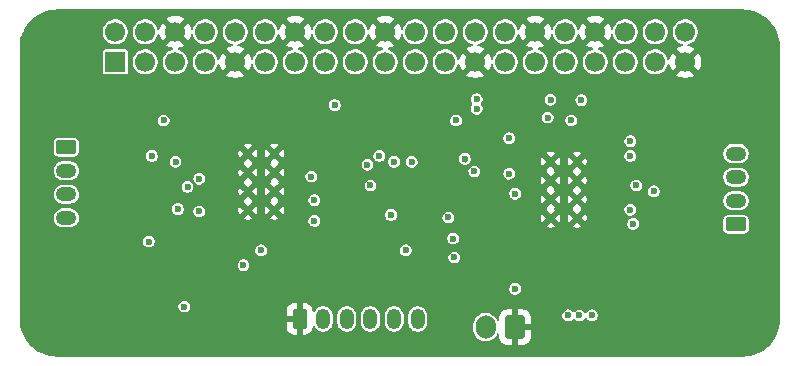
<source format=gbr>
%TF.GenerationSoftware,KiCad,Pcbnew,9.0.7*%
%TF.CreationDate,2026-01-26T16:36:39+01:00*%
%TF.ProjectId,Robot,526f626f-742e-46b6-9963-61645f706362,rev?*%
%TF.SameCoordinates,Original*%
%TF.FileFunction,Copper,L2,Inr*%
%TF.FilePolarity,Positive*%
%FSLAX46Y46*%
G04 Gerber Fmt 4.6, Leading zero omitted, Abs format (unit mm)*
G04 Created by KiCad (PCBNEW 9.0.7) date 2026-01-26 16:36:39*
%MOMM*%
%LPD*%
G01*
G04 APERTURE LIST*
G04 Aperture macros list*
%AMRoundRect*
0 Rectangle with rounded corners*
0 $1 Rounding radius*
0 $2 $3 $4 $5 $6 $7 $8 $9 X,Y pos of 4 corners*
0 Add a 4 corners polygon primitive as box body*
4,1,4,$2,$3,$4,$5,$6,$7,$8,$9,$2,$3,0*
0 Add four circle primitives for the rounded corners*
1,1,$1+$1,$2,$3*
1,1,$1+$1,$4,$5*
1,1,$1+$1,$6,$7*
1,1,$1+$1,$8,$9*
0 Add four rect primitives between the rounded corners*
20,1,$1+$1,$2,$3,$4,$5,0*
20,1,$1+$1,$4,$5,$6,$7,0*
20,1,$1+$1,$6,$7,$8,$9,0*
20,1,$1+$1,$8,$9,$2,$3,0*%
G04 Aperture macros list end*
%TA.AperFunction,ComponentPad*%
%ADD10RoundRect,0.250000X-0.625000X0.350000X-0.625000X-0.350000X0.625000X-0.350000X0.625000X0.350000X0*%
%TD*%
%TA.AperFunction,ComponentPad*%
%ADD11O,1.750000X1.200000*%
%TD*%
%TA.AperFunction,HeatsinkPad*%
%ADD12C,0.600000*%
%TD*%
%TA.AperFunction,ComponentPad*%
%ADD13C,5.400000*%
%TD*%
%TA.AperFunction,ComponentPad*%
%ADD14RoundRect,0.250000X0.600000X0.750000X-0.600000X0.750000X-0.600000X-0.750000X0.600000X-0.750000X0*%
%TD*%
%TA.AperFunction,ComponentPad*%
%ADD15O,1.700000X2.000000*%
%TD*%
%TA.AperFunction,ComponentPad*%
%ADD16RoundRect,0.250000X-0.350000X-0.625000X0.350000X-0.625000X0.350000X0.625000X-0.350000X0.625000X0*%
%TD*%
%TA.AperFunction,ComponentPad*%
%ADD17O,1.200000X1.750000*%
%TD*%
%TA.AperFunction,ComponentPad*%
%ADD18RoundRect,0.250000X0.625000X-0.350000X0.625000X0.350000X-0.625000X0.350000X-0.625000X-0.350000X0*%
%TD*%
%TA.AperFunction,ComponentPad*%
%ADD19R,1.700000X1.700000*%
%TD*%
%TA.AperFunction,ComponentPad*%
%ADD20C,1.700000*%
%TD*%
%TA.AperFunction,ViaPad*%
%ADD21C,0.600000*%
%TD*%
%TA.AperFunction,Conductor*%
%ADD22C,0.100000*%
%TD*%
G04 APERTURE END LIST*
D10*
%TO.N,Net-(J4-Pin_1)*%
%TO.C,J4*%
X135250000Y-91250000D03*
D11*
%TO.N,Net-(J4-Pin_2)*%
X135250000Y-93250000D03*
%TO.N,Net-(J4-Pin_3)*%
X135250000Y-95250000D03*
%TO.N,Net-(J4-Pin_4)*%
X135250000Y-97250000D03*
%TD*%
D12*
%TO.N,GND*%
%TO.C,U1*%
X150625000Y-91800000D03*
X150625000Y-93400000D03*
X150625000Y-95000000D03*
X150625000Y-96600000D03*
X152875000Y-91800000D03*
X152875000Y-93400000D03*
X152875000Y-95000000D03*
X152875000Y-96600000D03*
%TD*%
D13*
%TO.N,GND*%
%TO.C,H4*%
X192500000Y-105800000D03*
%TD*%
D14*
%TO.N,GND*%
%TO.C,J5*%
X173250000Y-106500000D03*
D15*
%TO.N,VCC*%
X170750000Y-106500000D03*
%TD*%
D16*
%TO.N,GND*%
%TO.C,J2*%
X155000000Y-105800000D03*
D17*
%TO.N,CS*%
X157000000Y-105800000D03*
%TO.N,MOSI*%
X159000000Y-105800000D03*
%TO.N,MISO*%
X161000000Y-105800000D03*
%TO.N,SCLK*%
X163000000Y-105800000D03*
%TO.N,+3.3V*%
X165000000Y-105800000D03*
%TD*%
D12*
%TO.N,GND*%
%TO.C,U2*%
X178500000Y-97275000D03*
X178500000Y-95675000D03*
X178500000Y-94075000D03*
X178500000Y-92475000D03*
X176250000Y-97275000D03*
X176250000Y-95675000D03*
X176250000Y-94075000D03*
X176250000Y-92475000D03*
%TD*%
D13*
%TO.N,GND*%
%TO.C,H1*%
X134500000Y-82800000D03*
%TD*%
%TO.N,GND*%
%TO.C,H2*%
X192500000Y-82800000D03*
%TD*%
%TO.N,GND*%
%TO.C,H3*%
X134500000Y-105800000D03*
%TD*%
D18*
%TO.N,Net-(J3-Pin_1)*%
%TO.C,J3*%
X191950000Y-97800000D03*
D11*
%TO.N,Net-(J3-Pin_2)*%
X191950000Y-95800000D03*
%TO.N,Net-(J3-Pin_3)*%
X191950000Y-93800000D03*
%TO.N,Net-(J3-Pin_4)*%
X191950000Y-91800000D03*
%TD*%
D19*
%TO.N,+3.3V*%
%TO.C,J1*%
X139400000Y-84040000D03*
D20*
%TO.N,unconnected-(J1-Pin_2-Pad2)*%
X139400000Y-81500000D03*
%TO.N,SDA_3V3*%
X141940000Y-84040000D03*
%TO.N,unconnected-(J1-Pin_4-Pad4)*%
X141940000Y-81500000D03*
%TO.N,SCL_3V3*%
X144480000Y-84040000D03*
%TO.N,GND*%
X144480000Y-81500000D03*
%TO.N,unconnected-(J1-Pin_7-Pad7)*%
X147020000Y-84040000D03*
%TO.N,unconnected-(J1-Pin_8-Pad8)*%
X147020000Y-81500000D03*
%TO.N,GND*%
X149560000Y-84040000D03*
%TO.N,unconnected-(J1-Pin_10-Pad10)*%
X149560000Y-81500000D03*
%TO.N,unconnected-(J1-Pin_11-Pad11)*%
X152100000Y-84040000D03*
%TO.N,unconnected-(J1-Pin_12-Pad12)*%
X152100000Y-81500000D03*
%TO.N,unconnected-(J1-Pin_13-Pad13)*%
X154640000Y-84040000D03*
%TO.N,GND*%
X154640000Y-81500000D03*
%TO.N,unconnected-(J1-Pin_15-Pad15)*%
X157180000Y-84040000D03*
%TO.N,unconnected-(J1-Pin_16-Pad16)*%
X157180000Y-81500000D03*
%TO.N,unconnected-(J1-Pin_17-Pad17)*%
X159720000Y-84040000D03*
%TO.N,unconnected-(J1-Pin_18-Pad18)*%
X159720000Y-81500000D03*
%TO.N,MOSI*%
X162260000Y-84040000D03*
%TO.N,GND*%
X162260000Y-81500000D03*
%TO.N,MISO*%
X164800000Y-84040000D03*
%TO.N,unconnected-(J1-Pin_22-Pad22)*%
X164800000Y-81500000D03*
%TO.N,SCLK*%
X167340000Y-84040000D03*
%TO.N,CS*%
X167340000Y-81500000D03*
%TO.N,GND*%
X169880000Y-84040000D03*
%TO.N,unconnected-(J1-Pin_26-Pad26)*%
X169880000Y-81500000D03*
%TO.N,unconnected-(J1-Pin_27-Pad27)*%
X172420000Y-84040000D03*
%TO.N,unconnected-(J1-Pin_28-Pad28)*%
X172420000Y-81500000D03*
%TO.N,unconnected-(J1-Pin_29-Pad29)*%
X174960000Y-84040000D03*
%TO.N,GND*%
X174960000Y-81500000D03*
%TO.N,DIR_LEFT*%
X177500000Y-84040000D03*
%TO.N,STEP_RIGHT*%
X177500000Y-81500000D03*
%TO.N,STEP_LEFT*%
X180040000Y-84040000D03*
%TO.N,GND*%
X180040000Y-81500000D03*
%TO.N,unconnected-(J1-Pin_35-Pad35)*%
X182580000Y-84040000D03*
%TO.N,DIR_RIGHT*%
X182580000Y-81500000D03*
%TO.N,unconnected-(J1-Pin_37-Pad37)*%
X185120000Y-84040000D03*
%TO.N,unconnected-(J1-Pin_38-Pad38)*%
X185120000Y-81500000D03*
%TO.N,GND*%
X187660000Y-84040000D03*
%TO.N,unconnected-(J1-Pin_40-Pad40)*%
X187660000Y-81500000D03*
%TD*%
D21*
%TO.N,VCC*%
X178700000Y-105500000D03*
X146500000Y-96700000D03*
X142250000Y-99250000D03*
X142500000Y-92000000D03*
X173250000Y-103250000D03*
X183250000Y-97750000D03*
X150250000Y-101250000D03*
X183000000Y-90750000D03*
X179750000Y-105500000D03*
X143500000Y-89000000D03*
X177750000Y-105500000D03*
%TO.N,GND*%
X174000000Y-86000000D03*
X184300000Y-105500000D03*
X156500000Y-87500000D03*
X140500000Y-92500000D03*
X172000000Y-86500000D03*
X139500000Y-102500000D03*
X145000000Y-102500000D03*
X182000000Y-86000000D03*
X168000000Y-92500000D03*
X184500000Y-86000000D03*
X156000000Y-94600000D03*
X140500000Y-98500000D03*
X171300000Y-93200000D03*
X150400000Y-97800000D03*
X188500000Y-98000000D03*
X187500000Y-90500000D03*
X165600000Y-96700000D03*
%TO.N,+3.3V*%
X168100000Y-100600000D03*
X158000000Y-87700000D03*
X161000000Y-94500000D03*
X156250000Y-97500000D03*
X172750000Y-90500000D03*
X168250000Y-89000000D03*
X151750000Y-100000000D03*
X162750000Y-97000000D03*
X167600000Y-97200000D03*
X169800000Y-93300000D03*
%TO.N,Net-(D2-A)*%
X164000000Y-100000000D03*
X169000000Y-92250000D03*
X145250000Y-104750000D03*
X168000000Y-99000000D03*
%TO.N,SCL_3V3*%
X164500000Y-92500000D03*
%TO.N,DIR_RIGHT*%
X161750000Y-92000000D03*
X170000000Y-88000000D03*
X156250000Y-95750000D03*
%TO.N,SDA_3V3*%
X163000000Y-92500000D03*
%TO.N,STEP_RIGHT*%
X156000000Y-93750000D03*
X170000000Y-87199997D03*
X160750000Y-92750000D03*
%TO.N,STEP_LEFT*%
X178000000Y-89000000D03*
X173250000Y-95200000D03*
X178860545Y-87281636D03*
%TO.N,DIR_LEFT*%
X176250000Y-87250000D03*
X176000000Y-88750000D03*
X172750000Y-93500000D03*
%TO.N,Net-(J3-Pin_2)*%
X185000000Y-95000000D03*
%TO.N,Net-(J3-Pin_4)*%
X183000000Y-92000000D03*
%TO.N,Net-(J3-Pin_3)*%
X183500000Y-94500000D03*
%TO.N,Net-(J3-Pin_1)*%
X183000000Y-96550000D03*
%TO.N,Net-(J4-Pin_3)*%
X145515538Y-94625000D03*
%TO.N,Net-(J4-Pin_4)*%
X144700000Y-96500000D03*
%TO.N,Net-(J4-Pin_1)*%
X144500000Y-92500000D03*
%TO.N,Net-(J4-Pin_2)*%
X146500000Y-93925000D03*
%TD*%
D22*
%TO.N,Net-(D2-A)*%
X169000000Y-92250000D02*
X169000000Y-92500000D01*
%TD*%
%TA.AperFunction,Conductor*%
%TO.N,GND*%
G36*
X192502595Y-79600636D02*
G01*
X192829261Y-79617755D01*
X192839556Y-79618837D01*
X193160095Y-79669606D01*
X193170208Y-79671755D01*
X193399426Y-79733174D01*
X193483687Y-79755752D01*
X193493542Y-79758954D01*
X193606459Y-79802298D01*
X193796519Y-79875255D01*
X193805968Y-79879462D01*
X194095140Y-80026803D01*
X194104100Y-80031977D01*
X194376271Y-80208726D01*
X194384643Y-80214809D01*
X194545880Y-80345376D01*
X194636845Y-80419038D01*
X194644546Y-80425971D01*
X194874028Y-80655453D01*
X194880961Y-80663154D01*
X194941734Y-80738203D01*
X195027242Y-80843796D01*
X195085186Y-80915350D01*
X195091275Y-80923732D01*
X195266517Y-81193581D01*
X195268018Y-81195892D01*
X195273199Y-81204865D01*
X195305181Y-81267633D01*
X195420533Y-81494022D01*
X195424748Y-81503489D01*
X195541045Y-81806457D01*
X195544247Y-81816312D01*
X195628241Y-82129779D01*
X195630395Y-82139915D01*
X195681161Y-82460438D01*
X195682244Y-82470744D01*
X195695477Y-82723241D01*
X195698918Y-82788904D01*
X195699364Y-82797404D01*
X195699500Y-82802585D01*
X195699500Y-105797414D01*
X195699364Y-105802595D01*
X195682244Y-106129255D01*
X195681161Y-106139561D01*
X195630395Y-106460084D01*
X195628241Y-106470220D01*
X195544247Y-106783687D01*
X195541045Y-106793542D01*
X195424748Y-107096510D01*
X195420533Y-107105977D01*
X195273200Y-107395133D01*
X195268018Y-107404107D01*
X195091277Y-107676265D01*
X195085186Y-107684649D01*
X194880961Y-107936845D01*
X194874028Y-107944546D01*
X194644546Y-108174028D01*
X194636845Y-108180961D01*
X194384649Y-108385186D01*
X194376265Y-108391277D01*
X194104107Y-108568018D01*
X194095133Y-108573200D01*
X193805977Y-108720533D01*
X193796510Y-108724748D01*
X193493542Y-108841045D01*
X193483687Y-108844247D01*
X193170220Y-108928241D01*
X193160084Y-108930395D01*
X192839561Y-108981161D01*
X192829255Y-108982244D01*
X192502595Y-108999364D01*
X192497414Y-108999500D01*
X134502586Y-108999500D01*
X134497405Y-108999364D01*
X134170744Y-108982244D01*
X134160438Y-108981161D01*
X133839915Y-108930395D01*
X133829779Y-108928241D01*
X133516312Y-108844247D01*
X133506457Y-108841045D01*
X133203489Y-108724748D01*
X133194022Y-108720533D01*
X132904866Y-108573200D01*
X132895892Y-108568018D01*
X132623734Y-108391277D01*
X132615350Y-108385186D01*
X132363154Y-108180961D01*
X132355453Y-108174028D01*
X132125971Y-107944546D01*
X132119038Y-107936845D01*
X131914809Y-107684643D01*
X131908722Y-107676265D01*
X131846818Y-107580941D01*
X131731977Y-107404100D01*
X131726803Y-107395140D01*
X131579462Y-107105968D01*
X131575255Y-107096519D01*
X131490414Y-106875499D01*
X131458954Y-106793542D01*
X131455752Y-106783687D01*
X131402591Y-106585288D01*
X131371755Y-106470208D01*
X131369606Y-106460095D01*
X131318837Y-106139556D01*
X131317755Y-106129255D01*
X131311724Y-106014174D01*
X131311007Y-106000500D01*
X131300636Y-105802595D01*
X131300500Y-105797414D01*
X131300500Y-104684108D01*
X144749500Y-104684108D01*
X144749500Y-104815892D01*
X144772897Y-104903211D01*
X144783609Y-104943190D01*
X144849496Y-105057309D01*
X144849498Y-105057311D01*
X144849500Y-105057314D01*
X144942686Y-105150500D01*
X144942688Y-105150501D01*
X144942690Y-105150503D01*
X145056810Y-105216390D01*
X145056808Y-105216390D01*
X145056812Y-105216391D01*
X145056814Y-105216392D01*
X145184108Y-105250500D01*
X145184110Y-105250500D01*
X145315890Y-105250500D01*
X145315892Y-105250500D01*
X145443186Y-105216392D01*
X145443188Y-105216390D01*
X145443190Y-105216390D01*
X145557309Y-105150503D01*
X145557309Y-105150502D01*
X145557314Y-105150500D01*
X145582802Y-105125012D01*
X153900000Y-105125012D01*
X153900000Y-105549999D01*
X153900001Y-105550000D01*
X154719670Y-105550000D01*
X154699925Y-105569745D01*
X154650556Y-105655255D01*
X154625000Y-105750630D01*
X154625000Y-105849370D01*
X154650556Y-105944745D01*
X154699925Y-106030255D01*
X154719670Y-106050000D01*
X153900002Y-106050000D01*
X153900001Y-106050001D01*
X153900001Y-106474986D01*
X153910492Y-106577687D01*
X153910495Y-106577699D01*
X153965643Y-106744124D01*
X154057680Y-106893340D01*
X154181659Y-107017319D01*
X154330875Y-107109356D01*
X154497306Y-107164506D01*
X154600013Y-107174999D01*
X154750000Y-107174999D01*
X154750000Y-106080330D01*
X154769745Y-106100075D01*
X154855255Y-106149444D01*
X154950630Y-106175000D01*
X155049370Y-106175000D01*
X155144745Y-106149444D01*
X155230255Y-106100075D01*
X155250000Y-106080330D01*
X155250000Y-107174998D01*
X155250001Y-107174999D01*
X155399986Y-107174999D01*
X155502687Y-107164507D01*
X155502699Y-107164504D01*
X155669124Y-107109356D01*
X155818340Y-107017319D01*
X155942319Y-106893340D01*
X156034356Y-106744124D01*
X156089506Y-106577693D01*
X156099554Y-106479346D01*
X156124277Y-106423378D01*
X156177176Y-106392632D01*
X156238045Y-106398850D01*
X156283633Y-106439659D01*
X156289503Y-106451518D01*
X156290602Y-106454172D01*
X156290609Y-106454185D01*
X156343312Y-106533059D01*
X156378211Y-106585289D01*
X156489711Y-106696789D01*
X156560553Y-106744124D01*
X156620814Y-106784390D01*
X156620825Y-106784396D01*
X156642906Y-106793542D01*
X156766503Y-106844737D01*
X156921158Y-106875500D01*
X156921159Y-106875500D01*
X157078841Y-106875500D01*
X157078842Y-106875500D01*
X157233497Y-106844737D01*
X157379179Y-106784394D01*
X157510289Y-106696789D01*
X157621789Y-106585289D01*
X157709394Y-106454179D01*
X157769737Y-106308497D01*
X157800500Y-106153842D01*
X157800500Y-105446158D01*
X157800499Y-105446155D01*
X158199500Y-105446155D01*
X158199500Y-106153844D01*
X158230263Y-106308496D01*
X158230263Y-106308498D01*
X158290603Y-106454174D01*
X158290609Y-106454185D01*
X158343312Y-106533059D01*
X158378211Y-106585289D01*
X158489711Y-106696789D01*
X158560553Y-106744124D01*
X158620814Y-106784390D01*
X158620825Y-106784396D01*
X158642906Y-106793542D01*
X158766503Y-106844737D01*
X158921158Y-106875500D01*
X158921159Y-106875500D01*
X159078841Y-106875500D01*
X159078842Y-106875500D01*
X159233497Y-106844737D01*
X159379179Y-106784394D01*
X159510289Y-106696789D01*
X159621789Y-106585289D01*
X159709394Y-106454179D01*
X159769737Y-106308497D01*
X159800500Y-106153842D01*
X159800500Y-105446158D01*
X159800499Y-105446155D01*
X160199500Y-105446155D01*
X160199500Y-106153844D01*
X160230263Y-106308496D01*
X160230263Y-106308498D01*
X160290603Y-106454174D01*
X160290609Y-106454185D01*
X160343312Y-106533059D01*
X160378211Y-106585289D01*
X160489711Y-106696789D01*
X160560553Y-106744124D01*
X160620814Y-106784390D01*
X160620825Y-106784396D01*
X160642906Y-106793542D01*
X160766503Y-106844737D01*
X160921158Y-106875500D01*
X160921159Y-106875500D01*
X161078841Y-106875500D01*
X161078842Y-106875500D01*
X161233497Y-106844737D01*
X161379179Y-106784394D01*
X161510289Y-106696789D01*
X161621789Y-106585289D01*
X161709394Y-106454179D01*
X161769737Y-106308497D01*
X161800500Y-106153842D01*
X161800500Y-105446158D01*
X161800499Y-105446155D01*
X162199500Y-105446155D01*
X162199500Y-106153844D01*
X162230263Y-106308496D01*
X162230263Y-106308498D01*
X162290603Y-106454174D01*
X162290609Y-106454185D01*
X162343312Y-106533059D01*
X162378211Y-106585289D01*
X162489711Y-106696789D01*
X162560553Y-106744124D01*
X162620814Y-106784390D01*
X162620825Y-106784396D01*
X162642906Y-106793542D01*
X162766503Y-106844737D01*
X162921158Y-106875500D01*
X162921159Y-106875500D01*
X163078841Y-106875500D01*
X163078842Y-106875500D01*
X163233497Y-106844737D01*
X163379179Y-106784394D01*
X163510289Y-106696789D01*
X163621789Y-106585289D01*
X163709394Y-106454179D01*
X163769737Y-106308497D01*
X163800500Y-106153842D01*
X163800500Y-105446158D01*
X163800499Y-105446155D01*
X164199500Y-105446155D01*
X164199500Y-106153844D01*
X164230263Y-106308496D01*
X164230263Y-106308498D01*
X164290603Y-106454174D01*
X164290609Y-106454185D01*
X164343312Y-106533059D01*
X164378211Y-106585289D01*
X164489711Y-106696789D01*
X164560553Y-106744124D01*
X164620814Y-106784390D01*
X164620825Y-106784396D01*
X164642906Y-106793542D01*
X164766503Y-106844737D01*
X164921158Y-106875500D01*
X164921159Y-106875500D01*
X165078841Y-106875500D01*
X165078842Y-106875500D01*
X165233497Y-106844737D01*
X165379179Y-106784394D01*
X165510289Y-106696789D01*
X165621789Y-106585289D01*
X165709394Y-106454179D01*
X165769737Y-106308497D01*
X165782063Y-106246532D01*
X169699500Y-106246532D01*
X169699500Y-106753467D01*
X169739869Y-106956418D01*
X169819058Y-107147597D01*
X169920881Y-107299987D01*
X169934023Y-107319655D01*
X170080345Y-107465977D01*
X170252402Y-107580941D01*
X170443580Y-107660130D01*
X170646535Y-107700500D01*
X170646536Y-107700500D01*
X170853464Y-107700500D01*
X170853465Y-107700500D01*
X171056420Y-107660130D01*
X171247598Y-107580941D01*
X171419655Y-107465977D01*
X171565977Y-107319655D01*
X171680941Y-107147598D01*
X171709537Y-107078559D01*
X171749272Y-107032036D01*
X171808766Y-107017752D01*
X171865294Y-107041166D01*
X171897264Y-107093335D01*
X171900000Y-107116446D01*
X171900000Y-107299986D01*
X171910492Y-107402687D01*
X171910495Y-107402699D01*
X171965643Y-107569124D01*
X172057680Y-107718340D01*
X172181659Y-107842319D01*
X172330875Y-107934356D01*
X172497306Y-107989506D01*
X172600012Y-107999999D01*
X172999998Y-107999999D01*
X173000000Y-107999998D01*
X173000000Y-106933012D01*
X173057007Y-106965925D01*
X173184174Y-107000000D01*
X173315826Y-107000000D01*
X173442993Y-106965925D01*
X173500000Y-106933012D01*
X173500000Y-107999998D01*
X173500001Y-107999999D01*
X173899986Y-107999999D01*
X174002687Y-107989507D01*
X174002699Y-107989504D01*
X174169124Y-107934356D01*
X174318340Y-107842319D01*
X174442319Y-107718340D01*
X174534356Y-107569124D01*
X174589506Y-107402693D01*
X174600000Y-107299987D01*
X174600000Y-106750001D01*
X174599999Y-106750000D01*
X173683012Y-106750000D01*
X173715925Y-106692993D01*
X173750000Y-106565826D01*
X173750000Y-106434174D01*
X173715925Y-106307007D01*
X173683012Y-106250000D01*
X174599998Y-106250000D01*
X174599999Y-106249999D01*
X174599999Y-105700013D01*
X174589507Y-105597312D01*
X174589504Y-105597301D01*
X174543596Y-105458759D01*
X174543595Y-105458757D01*
X174535428Y-105434108D01*
X177249500Y-105434108D01*
X177249500Y-105565892D01*
X177257919Y-105597312D01*
X177283609Y-105693190D01*
X177349496Y-105807309D01*
X177349498Y-105807311D01*
X177349500Y-105807314D01*
X177442686Y-105900500D01*
X177442688Y-105900501D01*
X177442690Y-105900503D01*
X177556810Y-105966390D01*
X177556808Y-105966390D01*
X177556812Y-105966391D01*
X177556814Y-105966392D01*
X177684108Y-106000500D01*
X177684110Y-106000500D01*
X177815890Y-106000500D01*
X177815892Y-106000500D01*
X177943186Y-105966392D01*
X177943188Y-105966390D01*
X177943190Y-105966390D01*
X178057309Y-105900503D01*
X178057309Y-105900502D01*
X178057314Y-105900500D01*
X178150500Y-105807314D01*
X178150501Y-105807311D01*
X178154996Y-105802817D01*
X178209513Y-105775040D01*
X178269945Y-105784611D01*
X178295004Y-105802817D01*
X178299498Y-105807311D01*
X178299500Y-105807314D01*
X178392686Y-105900500D01*
X178392688Y-105900501D01*
X178392690Y-105900503D01*
X178506810Y-105966390D01*
X178506808Y-105966390D01*
X178506812Y-105966391D01*
X178506814Y-105966392D01*
X178634108Y-106000500D01*
X178634110Y-106000500D01*
X178765890Y-106000500D01*
X178765892Y-106000500D01*
X178893186Y-105966392D01*
X178893188Y-105966390D01*
X178893190Y-105966390D01*
X179007309Y-105900503D01*
X179007309Y-105900502D01*
X179007314Y-105900500D01*
X179100500Y-105807314D01*
X179139263Y-105740173D01*
X179184733Y-105699233D01*
X179245583Y-105692837D01*
X179298571Y-105723430D01*
X179310735Y-105740171D01*
X179349500Y-105807314D01*
X179442686Y-105900500D01*
X179442688Y-105900501D01*
X179442690Y-105900503D01*
X179556810Y-105966390D01*
X179556808Y-105966390D01*
X179556812Y-105966391D01*
X179556814Y-105966392D01*
X179684108Y-106000500D01*
X179684110Y-106000500D01*
X179815890Y-106000500D01*
X179815892Y-106000500D01*
X179943186Y-105966392D01*
X179943188Y-105966390D01*
X179943190Y-105966390D01*
X180057309Y-105900503D01*
X180057309Y-105900502D01*
X180057314Y-105900500D01*
X180150500Y-105807314D01*
X180163608Y-105784611D01*
X180216390Y-105693190D01*
X180216390Y-105693188D01*
X180216392Y-105693186D01*
X180250500Y-105565892D01*
X180250500Y-105434108D01*
X180216392Y-105306814D01*
X180216390Y-105306811D01*
X180216390Y-105306809D01*
X180150503Y-105192690D01*
X180150501Y-105192688D01*
X180150500Y-105192686D01*
X180057314Y-105099500D01*
X180057311Y-105099498D01*
X180057309Y-105099496D01*
X179943189Y-105033609D01*
X179943191Y-105033609D01*
X179893799Y-105020375D01*
X179815892Y-104999500D01*
X179684108Y-104999500D01*
X179606200Y-105020375D01*
X179556809Y-105033609D01*
X179442690Y-105099496D01*
X179349498Y-105192688D01*
X179310736Y-105259826D01*
X179265266Y-105300766D01*
X179204416Y-105307161D01*
X179151428Y-105276568D01*
X179139264Y-105259826D01*
X179100501Y-105192688D01*
X179100500Y-105192686D01*
X179007314Y-105099500D01*
X179007311Y-105099498D01*
X179007309Y-105099496D01*
X178893189Y-105033609D01*
X178893191Y-105033609D01*
X178843799Y-105020375D01*
X178765892Y-104999500D01*
X178634108Y-104999500D01*
X178556200Y-105020375D01*
X178506809Y-105033609D01*
X178392690Y-105099496D01*
X178392689Y-105099497D01*
X178392686Y-105099499D01*
X178392686Y-105099500D01*
X178299500Y-105192686D01*
X178299498Y-105192688D01*
X178295004Y-105197183D01*
X178240487Y-105224960D01*
X178180055Y-105215389D01*
X178154996Y-105197183D01*
X178150501Y-105192688D01*
X178150500Y-105192686D01*
X178057314Y-105099500D01*
X178057311Y-105099498D01*
X178057309Y-105099496D01*
X177943189Y-105033609D01*
X177943191Y-105033609D01*
X177893799Y-105020375D01*
X177815892Y-104999500D01*
X177684108Y-104999500D01*
X177606200Y-105020375D01*
X177556809Y-105033609D01*
X177442690Y-105099496D01*
X177349496Y-105192690D01*
X177283609Y-105306809D01*
X177283608Y-105306814D01*
X177249500Y-105434108D01*
X174535428Y-105434108D01*
X174534357Y-105430876D01*
X174442319Y-105281659D01*
X174318340Y-105157680D01*
X174169124Y-105065643D01*
X174002693Y-105010493D01*
X173899987Y-105000000D01*
X173500001Y-105000000D01*
X173500000Y-105000001D01*
X173500000Y-106066988D01*
X173442993Y-106034075D01*
X173315826Y-106000000D01*
X173184174Y-106000000D01*
X173057007Y-106034075D01*
X173000000Y-106066988D01*
X173000000Y-105000001D01*
X172999999Y-105000000D01*
X172600013Y-105000000D01*
X172497312Y-105010492D01*
X172497300Y-105010495D01*
X172330875Y-105065643D01*
X172181659Y-105157680D01*
X172057680Y-105281659D01*
X171965643Y-105430875D01*
X171910493Y-105597306D01*
X171900000Y-105700012D01*
X171900000Y-105883550D01*
X171881093Y-105941741D01*
X171831593Y-105977705D01*
X171770407Y-105977705D01*
X171720907Y-105941741D01*
X171709536Y-105921436D01*
X171680941Y-105852402D01*
X171565979Y-105680348D01*
X171565977Y-105680345D01*
X171419655Y-105534023D01*
X171419651Y-105534020D01*
X171247597Y-105419058D01*
X171056418Y-105339869D01*
X170853467Y-105299500D01*
X170853465Y-105299500D01*
X170646535Y-105299500D01*
X170646532Y-105299500D01*
X170443581Y-105339869D01*
X170252402Y-105419058D01*
X170080348Y-105534020D01*
X169934020Y-105680348D01*
X169819058Y-105852402D01*
X169739869Y-106043581D01*
X169699500Y-106246532D01*
X165782063Y-106246532D01*
X165800500Y-106153842D01*
X165800500Y-105446158D01*
X165769737Y-105291503D01*
X165738625Y-105216392D01*
X165709396Y-105145825D01*
X165709390Y-105145814D01*
X165674017Y-105092876D01*
X165621789Y-105014711D01*
X165510289Y-104903211D01*
X165439446Y-104855875D01*
X165379185Y-104815609D01*
X165379174Y-104815603D01*
X165233497Y-104755263D01*
X165078844Y-104724500D01*
X165078842Y-104724500D01*
X164921158Y-104724500D01*
X164921155Y-104724500D01*
X164766503Y-104755263D01*
X164766501Y-104755263D01*
X164620825Y-104815603D01*
X164620814Y-104815609D01*
X164489711Y-104903211D01*
X164489707Y-104903214D01*
X164378214Y-105014707D01*
X164378211Y-105014711D01*
X164290609Y-105145814D01*
X164290603Y-105145825D01*
X164230263Y-105291501D01*
X164230263Y-105291503D01*
X164199500Y-105446155D01*
X163800499Y-105446155D01*
X163769737Y-105291503D01*
X163738625Y-105216392D01*
X163709396Y-105145825D01*
X163709390Y-105145814D01*
X163674017Y-105092876D01*
X163621789Y-105014711D01*
X163510289Y-104903211D01*
X163439446Y-104855875D01*
X163379185Y-104815609D01*
X163379174Y-104815603D01*
X163233497Y-104755263D01*
X163078844Y-104724500D01*
X163078842Y-104724500D01*
X162921158Y-104724500D01*
X162921155Y-104724500D01*
X162766503Y-104755263D01*
X162766501Y-104755263D01*
X162620825Y-104815603D01*
X162620814Y-104815609D01*
X162489711Y-104903211D01*
X162489707Y-104903214D01*
X162378214Y-105014707D01*
X162378211Y-105014711D01*
X162290609Y-105145814D01*
X162290603Y-105145825D01*
X162230263Y-105291501D01*
X162230263Y-105291503D01*
X162199500Y-105446155D01*
X161800499Y-105446155D01*
X161769737Y-105291503D01*
X161738625Y-105216392D01*
X161709396Y-105145825D01*
X161709390Y-105145814D01*
X161674017Y-105092876D01*
X161621789Y-105014711D01*
X161510289Y-104903211D01*
X161439446Y-104855875D01*
X161379185Y-104815609D01*
X161379174Y-104815603D01*
X161233497Y-104755263D01*
X161078844Y-104724500D01*
X161078842Y-104724500D01*
X160921158Y-104724500D01*
X160921155Y-104724500D01*
X160766503Y-104755263D01*
X160766501Y-104755263D01*
X160620825Y-104815603D01*
X160620814Y-104815609D01*
X160489711Y-104903211D01*
X160489707Y-104903214D01*
X160378214Y-105014707D01*
X160378211Y-105014711D01*
X160290609Y-105145814D01*
X160290603Y-105145825D01*
X160230263Y-105291501D01*
X160230263Y-105291503D01*
X160199500Y-105446155D01*
X159800499Y-105446155D01*
X159769737Y-105291503D01*
X159738625Y-105216392D01*
X159709396Y-105145825D01*
X159709390Y-105145814D01*
X159674017Y-105092876D01*
X159621789Y-105014711D01*
X159510289Y-104903211D01*
X159439446Y-104855875D01*
X159379185Y-104815609D01*
X159379174Y-104815603D01*
X159233497Y-104755263D01*
X159078844Y-104724500D01*
X159078842Y-104724500D01*
X158921158Y-104724500D01*
X158921155Y-104724500D01*
X158766503Y-104755263D01*
X158766501Y-104755263D01*
X158620825Y-104815603D01*
X158620814Y-104815609D01*
X158489711Y-104903211D01*
X158489707Y-104903214D01*
X158378214Y-105014707D01*
X158378211Y-105014711D01*
X158290609Y-105145814D01*
X158290603Y-105145825D01*
X158230263Y-105291501D01*
X158230263Y-105291503D01*
X158199500Y-105446155D01*
X157800499Y-105446155D01*
X157769737Y-105291503D01*
X157738625Y-105216392D01*
X157709396Y-105145825D01*
X157709390Y-105145814D01*
X157674017Y-105092876D01*
X157621789Y-105014711D01*
X157510289Y-104903211D01*
X157439446Y-104855875D01*
X157379185Y-104815609D01*
X157379174Y-104815603D01*
X157233497Y-104755263D01*
X157078844Y-104724500D01*
X157078842Y-104724500D01*
X156921158Y-104724500D01*
X156921155Y-104724500D01*
X156766503Y-104755263D01*
X156766501Y-104755263D01*
X156620825Y-104815603D01*
X156620814Y-104815609D01*
X156489711Y-104903211D01*
X156489707Y-104903214D01*
X156378214Y-105014707D01*
X156378211Y-105014711D01*
X156290609Y-105145814D01*
X156290603Y-105145826D01*
X156289500Y-105148489D01*
X156288645Y-105149488D01*
X156288316Y-105150106D01*
X156288180Y-105150033D01*
X156249758Y-105195010D01*
X156190261Y-105209287D01*
X156133736Y-105185866D01*
X156101773Y-105133693D01*
X156099553Y-105120654D01*
X156089507Y-105022311D01*
X156089504Y-105022300D01*
X156034356Y-104855875D01*
X155942319Y-104706659D01*
X155818340Y-104582680D01*
X155669124Y-104490643D01*
X155502693Y-104435493D01*
X155399987Y-104425000D01*
X155250001Y-104425000D01*
X155250000Y-104425001D01*
X155250000Y-105519670D01*
X155230255Y-105499925D01*
X155144745Y-105450556D01*
X155049370Y-105425000D01*
X154950630Y-105425000D01*
X154855255Y-105450556D01*
X154769745Y-105499925D01*
X154750000Y-105519670D01*
X154750000Y-104425001D01*
X154749999Y-104425000D01*
X154600013Y-104425000D01*
X154600013Y-104425001D01*
X154497312Y-104435492D01*
X154497300Y-104435495D01*
X154330875Y-104490643D01*
X154181659Y-104582680D01*
X154057680Y-104706659D01*
X153965643Y-104855875D01*
X153910493Y-105022306D01*
X153900000Y-105125012D01*
X145582802Y-105125012D01*
X145650500Y-105057314D01*
X145670712Y-105022306D01*
X145716390Y-104943190D01*
X145716390Y-104943188D01*
X145716392Y-104943186D01*
X145750500Y-104815892D01*
X145750500Y-104684108D01*
X145716392Y-104556814D01*
X145716390Y-104556811D01*
X145716390Y-104556809D01*
X145650503Y-104442690D01*
X145650501Y-104442688D01*
X145650500Y-104442686D01*
X145557314Y-104349500D01*
X145557311Y-104349498D01*
X145557309Y-104349496D01*
X145443189Y-104283609D01*
X145443191Y-104283609D01*
X145393799Y-104270375D01*
X145315892Y-104249500D01*
X145184108Y-104249500D01*
X145106200Y-104270375D01*
X145056809Y-104283609D01*
X144942690Y-104349496D01*
X144849496Y-104442690D01*
X144783609Y-104556809D01*
X144783608Y-104556814D01*
X144749500Y-104684108D01*
X131300500Y-104684108D01*
X131300500Y-103184108D01*
X172749500Y-103184108D01*
X172749500Y-103315892D01*
X172779579Y-103428151D01*
X172783609Y-103443190D01*
X172849496Y-103557309D01*
X172849498Y-103557311D01*
X172849500Y-103557314D01*
X172942686Y-103650500D01*
X172942688Y-103650501D01*
X172942690Y-103650503D01*
X173056810Y-103716390D01*
X173056808Y-103716390D01*
X173056812Y-103716391D01*
X173056814Y-103716392D01*
X173184108Y-103750500D01*
X173184110Y-103750500D01*
X173315890Y-103750500D01*
X173315892Y-103750500D01*
X173443186Y-103716392D01*
X173443188Y-103716390D01*
X173443190Y-103716390D01*
X173557309Y-103650503D01*
X173557309Y-103650502D01*
X173557314Y-103650500D01*
X173650500Y-103557314D01*
X173716392Y-103443186D01*
X173750500Y-103315892D01*
X173750500Y-103184108D01*
X173716392Y-103056814D01*
X173716390Y-103056811D01*
X173716390Y-103056809D01*
X173650503Y-102942690D01*
X173650501Y-102942688D01*
X173650500Y-102942686D01*
X173557314Y-102849500D01*
X173557311Y-102849498D01*
X173557309Y-102849496D01*
X173443189Y-102783609D01*
X173443191Y-102783609D01*
X173393799Y-102770375D01*
X173315892Y-102749500D01*
X173184108Y-102749500D01*
X173106200Y-102770375D01*
X173056809Y-102783609D01*
X172942690Y-102849496D01*
X172849496Y-102942690D01*
X172783609Y-103056809D01*
X172783608Y-103056814D01*
X172749500Y-103184108D01*
X131300500Y-103184108D01*
X131300500Y-101184108D01*
X149749500Y-101184108D01*
X149749500Y-101315892D01*
X149779579Y-101428151D01*
X149783609Y-101443190D01*
X149849496Y-101557309D01*
X149849498Y-101557311D01*
X149849500Y-101557314D01*
X149942686Y-101650500D01*
X149942688Y-101650501D01*
X149942690Y-101650503D01*
X150056810Y-101716390D01*
X150056808Y-101716390D01*
X150056812Y-101716391D01*
X150056814Y-101716392D01*
X150184108Y-101750500D01*
X150184110Y-101750500D01*
X150315890Y-101750500D01*
X150315892Y-101750500D01*
X150443186Y-101716392D01*
X150443188Y-101716390D01*
X150443190Y-101716390D01*
X150557309Y-101650503D01*
X150557309Y-101650502D01*
X150557314Y-101650500D01*
X150650500Y-101557314D01*
X150716392Y-101443186D01*
X150750500Y-101315892D01*
X150750500Y-101184108D01*
X150716392Y-101056814D01*
X150716390Y-101056811D01*
X150716390Y-101056809D01*
X150650503Y-100942690D01*
X150650501Y-100942688D01*
X150650500Y-100942686D01*
X150557314Y-100849500D01*
X150557311Y-100849498D01*
X150557309Y-100849496D01*
X150443189Y-100783609D01*
X150443191Y-100783609D01*
X150393799Y-100770375D01*
X150315892Y-100749500D01*
X150184108Y-100749500D01*
X150106200Y-100770375D01*
X150056809Y-100783609D01*
X149942690Y-100849496D01*
X149849496Y-100942690D01*
X149783609Y-101056809D01*
X149771902Y-101100500D01*
X149749500Y-101184108D01*
X131300500Y-101184108D01*
X131300500Y-100534108D01*
X167599500Y-100534108D01*
X167599500Y-100665892D01*
X167629579Y-100778151D01*
X167633609Y-100793190D01*
X167699496Y-100907309D01*
X167699498Y-100907311D01*
X167699500Y-100907314D01*
X167792686Y-101000500D01*
X167792688Y-101000501D01*
X167792690Y-101000503D01*
X167906810Y-101066390D01*
X167906808Y-101066390D01*
X167906812Y-101066391D01*
X167906814Y-101066392D01*
X168034108Y-101100500D01*
X168034110Y-101100500D01*
X168165890Y-101100500D01*
X168165892Y-101100500D01*
X168293186Y-101066392D01*
X168293188Y-101066390D01*
X168293190Y-101066390D01*
X168407309Y-101000503D01*
X168407309Y-101000502D01*
X168407314Y-101000500D01*
X168500500Y-100907314D01*
X168533879Y-100849500D01*
X168566390Y-100793190D01*
X168566390Y-100793188D01*
X168566392Y-100793186D01*
X168600500Y-100665892D01*
X168600500Y-100534108D01*
X168566392Y-100406814D01*
X168566390Y-100406811D01*
X168566390Y-100406809D01*
X168500503Y-100292690D01*
X168500501Y-100292688D01*
X168500500Y-100292686D01*
X168407314Y-100199500D01*
X168407311Y-100199498D01*
X168407309Y-100199496D01*
X168293189Y-100133609D01*
X168293191Y-100133609D01*
X168243799Y-100120375D01*
X168165892Y-100099500D01*
X168034108Y-100099500D01*
X167956200Y-100120375D01*
X167906809Y-100133609D01*
X167792690Y-100199496D01*
X167699496Y-100292690D01*
X167633609Y-100406809D01*
X167633608Y-100406814D01*
X167599500Y-100534108D01*
X131300500Y-100534108D01*
X131300500Y-99934108D01*
X151249500Y-99934108D01*
X151249500Y-100065892D01*
X151267644Y-100133608D01*
X151283609Y-100193190D01*
X151349496Y-100307309D01*
X151349498Y-100307311D01*
X151349500Y-100307314D01*
X151442686Y-100400500D01*
X151442688Y-100400501D01*
X151442690Y-100400503D01*
X151556810Y-100466390D01*
X151556808Y-100466390D01*
X151556812Y-100466391D01*
X151556814Y-100466392D01*
X151684108Y-100500500D01*
X151684110Y-100500500D01*
X151815890Y-100500500D01*
X151815892Y-100500500D01*
X151943186Y-100466392D01*
X151943188Y-100466390D01*
X151943190Y-100466390D01*
X152057309Y-100400503D01*
X152057309Y-100400502D01*
X152057314Y-100400500D01*
X152150500Y-100307314D01*
X152216392Y-100193186D01*
X152250500Y-100065892D01*
X152250500Y-99934108D01*
X163499500Y-99934108D01*
X163499500Y-100065892D01*
X163517644Y-100133608D01*
X163533609Y-100193190D01*
X163599496Y-100307309D01*
X163599498Y-100307311D01*
X163599500Y-100307314D01*
X163692686Y-100400500D01*
X163692688Y-100400501D01*
X163692690Y-100400503D01*
X163806810Y-100466390D01*
X163806808Y-100466390D01*
X163806812Y-100466391D01*
X163806814Y-100466392D01*
X163934108Y-100500500D01*
X163934110Y-100500500D01*
X164065890Y-100500500D01*
X164065892Y-100500500D01*
X164193186Y-100466392D01*
X164193188Y-100466390D01*
X164193190Y-100466390D01*
X164235638Y-100441883D01*
X164307309Y-100400503D01*
X164307309Y-100400502D01*
X164307314Y-100400500D01*
X164400500Y-100307314D01*
X164466392Y-100193186D01*
X164500500Y-100065892D01*
X164500500Y-99934108D01*
X164466392Y-99806814D01*
X164466390Y-99806811D01*
X164466390Y-99806809D01*
X164400503Y-99692690D01*
X164400501Y-99692688D01*
X164400500Y-99692686D01*
X164307314Y-99599500D01*
X164307311Y-99599498D01*
X164307309Y-99599496D01*
X164193189Y-99533609D01*
X164193191Y-99533609D01*
X164143799Y-99520375D01*
X164065892Y-99499500D01*
X163934108Y-99499500D01*
X163856200Y-99520375D01*
X163806809Y-99533609D01*
X163692690Y-99599496D01*
X163599496Y-99692690D01*
X163533609Y-99806809D01*
X163533608Y-99806814D01*
X163499500Y-99934108D01*
X152250500Y-99934108D01*
X152216392Y-99806814D01*
X152216390Y-99806811D01*
X152216390Y-99806809D01*
X152150503Y-99692690D01*
X152150501Y-99692688D01*
X152150500Y-99692686D01*
X152057314Y-99599500D01*
X152057311Y-99599498D01*
X152057309Y-99599496D01*
X151943189Y-99533609D01*
X151943191Y-99533609D01*
X151893799Y-99520375D01*
X151815892Y-99499500D01*
X151684108Y-99499500D01*
X151606200Y-99520375D01*
X151556809Y-99533609D01*
X151442690Y-99599496D01*
X151349496Y-99692690D01*
X151283609Y-99806809D01*
X151283608Y-99806814D01*
X151249500Y-99934108D01*
X131300500Y-99934108D01*
X131300500Y-99184108D01*
X141749500Y-99184108D01*
X141749500Y-99315892D01*
X141772171Y-99400503D01*
X141783609Y-99443190D01*
X141849496Y-99557309D01*
X141849498Y-99557311D01*
X141849500Y-99557314D01*
X141942686Y-99650500D01*
X141942688Y-99650501D01*
X141942690Y-99650503D01*
X142056810Y-99716390D01*
X142056808Y-99716390D01*
X142056812Y-99716391D01*
X142056814Y-99716392D01*
X142184108Y-99750500D01*
X142184110Y-99750500D01*
X142315890Y-99750500D01*
X142315892Y-99750500D01*
X142443186Y-99716392D01*
X142443188Y-99716390D01*
X142443190Y-99716390D01*
X142557309Y-99650503D01*
X142557309Y-99650502D01*
X142557314Y-99650500D01*
X142650500Y-99557314D01*
X142716392Y-99443186D01*
X142750500Y-99315892D01*
X142750500Y-99184108D01*
X142716392Y-99056814D01*
X142650500Y-98942686D01*
X142641922Y-98934108D01*
X167499500Y-98934108D01*
X167499500Y-99065892D01*
X167529579Y-99178151D01*
X167533609Y-99193190D01*
X167599496Y-99307309D01*
X167599498Y-99307311D01*
X167599500Y-99307314D01*
X167692686Y-99400500D01*
X167692688Y-99400501D01*
X167692690Y-99400503D01*
X167806810Y-99466390D01*
X167806808Y-99466390D01*
X167806812Y-99466391D01*
X167806814Y-99466392D01*
X167934108Y-99500500D01*
X167934110Y-99500500D01*
X168065890Y-99500500D01*
X168065892Y-99500500D01*
X168193186Y-99466392D01*
X168193188Y-99466390D01*
X168193190Y-99466390D01*
X168307309Y-99400503D01*
X168307309Y-99400502D01*
X168307314Y-99400500D01*
X168400500Y-99307314D01*
X168466392Y-99193186D01*
X168500500Y-99065892D01*
X168500500Y-98934108D01*
X168466392Y-98806814D01*
X168466390Y-98806811D01*
X168466390Y-98806809D01*
X168400503Y-98692690D01*
X168400501Y-98692688D01*
X168400500Y-98692686D01*
X168307314Y-98599500D01*
X168307311Y-98599498D01*
X168307309Y-98599496D01*
X168193189Y-98533609D01*
X168193191Y-98533609D01*
X168143799Y-98520375D01*
X168065892Y-98499500D01*
X167934108Y-98499500D01*
X167856200Y-98520375D01*
X167806809Y-98533609D01*
X167692690Y-98599496D01*
X167599496Y-98692690D01*
X167533609Y-98806809D01*
X167522170Y-98849500D01*
X167499500Y-98934108D01*
X142641922Y-98934108D01*
X142557314Y-98849500D01*
X142557311Y-98849498D01*
X142557309Y-98849496D01*
X142443189Y-98783609D01*
X142443191Y-98783609D01*
X142393799Y-98770375D01*
X142315892Y-98749500D01*
X142184108Y-98749500D01*
X142106200Y-98770375D01*
X142056809Y-98783609D01*
X141942690Y-98849496D01*
X141849496Y-98942690D01*
X141783609Y-99056809D01*
X141764539Y-99127978D01*
X141749500Y-99184108D01*
X131300500Y-99184108D01*
X131300500Y-97171155D01*
X134174500Y-97171155D01*
X134174500Y-97328844D01*
X134182539Y-97369257D01*
X134197191Y-97442919D01*
X134205263Y-97483496D01*
X134205263Y-97483498D01*
X134265603Y-97629174D01*
X134265609Y-97629185D01*
X134302308Y-97684108D01*
X134353211Y-97760289D01*
X134464711Y-97871789D01*
X134542876Y-97924017D01*
X134595814Y-97959390D01*
X134595825Y-97959396D01*
X134649638Y-97981685D01*
X134741503Y-98019737D01*
X134896158Y-98050500D01*
X134896159Y-98050500D01*
X135603841Y-98050500D01*
X135603842Y-98050500D01*
X135758497Y-98019737D01*
X135904179Y-97959394D01*
X136035289Y-97871789D01*
X136146789Y-97760289D01*
X136234394Y-97629179D01*
X136294737Y-97483497D01*
X136304561Y-97434108D01*
X155749500Y-97434108D01*
X155749500Y-97565892D01*
X155776428Y-97666390D01*
X155783609Y-97693190D01*
X155849496Y-97807309D01*
X155849498Y-97807311D01*
X155849500Y-97807314D01*
X155942686Y-97900500D01*
X155942688Y-97900501D01*
X155942690Y-97900503D01*
X156056810Y-97966390D01*
X156056808Y-97966390D01*
X156056812Y-97966391D01*
X156056814Y-97966392D01*
X156184108Y-98000500D01*
X156184110Y-98000500D01*
X156315890Y-98000500D01*
X156315892Y-98000500D01*
X156351925Y-97990845D01*
X175887706Y-97990845D01*
X176016645Y-98044255D01*
X176016651Y-98044257D01*
X176171204Y-98074999D01*
X176171208Y-98075000D01*
X176328792Y-98075000D01*
X176328795Y-98074999D01*
X176483348Y-98044257D01*
X176483354Y-98044255D01*
X176612292Y-97990846D01*
X176612291Y-97990845D01*
X178137706Y-97990845D01*
X178266645Y-98044255D01*
X178266651Y-98044257D01*
X178421204Y-98074999D01*
X178421208Y-98075000D01*
X178578792Y-98075000D01*
X178578795Y-98074999D01*
X178733348Y-98044257D01*
X178733354Y-98044255D01*
X178862292Y-97990846D01*
X178555554Y-97684108D01*
X182749500Y-97684108D01*
X182749500Y-97815892D01*
X182772171Y-97900502D01*
X182783609Y-97943190D01*
X182849496Y-98057309D01*
X182849498Y-98057311D01*
X182849500Y-98057314D01*
X182942686Y-98150500D01*
X182942688Y-98150501D01*
X182942690Y-98150503D01*
X183056810Y-98216390D01*
X183056808Y-98216390D01*
X183056812Y-98216391D01*
X183056814Y-98216392D01*
X183184108Y-98250500D01*
X183184110Y-98250500D01*
X183315890Y-98250500D01*
X183315892Y-98250500D01*
X183443186Y-98216392D01*
X183443188Y-98216390D01*
X183443190Y-98216390D01*
X183557309Y-98150503D01*
X183557309Y-98150502D01*
X183557314Y-98150500D01*
X183650500Y-98057314D01*
X183654435Y-98050499D01*
X183716390Y-97943190D01*
X183716390Y-97943188D01*
X183716392Y-97943186D01*
X183750500Y-97815892D01*
X183750500Y-97684108D01*
X183716392Y-97556814D01*
X183716390Y-97556811D01*
X183716390Y-97556809D01*
X183650635Y-97442919D01*
X183650634Y-97442917D01*
X183650633Y-97442916D01*
X183650501Y-97442688D01*
X183650500Y-97442686D01*
X183603539Y-97395725D01*
X190874500Y-97395725D01*
X190874500Y-98204274D01*
X190877353Y-98234694D01*
X190877355Y-98234703D01*
X190922207Y-98362883D01*
X191002845Y-98472144D01*
X191002847Y-98472146D01*
X191002850Y-98472150D01*
X191002853Y-98472152D01*
X191002855Y-98472154D01*
X191112116Y-98552792D01*
X191112117Y-98552792D01*
X191112118Y-98552793D01*
X191240301Y-98597646D01*
X191270725Y-98600499D01*
X191270727Y-98600500D01*
X191270734Y-98600500D01*
X192629273Y-98600500D01*
X192629273Y-98600499D01*
X192659699Y-98597646D01*
X192787882Y-98552793D01*
X192897150Y-98472150D01*
X192977793Y-98362882D01*
X193022646Y-98234699D01*
X193025499Y-98204273D01*
X193025500Y-98204273D01*
X193025500Y-97395727D01*
X193025499Y-97395725D01*
X193023017Y-97369257D01*
X193022646Y-97365301D01*
X192977793Y-97237118D01*
X192947599Y-97196207D01*
X192897154Y-97127855D01*
X192897152Y-97127853D01*
X192897150Y-97127850D01*
X192897146Y-97127847D01*
X192897144Y-97127845D01*
X192787883Y-97047207D01*
X192659703Y-97002355D01*
X192659694Y-97002353D01*
X192629274Y-96999500D01*
X192629266Y-96999500D01*
X191270734Y-96999500D01*
X191270725Y-96999500D01*
X191240305Y-97002353D01*
X191240296Y-97002355D01*
X191112116Y-97047207D01*
X191002855Y-97127845D01*
X191002845Y-97127855D01*
X190922207Y-97237116D01*
X190877355Y-97365296D01*
X190877353Y-97365305D01*
X190874500Y-97395725D01*
X183603539Y-97395725D01*
X183557314Y-97349500D01*
X183557311Y-97349498D01*
X183557309Y-97349496D01*
X183443189Y-97283609D01*
X183443191Y-97283609D01*
X183377068Y-97265892D01*
X183315892Y-97249500D01*
X183184108Y-97249500D01*
X183122932Y-97265892D01*
X183056809Y-97283609D01*
X182942690Y-97349496D01*
X182849496Y-97442690D01*
X182783609Y-97556809D01*
X182771902Y-97600500D01*
X182749500Y-97684108D01*
X178555554Y-97684108D01*
X178499999Y-97628553D01*
X178137706Y-97990845D01*
X176612291Y-97990845D01*
X176249999Y-97628553D01*
X175887706Y-97990845D01*
X156351925Y-97990845D01*
X156443186Y-97966392D01*
X156443188Y-97966390D01*
X156443190Y-97966390D01*
X156557309Y-97900503D01*
X156557309Y-97900502D01*
X156557314Y-97900500D01*
X156650500Y-97807314D01*
X156677651Y-97760288D01*
X156716390Y-97693190D01*
X156716390Y-97693188D01*
X156716392Y-97693186D01*
X156750500Y-97565892D01*
X156750500Y-97434108D01*
X156716392Y-97306814D01*
X156716390Y-97306811D01*
X156716390Y-97306809D01*
X156650503Y-97192690D01*
X156650501Y-97192688D01*
X156650500Y-97192686D01*
X156557314Y-97099500D01*
X156557311Y-97099498D01*
X156557309Y-97099496D01*
X156443189Y-97033609D01*
X156443191Y-97033609D01*
X156428722Y-97029732D01*
X156315892Y-96999500D01*
X156184108Y-96999500D01*
X156106200Y-97020375D01*
X156056809Y-97033609D01*
X155942690Y-97099496D01*
X155849496Y-97192690D01*
X155783609Y-97306809D01*
X155766877Y-97369255D01*
X155749500Y-97434108D01*
X136304561Y-97434108D01*
X136325500Y-97328842D01*
X136325500Y-97315845D01*
X150262706Y-97315845D01*
X150391645Y-97369255D01*
X150391651Y-97369257D01*
X150546204Y-97399999D01*
X150546208Y-97400000D01*
X150703792Y-97400000D01*
X150703795Y-97399999D01*
X150858348Y-97369257D01*
X150858354Y-97369255D01*
X150987292Y-97315846D01*
X150987291Y-97315845D01*
X152512706Y-97315845D01*
X152641645Y-97369255D01*
X152641651Y-97369257D01*
X152796204Y-97399999D01*
X152796208Y-97400000D01*
X152953792Y-97400000D01*
X152953795Y-97399999D01*
X153108348Y-97369257D01*
X153108354Y-97369255D01*
X153188264Y-97336155D01*
X153237292Y-97315846D01*
X152874999Y-96953553D01*
X152512706Y-97315845D01*
X150987291Y-97315845D01*
X150624999Y-96953553D01*
X150262706Y-97315845D01*
X136325500Y-97315845D01*
X136325500Y-97171158D01*
X136294737Y-97016503D01*
X136272282Y-96962292D01*
X136234396Y-96870825D01*
X136234390Y-96870814D01*
X136191960Y-96807314D01*
X136146789Y-96739711D01*
X136035289Y-96628211D01*
X135983059Y-96593312D01*
X135904185Y-96540609D01*
X135904174Y-96540603D01*
X135852218Y-96519083D01*
X135758497Y-96480263D01*
X135603844Y-96449500D01*
X135603842Y-96449500D01*
X134896158Y-96449500D01*
X134896155Y-96449500D01*
X134741503Y-96480263D01*
X134741501Y-96480263D01*
X134595825Y-96540603D01*
X134595814Y-96540609D01*
X134464711Y-96628211D01*
X134464707Y-96628214D01*
X134353214Y-96739707D01*
X134353211Y-96739711D01*
X134265609Y-96870814D01*
X134265603Y-96870825D01*
X134205263Y-97016501D01*
X134205263Y-97016503D01*
X134174500Y-97171155D01*
X131300500Y-97171155D01*
X131300500Y-96434108D01*
X144199500Y-96434108D01*
X144199500Y-96565892D01*
X144216198Y-96628211D01*
X144233609Y-96693190D01*
X144299496Y-96807309D01*
X144299498Y-96807311D01*
X144299500Y-96807314D01*
X144392686Y-96900500D01*
X144392688Y-96900501D01*
X144392690Y-96900503D01*
X144506810Y-96966390D01*
X144506808Y-96966390D01*
X144506812Y-96966391D01*
X144506814Y-96966392D01*
X144634108Y-97000500D01*
X144634110Y-97000500D01*
X144765890Y-97000500D01*
X144765892Y-97000500D01*
X144893186Y-96966392D01*
X144893188Y-96966390D01*
X144893190Y-96966390D01*
X145007309Y-96900503D01*
X145007309Y-96900502D01*
X145007314Y-96900500D01*
X145100500Y-96807314D01*
X145100792Y-96806809D01*
X145166390Y-96693190D01*
X145166390Y-96693188D01*
X145166392Y-96693186D01*
X145182222Y-96634108D01*
X145999500Y-96634108D01*
X145999500Y-96765892D01*
X146027615Y-96870821D01*
X146033609Y-96893190D01*
X146099496Y-97007309D01*
X146099498Y-97007311D01*
X146099500Y-97007314D01*
X146192686Y-97100500D01*
X146192688Y-97100501D01*
X146192690Y-97100503D01*
X146306810Y-97166390D01*
X146306808Y-97166390D01*
X146306812Y-97166391D01*
X146306814Y-97166392D01*
X146434108Y-97200500D01*
X146434110Y-97200500D01*
X146565890Y-97200500D01*
X146565892Y-97200500D01*
X146693186Y-97166392D01*
X146693188Y-97166390D01*
X146693190Y-97166390D01*
X146807309Y-97100503D01*
X146807309Y-97100502D01*
X146807314Y-97100500D01*
X146900500Y-97007314D01*
X146904434Y-97000500D01*
X146966390Y-96893190D01*
X146966390Y-96893188D01*
X146966392Y-96893186D01*
X147000500Y-96765892D01*
X147000500Y-96634108D01*
X146975811Y-96541966D01*
X146975811Y-96541964D01*
X146970248Y-96521204D01*
X149825000Y-96521204D01*
X149825000Y-96678795D01*
X149855742Y-96833349D01*
X149909152Y-96962292D01*
X150271446Y-96599999D01*
X150241610Y-96570163D01*
X150475000Y-96570163D01*
X150475000Y-96629837D01*
X150497836Y-96684968D01*
X150540032Y-96727164D01*
X150595163Y-96750000D01*
X150654837Y-96750000D01*
X150709968Y-96727164D01*
X150752164Y-96684968D01*
X150775000Y-96629837D01*
X150775000Y-96599999D01*
X150978553Y-96599999D01*
X151340846Y-96962292D01*
X151394255Y-96833354D01*
X151394257Y-96833348D01*
X151424999Y-96678795D01*
X151425000Y-96678792D01*
X151425000Y-96521207D01*
X151424999Y-96521204D01*
X152075000Y-96521204D01*
X152075000Y-96678795D01*
X152105742Y-96833349D01*
X152159152Y-96962292D01*
X152521446Y-96599999D01*
X152491610Y-96570163D01*
X152725000Y-96570163D01*
X152725000Y-96629837D01*
X152747836Y-96684968D01*
X152790032Y-96727164D01*
X152845163Y-96750000D01*
X152904837Y-96750000D01*
X152959968Y-96727164D01*
X153002164Y-96684968D01*
X153025000Y-96629837D01*
X153025000Y-96599999D01*
X153228553Y-96599999D01*
X153590846Y-96962292D01*
X153602520Y-96934108D01*
X162249500Y-96934108D01*
X162249500Y-97065892D01*
X162266103Y-97127855D01*
X162283609Y-97193190D01*
X162349496Y-97307309D01*
X162349498Y-97307311D01*
X162349500Y-97307314D01*
X162442686Y-97400500D01*
X162442688Y-97400501D01*
X162442690Y-97400503D01*
X162556810Y-97466390D01*
X162556808Y-97466390D01*
X162556812Y-97466391D01*
X162556814Y-97466392D01*
X162684108Y-97500500D01*
X162684110Y-97500500D01*
X162815890Y-97500500D01*
X162815892Y-97500500D01*
X162943186Y-97466392D01*
X162943188Y-97466390D01*
X162943190Y-97466390D01*
X163057309Y-97400503D01*
X163057309Y-97400502D01*
X163057314Y-97400500D01*
X163150500Y-97307314D01*
X163191029Y-97237116D01*
X163216390Y-97193190D01*
X163216390Y-97193188D01*
X163216392Y-97193186D01*
X163232222Y-97134108D01*
X167099500Y-97134108D01*
X167099500Y-97265892D01*
X167123053Y-97353792D01*
X167133609Y-97393190D01*
X167199496Y-97507309D01*
X167199498Y-97507311D01*
X167199500Y-97507314D01*
X167292686Y-97600500D01*
X167292688Y-97600501D01*
X167292690Y-97600503D01*
X167406810Y-97666390D01*
X167406808Y-97666390D01*
X167406812Y-97666391D01*
X167406814Y-97666392D01*
X167534108Y-97700500D01*
X167534110Y-97700500D01*
X167665890Y-97700500D01*
X167665892Y-97700500D01*
X167793186Y-97666392D01*
X167793188Y-97666390D01*
X167793190Y-97666390D01*
X167907309Y-97600503D01*
X167907309Y-97600502D01*
X167907314Y-97600500D01*
X168000500Y-97507314D01*
X168014251Y-97483497D01*
X168066390Y-97393190D01*
X168066390Y-97393188D01*
X168066392Y-97393186D01*
X168100500Y-97265892D01*
X168100500Y-97196204D01*
X175450000Y-97196204D01*
X175450000Y-97353795D01*
X175480742Y-97508349D01*
X175534152Y-97637292D01*
X175896446Y-97274999D01*
X175866610Y-97245163D01*
X176100000Y-97245163D01*
X176100000Y-97304837D01*
X176122836Y-97359968D01*
X176165032Y-97402164D01*
X176220163Y-97425000D01*
X176279837Y-97425000D01*
X176334968Y-97402164D01*
X176377164Y-97359968D01*
X176400000Y-97304837D01*
X176400000Y-97274999D01*
X176603553Y-97274999D01*
X176965846Y-97637292D01*
X177019255Y-97508354D01*
X177019257Y-97508348D01*
X177049999Y-97353795D01*
X177050000Y-97353792D01*
X177050000Y-97196207D01*
X177049999Y-97196204D01*
X177700000Y-97196204D01*
X177700000Y-97353795D01*
X177730742Y-97508349D01*
X177784152Y-97637292D01*
X178146446Y-97274999D01*
X178116610Y-97245163D01*
X178350000Y-97245163D01*
X178350000Y-97304837D01*
X178372836Y-97359968D01*
X178415032Y-97402164D01*
X178470163Y-97425000D01*
X178529837Y-97425000D01*
X178584968Y-97402164D01*
X178627164Y-97359968D01*
X178650000Y-97304837D01*
X178650000Y-97274999D01*
X178853553Y-97274999D01*
X179215845Y-97637291D01*
X179269256Y-97508350D01*
X179269257Y-97508348D01*
X179299999Y-97353795D01*
X179300000Y-97353792D01*
X179300000Y-97196207D01*
X179299999Y-97196204D01*
X179269257Y-97041651D01*
X179269255Y-97041645D01*
X179215845Y-96912706D01*
X178853553Y-97274999D01*
X178650000Y-97274999D01*
X178650000Y-97245163D01*
X178627164Y-97190032D01*
X178584968Y-97147836D01*
X178529837Y-97125000D01*
X178470163Y-97125000D01*
X178415032Y-97147836D01*
X178372836Y-97190032D01*
X178350000Y-97245163D01*
X178116610Y-97245163D01*
X177784153Y-96912706D01*
X177784152Y-96912706D01*
X177730743Y-97041647D01*
X177730743Y-97041649D01*
X177700000Y-97196204D01*
X177049999Y-97196204D01*
X177019257Y-97041651D01*
X177019255Y-97041645D01*
X176965845Y-96912706D01*
X176603553Y-97274999D01*
X176400000Y-97274999D01*
X176400000Y-97245163D01*
X176377164Y-97190032D01*
X176334968Y-97147836D01*
X176279837Y-97125000D01*
X176220163Y-97125000D01*
X176165032Y-97147836D01*
X176122836Y-97190032D01*
X176100000Y-97245163D01*
X175866610Y-97245163D01*
X175534153Y-96912706D01*
X175534152Y-96912706D01*
X175480743Y-97041647D01*
X175480743Y-97041649D01*
X175450000Y-97196204D01*
X168100500Y-97196204D01*
X168100500Y-97134108D01*
X168066392Y-97006814D01*
X168066390Y-97006811D01*
X168066390Y-97006809D01*
X168000503Y-96892690D01*
X168000501Y-96892688D01*
X168000500Y-96892686D01*
X167907314Y-96799500D01*
X167907311Y-96799498D01*
X167907309Y-96799496D01*
X167793189Y-96733609D01*
X167793191Y-96733609D01*
X167743799Y-96720375D01*
X167665892Y-96699500D01*
X167534108Y-96699500D01*
X167456200Y-96720375D01*
X167406809Y-96733609D01*
X167292690Y-96799496D01*
X167199496Y-96892690D01*
X167133609Y-97006809D01*
X167117778Y-97065892D01*
X167099500Y-97134108D01*
X163232222Y-97134108D01*
X163250500Y-97065892D01*
X163250500Y-96934108D01*
X163216392Y-96806814D01*
X163216390Y-96806811D01*
X163216390Y-96806809D01*
X163150503Y-96692690D01*
X163150501Y-96692688D01*
X163150500Y-96692686D01*
X163057314Y-96599500D01*
X163057311Y-96599498D01*
X163057309Y-96599496D01*
X162943189Y-96533609D01*
X162943191Y-96533609D01*
X162888977Y-96519083D01*
X162815892Y-96499500D01*
X162684108Y-96499500D01*
X162611023Y-96519083D01*
X162556809Y-96533609D01*
X162442690Y-96599496D01*
X162349496Y-96692690D01*
X162283609Y-96806809D01*
X162270078Y-96857309D01*
X162249500Y-96934108D01*
X153602520Y-96934108D01*
X153644255Y-96833354D01*
X153644257Y-96833348D01*
X153674999Y-96678795D01*
X153675000Y-96678792D01*
X153675000Y-96521207D01*
X153674999Y-96521204D01*
X153649070Y-96390846D01*
X175887705Y-96390846D01*
X175889565Y-96400197D01*
X175916582Y-96423272D01*
X175930866Y-96482766D01*
X175907451Y-96539294D01*
X175888988Y-96552708D01*
X175887706Y-96559153D01*
X176249999Y-96921445D01*
X176612292Y-96559152D01*
X176610432Y-96549800D01*
X176583416Y-96526726D01*
X176569132Y-96467232D01*
X176577361Y-96434789D01*
X176596891Y-96390846D01*
X178137705Y-96390846D01*
X178139565Y-96400197D01*
X178166582Y-96423272D01*
X178180866Y-96482766D01*
X178157451Y-96539294D01*
X178138988Y-96552708D01*
X178137706Y-96559153D01*
X178499999Y-96921445D01*
X178862292Y-96559152D01*
X178860432Y-96549801D01*
X178833415Y-96526725D01*
X178823184Y-96484108D01*
X182499500Y-96484108D01*
X182499500Y-96615892D01*
X182529315Y-96727164D01*
X182533609Y-96743190D01*
X182599496Y-96857309D01*
X182599498Y-96857311D01*
X182599500Y-96857314D01*
X182692686Y-96950500D01*
X182692688Y-96950501D01*
X182692690Y-96950503D01*
X182806810Y-97016390D01*
X182806808Y-97016390D01*
X182806812Y-97016391D01*
X182806814Y-97016392D01*
X182934108Y-97050500D01*
X182934110Y-97050500D01*
X183065890Y-97050500D01*
X183065892Y-97050500D01*
X183193186Y-97016392D01*
X183193188Y-97016390D01*
X183193190Y-97016390D01*
X183307309Y-96950503D01*
X183307309Y-96950502D01*
X183307314Y-96950500D01*
X183400500Y-96857314D01*
X183400503Y-96857309D01*
X183466390Y-96743190D01*
X183466390Y-96743188D01*
X183466392Y-96743186D01*
X183500500Y-96615892D01*
X183500500Y-96484108D01*
X183466392Y-96356814D01*
X183466390Y-96356811D01*
X183466390Y-96356809D01*
X183400503Y-96242690D01*
X183400501Y-96242688D01*
X183400500Y-96242686D01*
X183307314Y-96149500D01*
X183307311Y-96149498D01*
X183307309Y-96149496D01*
X183193189Y-96083609D01*
X183193191Y-96083609D01*
X183143799Y-96070375D01*
X183065892Y-96049500D01*
X182934108Y-96049500D01*
X182856200Y-96070375D01*
X182806809Y-96083609D01*
X182692690Y-96149496D01*
X182599496Y-96242690D01*
X182533609Y-96356809D01*
X182530972Y-96366651D01*
X182499500Y-96484108D01*
X178823184Y-96484108D01*
X178819132Y-96467230D01*
X178842548Y-96410703D01*
X178861011Y-96397287D01*
X178862292Y-96390846D01*
X178499999Y-96028553D01*
X178137705Y-96390846D01*
X176596891Y-96390846D01*
X176601630Y-96380184D01*
X176249999Y-96028553D01*
X175887705Y-96390846D01*
X153649070Y-96390846D01*
X153646430Y-96377574D01*
X153644257Y-96366651D01*
X153644255Y-96366645D01*
X153590845Y-96237706D01*
X153228553Y-96599999D01*
X153025000Y-96599999D01*
X153025000Y-96570163D01*
X153002164Y-96515032D01*
X152959968Y-96472836D01*
X152904837Y-96450000D01*
X152845163Y-96450000D01*
X152790032Y-96472836D01*
X152747836Y-96515032D01*
X152725000Y-96570163D01*
X152491610Y-96570163D01*
X152159153Y-96237706D01*
X152159152Y-96237706D01*
X152105743Y-96366647D01*
X152105743Y-96366649D01*
X152075000Y-96521204D01*
X151424999Y-96521204D01*
X151394257Y-96366651D01*
X151394255Y-96366645D01*
X151340845Y-96237706D01*
X150978553Y-96599999D01*
X150775000Y-96599999D01*
X150775000Y-96570163D01*
X150752164Y-96515032D01*
X150709968Y-96472836D01*
X150654837Y-96450000D01*
X150595163Y-96450000D01*
X150540032Y-96472836D01*
X150497836Y-96515032D01*
X150475000Y-96570163D01*
X150241610Y-96570163D01*
X149909153Y-96237706D01*
X149909152Y-96237706D01*
X149855743Y-96366647D01*
X149855743Y-96366649D01*
X149825000Y-96521204D01*
X146970248Y-96521204D01*
X146966392Y-96506814D01*
X146966390Y-96506810D01*
X146900503Y-96392690D01*
X146900501Y-96392688D01*
X146900500Y-96392686D01*
X146807314Y-96299500D01*
X146807311Y-96299498D01*
X146807309Y-96299496D01*
X146693189Y-96233609D01*
X146693191Y-96233609D01*
X146628927Y-96216390D01*
X146565892Y-96199500D01*
X146434108Y-96199500D01*
X146371073Y-96216390D01*
X146306809Y-96233609D01*
X146192690Y-96299496D01*
X146099496Y-96392690D01*
X146033609Y-96506809D01*
X146017778Y-96565892D01*
X145999500Y-96634108D01*
X145182222Y-96634108D01*
X145200500Y-96565892D01*
X145200500Y-96434108D01*
X145166392Y-96306814D01*
X145166390Y-96306811D01*
X145166390Y-96306809D01*
X145100503Y-96192690D01*
X145100501Y-96192688D01*
X145100500Y-96192686D01*
X145007314Y-96099500D01*
X145007311Y-96099498D01*
X145007309Y-96099496D01*
X144893189Y-96033609D01*
X144893191Y-96033609D01*
X144841414Y-96019736D01*
X144765892Y-95999500D01*
X144634108Y-95999500D01*
X144558586Y-96019736D01*
X144506809Y-96033609D01*
X144392690Y-96099496D01*
X144299496Y-96192690D01*
X144233609Y-96306809D01*
X144233608Y-96306814D01*
X144199500Y-96434108D01*
X131300500Y-96434108D01*
X131300500Y-95171155D01*
X134174500Y-95171155D01*
X134174500Y-95328844D01*
X134205263Y-95483496D01*
X134205263Y-95483498D01*
X134265603Y-95629174D01*
X134265609Y-95629185D01*
X134296222Y-95674999D01*
X134353211Y-95760289D01*
X134464711Y-95871789D01*
X134542876Y-95924017D01*
X134595814Y-95959390D01*
X134595825Y-95959396D01*
X134649638Y-95981685D01*
X134741503Y-96019737D01*
X134896158Y-96050500D01*
X134896159Y-96050500D01*
X135603841Y-96050500D01*
X135603842Y-96050500D01*
X135758497Y-96019737D01*
X135904179Y-95959394D01*
X136016785Y-95884153D01*
X150262706Y-95884153D01*
X150624999Y-96246445D01*
X150987292Y-95884152D01*
X150985432Y-95874800D01*
X150958416Y-95851726D01*
X150944132Y-95792232D01*
X150952361Y-95759789D01*
X150971891Y-95715846D01*
X152512705Y-95715846D01*
X152514565Y-95725197D01*
X152541582Y-95748272D01*
X152555866Y-95807766D01*
X152532451Y-95864294D01*
X152513988Y-95877708D01*
X152512706Y-95884153D01*
X152874999Y-96246445D01*
X153237292Y-95884152D01*
X153235432Y-95874800D01*
X153208416Y-95851726D01*
X153194132Y-95792232D01*
X153200219Y-95765003D01*
X153223867Y-95702421D01*
X153205554Y-95684108D01*
X155749500Y-95684108D01*
X155749500Y-95815892D01*
X155774273Y-95908348D01*
X155783609Y-95943190D01*
X155849496Y-96057309D01*
X155849498Y-96057311D01*
X155849500Y-96057314D01*
X155942686Y-96150500D01*
X155942688Y-96150501D01*
X155942690Y-96150503D01*
X156056810Y-96216390D01*
X156056808Y-96216390D01*
X156056812Y-96216391D01*
X156056814Y-96216392D01*
X156184108Y-96250500D01*
X156184110Y-96250500D01*
X156315890Y-96250500D01*
X156315892Y-96250500D01*
X156443186Y-96216392D01*
X156443188Y-96216390D01*
X156443190Y-96216390D01*
X156557309Y-96150503D01*
X156557309Y-96150502D01*
X156557314Y-96150500D01*
X156650500Y-96057314D01*
X156654435Y-96050499D01*
X156716390Y-95943190D01*
X156716390Y-95943188D01*
X156716392Y-95943186D01*
X156750500Y-95815892D01*
X156750500Y-95684108D01*
X156716392Y-95556814D01*
X156716390Y-95556811D01*
X156716390Y-95556809D01*
X156650503Y-95442690D01*
X156650501Y-95442688D01*
X156650500Y-95442686D01*
X156557314Y-95349500D01*
X156557311Y-95349498D01*
X156557309Y-95349496D01*
X156443189Y-95283609D01*
X156443191Y-95283609D01*
X156377068Y-95265892D01*
X156315892Y-95249500D01*
X156184108Y-95249500D01*
X156122932Y-95265892D01*
X156056809Y-95283609D01*
X155942690Y-95349496D01*
X155849496Y-95442690D01*
X155783609Y-95556809D01*
X155773053Y-95596207D01*
X155749500Y-95684108D01*
X153205554Y-95684108D01*
X152874999Y-95353553D01*
X152512705Y-95715846D01*
X150971891Y-95715846D01*
X150976630Y-95705184D01*
X150624999Y-95353553D01*
X150273367Y-95705184D01*
X150297638Y-95759790D01*
X150300171Y-95784049D01*
X150305866Y-95807766D01*
X150303296Y-95813968D01*
X150303994Y-95820644D01*
X150291785Y-95841759D01*
X150282451Y-95864294D01*
X150276079Y-95868923D01*
X150273368Y-95873613D01*
X150263972Y-95877788D01*
X150262706Y-95884153D01*
X136016785Y-95884153D01*
X136035289Y-95871789D01*
X136146789Y-95760289D01*
X136234394Y-95629179D01*
X136294737Y-95483497D01*
X136325500Y-95328842D01*
X136325500Y-95171158D01*
X136294737Y-95016503D01*
X136268346Y-94952788D01*
X136234396Y-94870825D01*
X136234390Y-94870814D01*
X136191957Y-94807310D01*
X136146789Y-94739711D01*
X136035289Y-94628211D01*
X135947777Y-94569737D01*
X135931870Y-94559108D01*
X145015038Y-94559108D01*
X145015038Y-94690892D01*
X145041820Y-94790846D01*
X145049147Y-94818190D01*
X145115034Y-94932309D01*
X145115036Y-94932311D01*
X145115038Y-94932314D01*
X145208224Y-95025500D01*
X145208226Y-95025501D01*
X145208228Y-95025503D01*
X145322348Y-95091390D01*
X145322346Y-95091390D01*
X145322350Y-95091391D01*
X145322352Y-95091392D01*
X145449646Y-95125500D01*
X145449648Y-95125500D01*
X145581428Y-95125500D01*
X145581430Y-95125500D01*
X145708724Y-95091392D01*
X145708726Y-95091390D01*
X145708728Y-95091390D01*
X145822847Y-95025503D01*
X145822847Y-95025502D01*
X145822852Y-95025500D01*
X145916038Y-94932314D01*
X145922451Y-94921207D01*
X145922453Y-94921204D01*
X149825000Y-94921204D01*
X149825000Y-95078795D01*
X149855742Y-95233349D01*
X149909152Y-95362292D01*
X150271446Y-94999999D01*
X150241610Y-94970163D01*
X150475000Y-94970163D01*
X150475000Y-95029837D01*
X150497836Y-95084968D01*
X150540032Y-95127164D01*
X150595163Y-95150000D01*
X150654837Y-95150000D01*
X150709968Y-95127164D01*
X150752164Y-95084968D01*
X150775000Y-95029837D01*
X150775000Y-94999999D01*
X150978553Y-94999999D01*
X151340846Y-95362292D01*
X151394255Y-95233354D01*
X151394257Y-95233348D01*
X151424999Y-95078795D01*
X151425000Y-95078792D01*
X151425000Y-94921207D01*
X151424999Y-94921204D01*
X152075000Y-94921204D01*
X152075000Y-95078795D01*
X152105742Y-95233349D01*
X152159152Y-95362292D01*
X152521446Y-94999999D01*
X152491610Y-94970163D01*
X152725000Y-94970163D01*
X152725000Y-95029837D01*
X152747836Y-95084968D01*
X152790032Y-95127164D01*
X152845163Y-95150000D01*
X152904837Y-95150000D01*
X152959968Y-95127164D01*
X153002164Y-95084968D01*
X153025000Y-95029837D01*
X153025000Y-94999999D01*
X153228553Y-94999999D01*
X153590846Y-95362292D01*
X153644255Y-95233354D01*
X153644257Y-95233348D01*
X153663997Y-95134108D01*
X172749500Y-95134108D01*
X172749500Y-95265892D01*
X172775330Y-95362292D01*
X172783609Y-95393190D01*
X172849496Y-95507309D01*
X172849498Y-95507311D01*
X172849500Y-95507314D01*
X172942686Y-95600500D01*
X172942688Y-95600501D01*
X172942690Y-95600503D01*
X173056810Y-95666390D01*
X173056808Y-95666390D01*
X173056812Y-95666391D01*
X173056814Y-95666392D01*
X173184108Y-95700500D01*
X173184110Y-95700500D01*
X173315890Y-95700500D01*
X173315892Y-95700500D01*
X173443186Y-95666392D01*
X173443188Y-95666390D01*
X173443190Y-95666390D01*
X173557309Y-95600503D01*
X173557309Y-95600502D01*
X173557314Y-95600500D01*
X173561610Y-95596204D01*
X175450000Y-95596204D01*
X175450000Y-95753795D01*
X175480742Y-95908349D01*
X175534152Y-96037292D01*
X175896446Y-95674999D01*
X175866610Y-95645163D01*
X176100000Y-95645163D01*
X176100000Y-95704837D01*
X176122836Y-95759968D01*
X176165032Y-95802164D01*
X176220163Y-95825000D01*
X176279837Y-95825000D01*
X176334968Y-95802164D01*
X176377164Y-95759968D01*
X176400000Y-95704837D01*
X176400000Y-95674999D01*
X176603553Y-95674999D01*
X176965846Y-96037292D01*
X177019255Y-95908354D01*
X177019257Y-95908348D01*
X177049999Y-95753795D01*
X177050000Y-95753792D01*
X177050000Y-95596207D01*
X177049999Y-95596204D01*
X177700000Y-95596204D01*
X177700000Y-95753795D01*
X177730742Y-95908349D01*
X177784152Y-96037292D01*
X178146446Y-95674999D01*
X178116610Y-95645163D01*
X178350000Y-95645163D01*
X178350000Y-95704837D01*
X178372836Y-95759968D01*
X178415032Y-95802164D01*
X178470163Y-95825000D01*
X178529837Y-95825000D01*
X178584968Y-95802164D01*
X178627164Y-95759968D01*
X178650000Y-95704837D01*
X178650000Y-95674999D01*
X178853553Y-95674999D01*
X179215846Y-96037292D01*
X179269255Y-95908354D01*
X179269257Y-95908348D01*
X179299999Y-95753795D01*
X179300000Y-95753792D01*
X179300000Y-95721155D01*
X190874500Y-95721155D01*
X190874500Y-95878844D01*
X190905263Y-96033496D01*
X190905263Y-96033498D01*
X190965603Y-96179174D01*
X190965609Y-96179185D01*
X191008040Y-96242686D01*
X191053211Y-96310289D01*
X191164711Y-96421789D01*
X191206932Y-96450000D01*
X191295814Y-96509390D01*
X191295825Y-96509396D01*
X191309432Y-96515032D01*
X191441503Y-96569737D01*
X191596158Y-96600500D01*
X191596159Y-96600500D01*
X192303841Y-96600500D01*
X192303842Y-96600500D01*
X192458497Y-96569737D01*
X192604179Y-96509394D01*
X192735289Y-96421789D01*
X192846789Y-96310289D01*
X192934394Y-96179179D01*
X192994737Y-96033497D01*
X193025500Y-95878842D01*
X193025500Y-95721158D01*
X192994737Y-95566503D01*
X192967398Y-95500500D01*
X192934396Y-95420825D01*
X192934390Y-95420814D01*
X192886736Y-95349496D01*
X192846789Y-95289711D01*
X192735289Y-95178211D01*
X192669286Y-95134109D01*
X192604185Y-95090609D01*
X192604174Y-95090603D01*
X192458497Y-95030263D01*
X192303844Y-94999500D01*
X192303842Y-94999500D01*
X191596158Y-94999500D01*
X191596155Y-94999500D01*
X191441503Y-95030263D01*
X191441501Y-95030263D01*
X191295825Y-95090603D01*
X191295814Y-95090609D01*
X191164711Y-95178211D01*
X191164707Y-95178214D01*
X191053214Y-95289707D01*
X191053211Y-95289711D01*
X190965609Y-95420814D01*
X190965603Y-95420825D01*
X190905263Y-95566501D01*
X190905263Y-95566503D01*
X190874500Y-95721155D01*
X179300000Y-95721155D01*
X179300000Y-95596207D01*
X179299999Y-95596204D01*
X179269257Y-95441651D01*
X179269255Y-95441645D01*
X179215845Y-95312706D01*
X178853553Y-95674999D01*
X178650000Y-95674999D01*
X178650000Y-95645163D01*
X178627164Y-95590032D01*
X178584968Y-95547836D01*
X178529837Y-95525000D01*
X178470163Y-95525000D01*
X178415032Y-95547836D01*
X178372836Y-95590032D01*
X178350000Y-95645163D01*
X178116610Y-95645163D01*
X177784153Y-95312706D01*
X177784152Y-95312706D01*
X177730743Y-95441647D01*
X177730743Y-95441649D01*
X177700000Y-95596204D01*
X177049999Y-95596204D01*
X177019257Y-95441651D01*
X177019255Y-95441645D01*
X176965845Y-95312706D01*
X176603553Y-95674999D01*
X176400000Y-95674999D01*
X176400000Y-95645163D01*
X176377164Y-95590032D01*
X176334968Y-95547836D01*
X176279837Y-95525000D01*
X176220163Y-95525000D01*
X176165032Y-95547836D01*
X176122836Y-95590032D01*
X176100000Y-95645163D01*
X175866610Y-95645163D01*
X175534153Y-95312706D01*
X175534152Y-95312706D01*
X175480743Y-95441647D01*
X175480743Y-95441649D01*
X175450000Y-95596204D01*
X173561610Y-95596204D01*
X173650500Y-95507314D01*
X173664251Y-95483497D01*
X173716390Y-95393190D01*
X173716390Y-95393188D01*
X173716392Y-95393186D01*
X173750500Y-95265892D01*
X173750500Y-95134108D01*
X173716392Y-95006814D01*
X173716390Y-95006811D01*
X173716390Y-95006809D01*
X173688876Y-94959153D01*
X175887706Y-94959153D01*
X176249999Y-95321445D01*
X176612292Y-94959152D01*
X176610432Y-94949800D01*
X176583416Y-94926726D01*
X176569132Y-94867232D01*
X176577361Y-94834789D01*
X176596891Y-94790846D01*
X178137705Y-94790846D01*
X178139565Y-94800197D01*
X178166582Y-94823272D01*
X178180866Y-94882766D01*
X178157451Y-94939294D01*
X178138988Y-94952708D01*
X178137706Y-94959153D01*
X178499999Y-95321445D01*
X178862292Y-94959152D01*
X178860432Y-94949800D01*
X178833416Y-94926726D01*
X178819132Y-94867232D01*
X178842547Y-94810704D01*
X178861011Y-94797288D01*
X178862292Y-94790846D01*
X178499999Y-94428553D01*
X178137705Y-94790846D01*
X176596891Y-94790846D01*
X176601630Y-94780184D01*
X176249999Y-94428553D01*
X175898367Y-94780184D01*
X175922638Y-94834790D01*
X175925171Y-94859049D01*
X175930866Y-94882766D01*
X175928296Y-94888968D01*
X175928994Y-94895644D01*
X175916785Y-94916759D01*
X175907451Y-94939294D01*
X175901079Y-94943923D01*
X175898368Y-94948613D01*
X175888972Y-94952788D01*
X175887706Y-94959153D01*
X173688876Y-94959153D01*
X173650503Y-94892690D01*
X173650501Y-94892688D01*
X173650500Y-94892686D01*
X173557314Y-94799500D01*
X173557311Y-94799498D01*
X173557309Y-94799496D01*
X173443189Y-94733609D01*
X173443191Y-94733609D01*
X173393799Y-94720375D01*
X173315892Y-94699500D01*
X173184108Y-94699500D01*
X173106200Y-94720375D01*
X173056809Y-94733609D01*
X172942690Y-94799496D01*
X172849496Y-94892690D01*
X172783609Y-95006809D01*
X172783608Y-95006814D01*
X172749500Y-95134108D01*
X153663997Y-95134108D01*
X153669130Y-95108305D01*
X153674999Y-95078795D01*
X153675000Y-95078792D01*
X153675000Y-94921207D01*
X153674999Y-94921204D01*
X153644257Y-94766651D01*
X153644255Y-94766645D01*
X153590845Y-94637706D01*
X153228553Y-94999999D01*
X153025000Y-94999999D01*
X153025000Y-94970163D01*
X153002164Y-94915032D01*
X152959968Y-94872836D01*
X152904837Y-94850000D01*
X152845163Y-94850000D01*
X152790032Y-94872836D01*
X152747836Y-94915032D01*
X152725000Y-94970163D01*
X152491610Y-94970163D01*
X152159153Y-94637706D01*
X152159152Y-94637706D01*
X152105743Y-94766647D01*
X152105743Y-94766649D01*
X152075000Y-94921204D01*
X151424999Y-94921204D01*
X151394257Y-94766651D01*
X151394255Y-94766645D01*
X151340845Y-94637706D01*
X150978553Y-94999999D01*
X150775000Y-94999999D01*
X150775000Y-94970163D01*
X150752164Y-94915032D01*
X150709968Y-94872836D01*
X150654837Y-94850000D01*
X150595163Y-94850000D01*
X150540032Y-94872836D01*
X150497836Y-94915032D01*
X150475000Y-94970163D01*
X150241610Y-94970163D01*
X149909153Y-94637706D01*
X149909152Y-94637706D01*
X149855743Y-94766647D01*
X149855743Y-94766649D01*
X149825000Y-94921204D01*
X145922453Y-94921204D01*
X145953838Y-94866844D01*
X145981928Y-94818190D01*
X145981928Y-94818188D01*
X145981930Y-94818186D01*
X146016038Y-94690892D01*
X146016038Y-94559108D01*
X145981930Y-94431814D01*
X145981928Y-94431811D01*
X145981928Y-94431809D01*
X145916041Y-94317690D01*
X145916039Y-94317688D01*
X145916038Y-94317686D01*
X145822852Y-94224500D01*
X145822849Y-94224498D01*
X145822847Y-94224496D01*
X145708727Y-94158609D01*
X145708729Y-94158609D01*
X145659337Y-94145375D01*
X145581430Y-94124500D01*
X145449646Y-94124500D01*
X145371738Y-94145375D01*
X145322347Y-94158609D01*
X145208228Y-94224496D01*
X145115034Y-94317690D01*
X145049147Y-94431809D01*
X145049146Y-94431814D01*
X145015038Y-94559108D01*
X135931870Y-94559108D01*
X135904185Y-94540609D01*
X135904174Y-94540603D01*
X135758497Y-94480263D01*
X135603844Y-94449500D01*
X135603842Y-94449500D01*
X134896158Y-94449500D01*
X134896155Y-94449500D01*
X134741503Y-94480263D01*
X134741501Y-94480263D01*
X134595825Y-94540603D01*
X134595814Y-94540609D01*
X134464711Y-94628211D01*
X134464707Y-94628214D01*
X134353214Y-94739707D01*
X134353211Y-94739711D01*
X134265609Y-94870814D01*
X134265603Y-94870825D01*
X134205263Y-95016501D01*
X134205263Y-95016503D01*
X134174500Y-95171155D01*
X131300500Y-95171155D01*
X131300500Y-93171155D01*
X134174500Y-93171155D01*
X134174500Y-93328844D01*
X134182719Y-93370163D01*
X134200312Y-93458609D01*
X134205263Y-93483496D01*
X134205263Y-93483498D01*
X134265603Y-93629174D01*
X134265609Y-93629185D01*
X134302308Y-93684108D01*
X134353211Y-93760289D01*
X134464711Y-93871789D01*
X134515325Y-93905608D01*
X134595814Y-93959390D01*
X134595825Y-93959396D01*
X134649638Y-93981685D01*
X134741503Y-94019737D01*
X134896158Y-94050500D01*
X134896159Y-94050500D01*
X135603841Y-94050500D01*
X135603842Y-94050500D01*
X135758497Y-94019737D01*
X135904179Y-93959394D01*
X136035289Y-93871789D01*
X136047970Y-93859108D01*
X145999500Y-93859108D01*
X145999500Y-93990892D01*
X146022036Y-94074999D01*
X146033609Y-94118190D01*
X146099496Y-94232309D01*
X146099498Y-94232311D01*
X146099500Y-94232314D01*
X146192686Y-94325500D01*
X146192688Y-94325501D01*
X146192690Y-94325503D01*
X146306810Y-94391390D01*
X146306808Y-94391390D01*
X146306812Y-94391391D01*
X146306814Y-94391392D01*
X146434108Y-94425500D01*
X146434110Y-94425500D01*
X146565890Y-94425500D01*
X146565892Y-94425500D01*
X146693186Y-94391392D01*
X146693188Y-94391390D01*
X146693190Y-94391390D01*
X146807309Y-94325503D01*
X146807309Y-94325502D01*
X146807314Y-94325500D01*
X146848661Y-94284153D01*
X150262706Y-94284153D01*
X150624999Y-94646445D01*
X150987292Y-94284152D01*
X150985432Y-94274800D01*
X150958416Y-94251726D01*
X150944132Y-94192232D01*
X150952361Y-94159789D01*
X150971891Y-94115846D01*
X152512705Y-94115846D01*
X152514565Y-94125197D01*
X152541582Y-94148272D01*
X152555866Y-94207766D01*
X152532451Y-94264294D01*
X152513988Y-94277708D01*
X152512706Y-94284153D01*
X152874999Y-94646445D01*
X153087337Y-94434108D01*
X160499500Y-94434108D01*
X160499500Y-94565892D01*
X160521084Y-94646445D01*
X160533609Y-94693190D01*
X160599496Y-94807309D01*
X160599498Y-94807311D01*
X160599500Y-94807314D01*
X160692686Y-94900500D01*
X160692688Y-94900501D01*
X160692690Y-94900503D01*
X160806810Y-94966390D01*
X160806808Y-94966390D01*
X160806812Y-94966391D01*
X160806814Y-94966392D01*
X160934108Y-95000500D01*
X160934110Y-95000500D01*
X161065890Y-95000500D01*
X161065892Y-95000500D01*
X161193186Y-94966392D01*
X161193188Y-94966390D01*
X161193190Y-94966390D01*
X161307309Y-94900503D01*
X161307309Y-94900502D01*
X161307314Y-94900500D01*
X161400500Y-94807314D01*
X161404609Y-94800197D01*
X161466390Y-94693190D01*
X161466390Y-94693188D01*
X161466392Y-94693186D01*
X161500500Y-94565892D01*
X161500500Y-94434108D01*
X161466392Y-94306814D01*
X161466390Y-94306811D01*
X161466390Y-94306809D01*
X161400503Y-94192690D01*
X161400501Y-94192688D01*
X161400500Y-94192686D01*
X161307314Y-94099500D01*
X161307311Y-94099498D01*
X161307309Y-94099496D01*
X161193189Y-94033609D01*
X161193191Y-94033609D01*
X161141414Y-94019736D01*
X161065892Y-93999500D01*
X160934108Y-93999500D01*
X160858586Y-94019736D01*
X160806809Y-94033609D01*
X160692690Y-94099496D01*
X160599496Y-94192690D01*
X160533609Y-94306809D01*
X160533195Y-94308354D01*
X160499500Y-94434108D01*
X153087337Y-94434108D01*
X153163830Y-94357615D01*
X153237292Y-94284152D01*
X153235432Y-94274800D01*
X153208416Y-94251726D01*
X153194132Y-94192232D01*
X153217547Y-94135704D01*
X153236011Y-94122288D01*
X153237292Y-94115846D01*
X152874999Y-93753553D01*
X152512705Y-94115846D01*
X150971891Y-94115846D01*
X150976630Y-94105184D01*
X150624999Y-93753553D01*
X150273367Y-94105184D01*
X150297638Y-94159790D01*
X150300171Y-94184049D01*
X150305866Y-94207766D01*
X150303296Y-94213968D01*
X150303994Y-94220644D01*
X150291785Y-94241759D01*
X150282451Y-94264294D01*
X150276079Y-94268923D01*
X150273368Y-94273613D01*
X150263972Y-94277788D01*
X150262706Y-94284153D01*
X146848661Y-94284153D01*
X146900500Y-94232314D01*
X146905012Y-94224500D01*
X146962344Y-94125197D01*
X146966392Y-94118186D01*
X147000500Y-93990892D01*
X147000500Y-93859108D01*
X146966392Y-93731814D01*
X146966390Y-93731811D01*
X146966390Y-93731809D01*
X146900503Y-93617690D01*
X146900501Y-93617688D01*
X146900500Y-93617686D01*
X146807314Y-93524500D01*
X146807311Y-93524498D01*
X146807309Y-93524496D01*
X146693189Y-93458609D01*
X146693191Y-93458609D01*
X146643799Y-93445375D01*
X146565892Y-93424500D01*
X146434108Y-93424500D01*
X146356200Y-93445375D01*
X146306809Y-93458609D01*
X146192690Y-93524496D01*
X146099496Y-93617690D01*
X146033609Y-93731809D01*
X146024343Y-93766390D01*
X145999500Y-93859108D01*
X136047970Y-93859108D01*
X136146789Y-93760289D01*
X136234394Y-93629179D01*
X136294737Y-93483497D01*
X136325500Y-93328842D01*
X136325500Y-93321204D01*
X149825000Y-93321204D01*
X149825000Y-93478795D01*
X149855742Y-93633349D01*
X149909152Y-93762292D01*
X150271446Y-93399999D01*
X150241610Y-93370163D01*
X150475000Y-93370163D01*
X150475000Y-93429837D01*
X150497836Y-93484968D01*
X150540032Y-93527164D01*
X150595163Y-93550000D01*
X150654837Y-93550000D01*
X150709968Y-93527164D01*
X150752164Y-93484968D01*
X150775000Y-93429837D01*
X150775000Y-93399999D01*
X150978553Y-93399999D01*
X151340846Y-93762292D01*
X151394255Y-93633354D01*
X151394257Y-93633348D01*
X151424999Y-93478795D01*
X151425000Y-93478792D01*
X151425000Y-93321207D01*
X151424999Y-93321204D01*
X152075000Y-93321204D01*
X152075000Y-93478795D01*
X152105742Y-93633349D01*
X152159152Y-93762292D01*
X152521446Y-93399999D01*
X152491610Y-93370163D01*
X152725000Y-93370163D01*
X152725000Y-93429837D01*
X152747836Y-93484968D01*
X152790032Y-93527164D01*
X152845163Y-93550000D01*
X152904837Y-93550000D01*
X152959968Y-93527164D01*
X153002164Y-93484968D01*
X153025000Y-93429837D01*
X153025000Y-93399999D01*
X153228553Y-93399999D01*
X153590846Y-93762292D01*
X153623232Y-93684108D01*
X155499500Y-93684108D01*
X155499500Y-93815892D01*
X155522171Y-93900503D01*
X155533609Y-93943190D01*
X155599496Y-94057309D01*
X155599498Y-94057311D01*
X155599500Y-94057314D01*
X155692686Y-94150500D01*
X155692688Y-94150501D01*
X155692690Y-94150503D01*
X155806810Y-94216390D01*
X155806808Y-94216390D01*
X155806812Y-94216391D01*
X155806814Y-94216392D01*
X155934108Y-94250500D01*
X155934110Y-94250500D01*
X156065890Y-94250500D01*
X156065892Y-94250500D01*
X156193186Y-94216392D01*
X156193188Y-94216390D01*
X156193190Y-94216390D01*
X156307309Y-94150503D01*
X156307309Y-94150502D01*
X156307314Y-94150500D01*
X156400500Y-94057314D01*
X156404435Y-94050499D01*
X156466390Y-93943190D01*
X156466390Y-93943188D01*
X156466392Y-93943186D01*
X156500500Y-93815892D01*
X156500500Y-93684108D01*
X156466392Y-93556814D01*
X156466390Y-93556811D01*
X156466390Y-93556809D01*
X156400503Y-93442690D01*
X156400501Y-93442688D01*
X156400500Y-93442686D01*
X156307314Y-93349500D01*
X156307311Y-93349498D01*
X156307309Y-93349496D01*
X156193189Y-93283609D01*
X156193191Y-93283609D01*
X156132069Y-93267232D01*
X156065892Y-93249500D01*
X155934108Y-93249500D01*
X155867931Y-93267232D01*
X155806809Y-93283609D01*
X155692690Y-93349496D01*
X155599496Y-93442690D01*
X155533609Y-93556809D01*
X155531012Y-93566501D01*
X155499500Y-93684108D01*
X153623232Y-93684108D01*
X153641613Y-93639733D01*
X153641614Y-93639730D01*
X153644256Y-93633350D01*
X153644257Y-93633348D01*
X153674999Y-93478795D01*
X153675000Y-93478792D01*
X153675000Y-93321207D01*
X153674999Y-93321204D01*
X153644257Y-93166651D01*
X153644255Y-93166645D01*
X153590845Y-93037706D01*
X153228553Y-93399999D01*
X153025000Y-93399999D01*
X153025000Y-93370163D01*
X153002164Y-93315032D01*
X152959968Y-93272836D01*
X152904837Y-93250000D01*
X152845163Y-93250000D01*
X152790032Y-93272836D01*
X152747836Y-93315032D01*
X152725000Y-93370163D01*
X152491610Y-93370163D01*
X152159153Y-93037706D01*
X152159152Y-93037706D01*
X152105743Y-93166647D01*
X152105743Y-93166649D01*
X152075000Y-93321204D01*
X151424999Y-93321204D01*
X151394257Y-93166651D01*
X151394255Y-93166645D01*
X151340845Y-93037706D01*
X150978553Y-93399999D01*
X150775000Y-93399999D01*
X150775000Y-93370163D01*
X150752164Y-93315032D01*
X150709968Y-93272836D01*
X150654837Y-93250000D01*
X150595163Y-93250000D01*
X150540032Y-93272836D01*
X150497836Y-93315032D01*
X150475000Y-93370163D01*
X150241610Y-93370163D01*
X149909153Y-93037706D01*
X149909152Y-93037706D01*
X149855743Y-93166647D01*
X149855743Y-93166649D01*
X149825000Y-93321204D01*
X136325500Y-93321204D01*
X136325500Y-93171158D01*
X136294737Y-93016503D01*
X136246689Y-92900503D01*
X136234396Y-92870825D01*
X136234390Y-92870814D01*
X136191960Y-92807314D01*
X136146789Y-92739711D01*
X136035289Y-92628211D01*
X135947777Y-92569737D01*
X135904185Y-92540609D01*
X135904174Y-92540603D01*
X135758497Y-92480263D01*
X135603844Y-92449500D01*
X135603842Y-92449500D01*
X134896158Y-92449500D01*
X134896155Y-92449500D01*
X134741503Y-92480263D01*
X134741501Y-92480263D01*
X134595825Y-92540603D01*
X134595814Y-92540609D01*
X134464711Y-92628211D01*
X134464707Y-92628214D01*
X134353214Y-92739707D01*
X134353211Y-92739711D01*
X134265609Y-92870814D01*
X134265603Y-92870825D01*
X134205263Y-93016501D01*
X134205263Y-93016503D01*
X134174500Y-93171155D01*
X131300500Y-93171155D01*
X131300500Y-90845725D01*
X134174500Y-90845725D01*
X134174500Y-91654274D01*
X134177353Y-91684694D01*
X134177355Y-91684703D01*
X134222207Y-91812883D01*
X134302845Y-91922144D01*
X134302847Y-91922146D01*
X134302850Y-91922150D01*
X134302853Y-91922152D01*
X134302855Y-91922154D01*
X134412116Y-92002792D01*
X134412117Y-92002792D01*
X134412118Y-92002793D01*
X134540301Y-92047646D01*
X134570725Y-92050499D01*
X134570727Y-92050500D01*
X134570734Y-92050500D01*
X135929273Y-92050500D01*
X135929273Y-92050499D01*
X135959699Y-92047646D01*
X136087882Y-92002793D01*
X136180947Y-91934108D01*
X141999500Y-91934108D01*
X141999500Y-92065892D01*
X142025330Y-92162292D01*
X142033609Y-92193190D01*
X142099496Y-92307309D01*
X142099498Y-92307311D01*
X142099500Y-92307314D01*
X142192686Y-92400500D01*
X142192688Y-92400501D01*
X142192690Y-92400503D01*
X142306810Y-92466390D01*
X142306808Y-92466390D01*
X142306812Y-92466391D01*
X142306814Y-92466392D01*
X142434108Y-92500500D01*
X142434110Y-92500500D01*
X142565890Y-92500500D01*
X142565892Y-92500500D01*
X142693186Y-92466392D01*
X142693188Y-92466390D01*
X142693190Y-92466390D01*
X142749104Y-92434108D01*
X143999500Y-92434108D01*
X143999500Y-92565892D01*
X144028682Y-92674800D01*
X144033609Y-92693190D01*
X144099496Y-92807309D01*
X144099498Y-92807311D01*
X144099500Y-92807314D01*
X144192686Y-92900500D01*
X144192688Y-92900501D01*
X144192690Y-92900503D01*
X144306810Y-92966390D01*
X144306808Y-92966390D01*
X144306812Y-92966391D01*
X144306814Y-92966392D01*
X144434108Y-93000500D01*
X144434110Y-93000500D01*
X144565890Y-93000500D01*
X144565892Y-93000500D01*
X144693186Y-92966392D01*
X144693188Y-92966390D01*
X144693190Y-92966390D01*
X144807309Y-92900503D01*
X144807309Y-92900502D01*
X144807314Y-92900500D01*
X144900500Y-92807314D01*
X144900503Y-92807309D01*
X144966390Y-92693190D01*
X144966390Y-92693188D01*
X144966392Y-92693186D01*
X144968812Y-92684153D01*
X150262706Y-92684153D01*
X150624999Y-93046445D01*
X150987292Y-92684152D01*
X150985432Y-92674800D01*
X150958416Y-92651726D01*
X150944132Y-92592232D01*
X150952361Y-92559789D01*
X150971891Y-92515846D01*
X152512705Y-92515846D01*
X152514565Y-92525197D01*
X152541582Y-92548272D01*
X152555866Y-92607766D01*
X152532451Y-92664294D01*
X152513988Y-92677708D01*
X152512706Y-92684153D01*
X152874999Y-93046445D01*
X153230588Y-92690856D01*
X153226754Y-92684108D01*
X160249500Y-92684108D01*
X160249500Y-92815892D01*
X160272171Y-92900503D01*
X160283609Y-92943190D01*
X160349496Y-93057309D01*
X160349498Y-93057311D01*
X160349500Y-93057314D01*
X160442686Y-93150500D01*
X160442688Y-93150501D01*
X160442690Y-93150503D01*
X160556810Y-93216390D01*
X160556808Y-93216390D01*
X160556812Y-93216391D01*
X160556814Y-93216392D01*
X160684108Y-93250500D01*
X160684110Y-93250500D01*
X160815890Y-93250500D01*
X160815892Y-93250500D01*
X160877068Y-93234108D01*
X169299500Y-93234108D01*
X169299500Y-93365892D01*
X169308639Y-93399999D01*
X169333609Y-93493190D01*
X169399496Y-93607309D01*
X169399498Y-93607311D01*
X169399500Y-93607314D01*
X169492686Y-93700500D01*
X169492688Y-93700501D01*
X169492690Y-93700503D01*
X169606810Y-93766390D01*
X169606808Y-93766390D01*
X169606812Y-93766391D01*
X169606814Y-93766392D01*
X169734108Y-93800500D01*
X169734110Y-93800500D01*
X169865890Y-93800500D01*
X169865892Y-93800500D01*
X169993186Y-93766392D01*
X169993188Y-93766390D01*
X169993190Y-93766390D01*
X170107309Y-93700503D01*
X170107309Y-93700502D01*
X170107314Y-93700500D01*
X170200500Y-93607314D01*
X170224062Y-93566503D01*
X170266390Y-93493190D01*
X170266390Y-93493188D01*
X170266392Y-93493186D01*
X170282222Y-93434108D01*
X172249500Y-93434108D01*
X172249500Y-93565892D01*
X172279579Y-93678151D01*
X172283609Y-93693190D01*
X172349496Y-93807309D01*
X172349498Y-93807311D01*
X172349500Y-93807314D01*
X172442686Y-93900500D01*
X172442688Y-93900501D01*
X172442690Y-93900503D01*
X172556810Y-93966390D01*
X172556808Y-93966390D01*
X172556812Y-93966391D01*
X172556814Y-93966392D01*
X172684108Y-94000500D01*
X172684110Y-94000500D01*
X172815890Y-94000500D01*
X172815892Y-94000500D01*
X172831925Y-93996204D01*
X175450000Y-93996204D01*
X175450000Y-94153795D01*
X175480742Y-94308349D01*
X175534152Y-94437292D01*
X175896446Y-94074999D01*
X175866610Y-94045163D01*
X176100000Y-94045163D01*
X176100000Y-94104837D01*
X176122836Y-94159968D01*
X176165032Y-94202164D01*
X176220163Y-94225000D01*
X176279837Y-94225000D01*
X176334968Y-94202164D01*
X176377164Y-94159968D01*
X176400000Y-94104837D01*
X176400000Y-94074999D01*
X176603553Y-94074999D01*
X176965846Y-94437292D01*
X177019255Y-94308354D01*
X177019257Y-94308348D01*
X177049999Y-94153795D01*
X177050000Y-94153792D01*
X177050000Y-93996207D01*
X177049999Y-93996204D01*
X177700000Y-93996204D01*
X177700000Y-94153795D01*
X177730742Y-94308349D01*
X177784152Y-94437292D01*
X178146446Y-94074999D01*
X178116610Y-94045163D01*
X178350000Y-94045163D01*
X178350000Y-94104837D01*
X178372836Y-94159968D01*
X178415032Y-94202164D01*
X178470163Y-94225000D01*
X178529837Y-94225000D01*
X178584968Y-94202164D01*
X178627164Y-94159968D01*
X178650000Y-94104837D01*
X178650000Y-94074999D01*
X178853553Y-94074999D01*
X179215846Y-94437292D01*
X179217165Y-94434108D01*
X182999500Y-94434108D01*
X182999500Y-94565892D01*
X183021084Y-94646445D01*
X183033609Y-94693190D01*
X183099496Y-94807309D01*
X183099498Y-94807311D01*
X183099500Y-94807314D01*
X183192686Y-94900500D01*
X183192688Y-94900501D01*
X183192690Y-94900503D01*
X183306810Y-94966390D01*
X183306808Y-94966390D01*
X183306812Y-94966391D01*
X183306814Y-94966392D01*
X183434108Y-95000500D01*
X183434110Y-95000500D01*
X183565890Y-95000500D01*
X183565892Y-95000500D01*
X183693186Y-94966392D01*
X183693188Y-94966390D01*
X183693190Y-94966390D01*
X183749104Y-94934108D01*
X184499500Y-94934108D01*
X184499500Y-95065892D01*
X184527705Y-95171155D01*
X184533609Y-95193190D01*
X184599496Y-95307309D01*
X184599498Y-95307311D01*
X184599500Y-95307314D01*
X184692686Y-95400500D01*
X184692688Y-95400501D01*
X184692690Y-95400503D01*
X184806810Y-95466390D01*
X184806808Y-95466390D01*
X184806812Y-95466391D01*
X184806814Y-95466392D01*
X184934108Y-95500500D01*
X184934110Y-95500500D01*
X185065890Y-95500500D01*
X185065892Y-95500500D01*
X185193186Y-95466392D01*
X185193188Y-95466390D01*
X185193190Y-95466390D01*
X185307309Y-95400503D01*
X185307309Y-95400502D01*
X185307314Y-95400500D01*
X185400500Y-95307314D01*
X185410663Y-95289711D01*
X185466390Y-95193190D01*
X185466390Y-95193188D01*
X185466392Y-95193186D01*
X185500500Y-95065892D01*
X185500500Y-94934108D01*
X185466392Y-94806814D01*
X185466390Y-94806811D01*
X185466390Y-94806809D01*
X185400503Y-94692690D01*
X185400501Y-94692688D01*
X185400500Y-94692686D01*
X185307314Y-94599500D01*
X185307311Y-94599498D01*
X185307309Y-94599496D01*
X185193189Y-94533609D01*
X185193191Y-94533609D01*
X185143799Y-94520375D01*
X185065892Y-94499500D01*
X184934108Y-94499500D01*
X184856200Y-94520375D01*
X184806809Y-94533609D01*
X184692690Y-94599496D01*
X184599496Y-94692690D01*
X184533609Y-94806809D01*
X184530561Y-94818186D01*
X184499500Y-94934108D01*
X183749104Y-94934108D01*
X183807309Y-94900503D01*
X183807309Y-94900502D01*
X183807314Y-94900500D01*
X183900500Y-94807314D01*
X183904609Y-94800197D01*
X183966390Y-94693190D01*
X183966390Y-94693188D01*
X183966392Y-94693186D01*
X184000500Y-94565892D01*
X184000500Y-94434108D01*
X183966392Y-94306814D01*
X183966390Y-94306811D01*
X183966390Y-94306809D01*
X183900503Y-94192690D01*
X183900501Y-94192688D01*
X183900500Y-94192686D01*
X183807314Y-94099500D01*
X183807311Y-94099498D01*
X183807309Y-94099496D01*
X183693189Y-94033609D01*
X183693191Y-94033609D01*
X183641414Y-94019736D01*
X183565892Y-93999500D01*
X183434108Y-93999500D01*
X183358586Y-94019736D01*
X183306809Y-94033609D01*
X183192690Y-94099496D01*
X183099496Y-94192690D01*
X183033609Y-94306809D01*
X183033195Y-94308354D01*
X182999500Y-94434108D01*
X179217165Y-94434108D01*
X179235547Y-94389732D01*
X179235547Y-94389731D01*
X179269255Y-94308354D01*
X179269257Y-94308348D01*
X179299999Y-94153795D01*
X179300000Y-94153792D01*
X179300000Y-93996207D01*
X179299999Y-93996204D01*
X179269257Y-93841651D01*
X179269256Y-93841649D01*
X179233025Y-93754181D01*
X179233024Y-93754179D01*
X179219345Y-93721155D01*
X190874500Y-93721155D01*
X190874500Y-93878844D01*
X190879824Y-93905608D01*
X190898699Y-94000500D01*
X190905263Y-94033496D01*
X190905263Y-94033498D01*
X190965603Y-94179174D01*
X190965609Y-94179185D01*
X191013261Y-94250500D01*
X191053211Y-94310289D01*
X191164711Y-94421789D01*
X191242876Y-94474017D01*
X191295814Y-94509390D01*
X191295825Y-94509396D01*
X191349638Y-94531685D01*
X191441503Y-94569737D01*
X191596158Y-94600500D01*
X191596159Y-94600500D01*
X192303841Y-94600500D01*
X192303842Y-94600500D01*
X192458497Y-94569737D01*
X192604179Y-94509394D01*
X192735289Y-94421789D01*
X192846789Y-94310289D01*
X192934394Y-94179179D01*
X192994737Y-94033497D01*
X193025500Y-93878842D01*
X193025500Y-93721158D01*
X192994737Y-93566503D01*
X192960964Y-93484968D01*
X192934396Y-93420825D01*
X192934390Y-93420814D01*
X192879919Y-93339294D01*
X192846789Y-93289711D01*
X192735289Y-93178211D01*
X192683059Y-93143312D01*
X192604185Y-93090609D01*
X192604174Y-93090603D01*
X192458497Y-93030263D01*
X192303844Y-92999500D01*
X192303842Y-92999500D01*
X191596158Y-92999500D01*
X191596155Y-92999500D01*
X191441503Y-93030263D01*
X191441501Y-93030263D01*
X191295825Y-93090603D01*
X191295814Y-93090609D01*
X191164711Y-93178211D01*
X191164707Y-93178214D01*
X191053214Y-93289707D01*
X191053211Y-93289711D01*
X190965609Y-93420814D01*
X190965603Y-93420825D01*
X190905263Y-93566501D01*
X190905263Y-93566503D01*
X190874500Y-93721155D01*
X179219345Y-93721155D01*
X179215845Y-93712706D01*
X178853553Y-94074999D01*
X178650000Y-94074999D01*
X178650000Y-94045163D01*
X178627164Y-93990032D01*
X178584968Y-93947836D01*
X178529837Y-93925000D01*
X178470163Y-93925000D01*
X178415032Y-93947836D01*
X178372836Y-93990032D01*
X178350000Y-94045163D01*
X178116610Y-94045163D01*
X177784153Y-93712706D01*
X177784152Y-93712706D01*
X177730743Y-93841647D01*
X177730743Y-93841649D01*
X177700000Y-93996204D01*
X177049999Y-93996204D01*
X177019257Y-93841651D01*
X177019255Y-93841645D01*
X176965845Y-93712706D01*
X176603553Y-94074999D01*
X176400000Y-94074999D01*
X176400000Y-94045163D01*
X176377164Y-93990032D01*
X176334968Y-93947836D01*
X176279837Y-93925000D01*
X176220163Y-93925000D01*
X176165032Y-93947836D01*
X176122836Y-93990032D01*
X176100000Y-94045163D01*
X175866610Y-94045163D01*
X175534153Y-93712706D01*
X175534152Y-93712706D01*
X175480743Y-93841647D01*
X175480743Y-93841649D01*
X175450000Y-93996204D01*
X172831925Y-93996204D01*
X172943186Y-93966392D01*
X172943188Y-93966390D01*
X172943190Y-93966390D01*
X173048468Y-93905608D01*
X173057309Y-93900503D01*
X173057309Y-93900502D01*
X173057314Y-93900500D01*
X173150500Y-93807314D01*
X173164760Y-93782615D01*
X173216390Y-93693190D01*
X173216390Y-93693188D01*
X173216392Y-93693186D01*
X173250500Y-93565892D01*
X173250500Y-93434108D01*
X173230416Y-93359153D01*
X175887706Y-93359153D01*
X176249999Y-93721445D01*
X176612292Y-93359152D01*
X176610432Y-93349800D01*
X176583416Y-93326726D01*
X176569132Y-93267232D01*
X176577361Y-93234789D01*
X176596891Y-93190846D01*
X178137705Y-93190846D01*
X178139565Y-93200197D01*
X178166582Y-93223272D01*
X178180866Y-93282766D01*
X178157451Y-93339294D01*
X178138988Y-93352708D01*
X178137706Y-93359153D01*
X178499999Y-93721445D01*
X178862292Y-93359152D01*
X178860432Y-93349800D01*
X178833416Y-93326726D01*
X178819132Y-93267232D01*
X178842547Y-93210704D01*
X178861011Y-93197288D01*
X178862292Y-93190846D01*
X178499999Y-92828553D01*
X178137705Y-93190846D01*
X176596891Y-93190846D01*
X176601630Y-93180184D01*
X176249999Y-92828553D01*
X175898367Y-93180184D01*
X175922638Y-93234790D01*
X175925171Y-93259049D01*
X175930866Y-93282766D01*
X175928296Y-93288968D01*
X175928994Y-93295644D01*
X175916785Y-93316759D01*
X175907451Y-93339294D01*
X175901079Y-93343923D01*
X175898368Y-93348613D01*
X175888972Y-93352788D01*
X175887706Y-93359153D01*
X173230416Y-93359153D01*
X173216392Y-93306814D01*
X173150500Y-93192686D01*
X173057314Y-93099500D01*
X173057311Y-93099498D01*
X173057309Y-93099496D01*
X172943189Y-93033609D01*
X172943191Y-93033609D01*
X172893799Y-93020375D01*
X172815892Y-92999500D01*
X172684108Y-92999500D01*
X172606200Y-93020375D01*
X172556809Y-93033609D01*
X172442690Y-93099496D01*
X172349496Y-93192690D01*
X172283609Y-93306809D01*
X172267778Y-93365892D01*
X172249500Y-93434108D01*
X170282222Y-93434108D01*
X170300500Y-93365892D01*
X170300500Y-93234108D01*
X170266392Y-93106814D01*
X170266390Y-93106811D01*
X170266390Y-93106809D01*
X170200503Y-92992690D01*
X170200501Y-92992688D01*
X170200500Y-92992686D01*
X170107314Y-92899500D01*
X170107311Y-92899498D01*
X170107309Y-92899496D01*
X169993189Y-92833609D01*
X169993191Y-92833609D01*
X169927068Y-92815892D01*
X169865892Y-92799500D01*
X169734108Y-92799500D01*
X169672932Y-92815892D01*
X169606809Y-92833609D01*
X169492690Y-92899496D01*
X169399496Y-92992690D01*
X169333609Y-93106809D01*
X169333608Y-93106814D01*
X169299500Y-93234108D01*
X160877068Y-93234108D01*
X160943186Y-93216392D01*
X160943188Y-93216390D01*
X160943190Y-93216390D01*
X161057309Y-93150503D01*
X161057309Y-93150502D01*
X161057314Y-93150500D01*
X161150500Y-93057314D01*
X161174062Y-93016503D01*
X161216390Y-92943190D01*
X161216390Y-92943188D01*
X161216392Y-92943186D01*
X161250500Y-92815892D01*
X161250500Y-92684108D01*
X161216392Y-92556814D01*
X161216390Y-92556811D01*
X161216390Y-92556809D01*
X161150503Y-92442690D01*
X161150501Y-92442688D01*
X161150500Y-92442686D01*
X161057314Y-92349500D01*
X161057311Y-92349498D01*
X161057309Y-92349496D01*
X160943189Y-92283609D01*
X160943191Y-92283609D01*
X160893799Y-92270375D01*
X160815892Y-92249500D01*
X160684108Y-92249500D01*
X160606200Y-92270375D01*
X160556809Y-92283609D01*
X160442690Y-92349496D01*
X160349496Y-92442690D01*
X160283609Y-92556809D01*
X160268294Y-92613968D01*
X160249500Y-92684108D01*
X153226754Y-92684108D01*
X153206753Y-92648909D01*
X153200912Y-92620473D01*
X153194132Y-92592232D01*
X153194787Y-92590650D01*
X153194443Y-92588975D01*
X153206437Y-92562524D01*
X153217547Y-92535704D01*
X153219116Y-92534563D01*
X153219712Y-92533251D01*
X153225269Y-92530093D01*
X153236011Y-92522288D01*
X153237292Y-92515846D01*
X152874999Y-92153553D01*
X152512705Y-92515846D01*
X150971891Y-92515846D01*
X150976630Y-92505184D01*
X150624999Y-92153553D01*
X150273367Y-92505184D01*
X150297638Y-92559790D01*
X150300171Y-92584049D01*
X150305866Y-92607766D01*
X150303296Y-92613968D01*
X150303994Y-92620644D01*
X150291785Y-92641759D01*
X150282451Y-92664294D01*
X150276079Y-92668923D01*
X150273368Y-92673613D01*
X150263972Y-92677788D01*
X150262706Y-92684153D01*
X144968812Y-92684153D01*
X145000500Y-92565892D01*
X145000500Y-92434108D01*
X144966392Y-92306814D01*
X144966390Y-92306811D01*
X144966390Y-92306809D01*
X144900503Y-92192690D01*
X144900501Y-92192688D01*
X144900500Y-92192686D01*
X144807314Y-92099500D01*
X144807311Y-92099498D01*
X144807309Y-92099496D01*
X144693189Y-92033609D01*
X144693191Y-92033609D01*
X144643799Y-92020375D01*
X144565892Y-91999500D01*
X144434108Y-91999500D01*
X144356200Y-92020375D01*
X144306809Y-92033609D01*
X144192690Y-92099496D01*
X144099496Y-92192690D01*
X144033609Y-92306809D01*
X144022170Y-92349500D01*
X143999500Y-92434108D01*
X142749104Y-92434108D01*
X142807309Y-92400503D01*
X142807309Y-92400502D01*
X142807314Y-92400500D01*
X142900500Y-92307314D01*
X142966392Y-92193186D01*
X143000500Y-92065892D01*
X143000500Y-91934108D01*
X142966392Y-91806814D01*
X142945231Y-91770163D01*
X142942738Y-91765844D01*
X142942737Y-91765841D01*
X142916966Y-91721204D01*
X149825000Y-91721204D01*
X149825000Y-91878795D01*
X149855742Y-92033349D01*
X149909152Y-92162292D01*
X150271446Y-91799999D01*
X150241610Y-91770163D01*
X150475000Y-91770163D01*
X150475000Y-91829837D01*
X150497836Y-91884968D01*
X150540032Y-91927164D01*
X150595163Y-91950000D01*
X150654837Y-91950000D01*
X150709968Y-91927164D01*
X150752164Y-91884968D01*
X150775000Y-91829837D01*
X150775000Y-91799999D01*
X150978553Y-91799999D01*
X151340846Y-92162292D01*
X151394255Y-92033354D01*
X151394257Y-92033348D01*
X151424999Y-91878795D01*
X151425000Y-91878792D01*
X151425000Y-91721207D01*
X151424999Y-91721204D01*
X152075000Y-91721204D01*
X152075000Y-91878795D01*
X152105742Y-92033349D01*
X152159152Y-92162292D01*
X152521446Y-91799999D01*
X152491610Y-91770163D01*
X152725000Y-91770163D01*
X152725000Y-91829837D01*
X152747836Y-91884968D01*
X152790032Y-91927164D01*
X152845163Y-91950000D01*
X152904837Y-91950000D01*
X152959968Y-91927164D01*
X153002164Y-91884968D01*
X153025000Y-91829837D01*
X153025000Y-91799999D01*
X153228553Y-91799999D01*
X153590846Y-92162292D01*
X153644255Y-92033354D01*
X153644257Y-92033348D01*
X153663997Y-91934108D01*
X161249500Y-91934108D01*
X161249500Y-92065892D01*
X161275330Y-92162292D01*
X161283609Y-92193190D01*
X161349496Y-92307309D01*
X161349498Y-92307311D01*
X161349500Y-92307314D01*
X161442686Y-92400500D01*
X161442688Y-92400501D01*
X161442690Y-92400503D01*
X161556810Y-92466390D01*
X161556808Y-92466390D01*
X161556812Y-92466391D01*
X161556814Y-92466392D01*
X161684108Y-92500500D01*
X161684110Y-92500500D01*
X161815890Y-92500500D01*
X161815892Y-92500500D01*
X161943186Y-92466392D01*
X161943188Y-92466390D01*
X161943190Y-92466390D01*
X161999104Y-92434108D01*
X162499500Y-92434108D01*
X162499500Y-92565892D01*
X162528682Y-92674800D01*
X162533609Y-92693190D01*
X162599496Y-92807309D01*
X162599498Y-92807311D01*
X162599500Y-92807314D01*
X162692686Y-92900500D01*
X162692688Y-92900501D01*
X162692690Y-92900503D01*
X162806810Y-92966390D01*
X162806808Y-92966390D01*
X162806812Y-92966391D01*
X162806814Y-92966392D01*
X162934108Y-93000500D01*
X162934110Y-93000500D01*
X163065890Y-93000500D01*
X163065892Y-93000500D01*
X163193186Y-92966392D01*
X163193188Y-92966390D01*
X163193190Y-92966390D01*
X163307309Y-92900503D01*
X163307309Y-92900502D01*
X163307314Y-92900500D01*
X163400500Y-92807314D01*
X163400503Y-92807309D01*
X163466390Y-92693190D01*
X163466390Y-92693188D01*
X163466392Y-92693186D01*
X163500500Y-92565892D01*
X163500500Y-92434108D01*
X163999500Y-92434108D01*
X163999500Y-92565892D01*
X164028682Y-92674800D01*
X164033609Y-92693190D01*
X164099496Y-92807309D01*
X164099498Y-92807311D01*
X164099500Y-92807314D01*
X164192686Y-92900500D01*
X164192688Y-92900501D01*
X164192690Y-92900503D01*
X164306810Y-92966390D01*
X164306808Y-92966390D01*
X164306812Y-92966391D01*
X164306814Y-92966392D01*
X164434108Y-93000500D01*
X164434110Y-93000500D01*
X164565890Y-93000500D01*
X164565892Y-93000500D01*
X164693186Y-92966392D01*
X164693188Y-92966390D01*
X164693190Y-92966390D01*
X164807309Y-92900503D01*
X164807309Y-92900502D01*
X164807314Y-92900500D01*
X164900500Y-92807314D01*
X164900503Y-92807309D01*
X164966390Y-92693190D01*
X164966390Y-92693188D01*
X164966392Y-92693186D01*
X165000500Y-92565892D01*
X165000500Y-92434108D01*
X164966392Y-92306814D01*
X164900500Y-92192686D01*
X164891922Y-92184108D01*
X168499500Y-92184108D01*
X168499500Y-92315892D01*
X168527875Y-92421789D01*
X168533609Y-92443190D01*
X168599496Y-92557309D01*
X168599498Y-92557311D01*
X168599500Y-92557314D01*
X168692686Y-92650500D01*
X168692688Y-92650501D01*
X168692690Y-92650503D01*
X168806810Y-92716390D01*
X168806808Y-92716390D01*
X168806812Y-92716391D01*
X168806814Y-92716392D01*
X168934108Y-92750500D01*
X168934110Y-92750500D01*
X169065890Y-92750500D01*
X169065892Y-92750500D01*
X169193186Y-92716392D01*
X169193188Y-92716390D01*
X169193190Y-92716390D01*
X169307309Y-92650503D01*
X169307309Y-92650502D01*
X169307314Y-92650500D01*
X169400500Y-92557314D01*
X169402532Y-92553795D01*
X169466390Y-92443190D01*
X169466390Y-92443188D01*
X169466392Y-92443186D01*
X169478981Y-92396204D01*
X175450000Y-92396204D01*
X175450000Y-92553795D01*
X175480742Y-92708349D01*
X175534152Y-92837292D01*
X175896446Y-92474999D01*
X175866610Y-92445163D01*
X176100000Y-92445163D01*
X176100000Y-92504837D01*
X176122836Y-92559968D01*
X176165032Y-92602164D01*
X176220163Y-92625000D01*
X176279837Y-92625000D01*
X176334968Y-92602164D01*
X176377164Y-92559968D01*
X176400000Y-92504837D01*
X176400000Y-92474999D01*
X176603553Y-92474999D01*
X176965846Y-92837292D01*
X177019255Y-92708354D01*
X177019257Y-92708348D01*
X177049999Y-92553795D01*
X177050000Y-92553792D01*
X177050000Y-92396207D01*
X177049999Y-92396204D01*
X177700000Y-92396204D01*
X177700000Y-92553795D01*
X177730742Y-92708349D01*
X177784152Y-92837292D01*
X178146446Y-92474999D01*
X178116610Y-92445163D01*
X178350000Y-92445163D01*
X178350000Y-92504837D01*
X178372836Y-92559968D01*
X178415032Y-92602164D01*
X178470163Y-92625000D01*
X178529837Y-92625000D01*
X178584968Y-92602164D01*
X178627164Y-92559968D01*
X178650000Y-92504837D01*
X178650000Y-92474999D01*
X178853553Y-92474999D01*
X179215846Y-92837292D01*
X179269255Y-92708354D01*
X179269257Y-92708348D01*
X179299999Y-92553795D01*
X179300000Y-92553792D01*
X179300000Y-92396207D01*
X179299999Y-92396204D01*
X179269257Y-92241651D01*
X179269255Y-92241645D01*
X179215845Y-92112706D01*
X178853553Y-92474999D01*
X178650000Y-92474999D01*
X178650000Y-92445163D01*
X178627164Y-92390032D01*
X178584968Y-92347836D01*
X178529837Y-92325000D01*
X178470163Y-92325000D01*
X178415032Y-92347836D01*
X178372836Y-92390032D01*
X178350000Y-92445163D01*
X178116610Y-92445163D01*
X177784153Y-92112706D01*
X177784152Y-92112706D01*
X177730743Y-92241647D01*
X177730743Y-92241649D01*
X177700000Y-92396204D01*
X177049999Y-92396204D01*
X177019257Y-92241651D01*
X177019255Y-92241645D01*
X176965845Y-92112706D01*
X176603553Y-92474999D01*
X176400000Y-92474999D01*
X176400000Y-92445163D01*
X176377164Y-92390032D01*
X176334968Y-92347836D01*
X176279837Y-92325000D01*
X176220163Y-92325000D01*
X176165032Y-92347836D01*
X176122836Y-92390032D01*
X176100000Y-92445163D01*
X175866610Y-92445163D01*
X175534153Y-92112706D01*
X175534152Y-92112706D01*
X175480743Y-92241647D01*
X175480743Y-92241649D01*
X175450000Y-92396204D01*
X169478981Y-92396204D01*
X169500500Y-92315892D01*
X169500500Y-92184108D01*
X169466392Y-92056814D01*
X169466390Y-92056811D01*
X169466390Y-92056809D01*
X169400503Y-91942690D01*
X169400501Y-91942688D01*
X169400500Y-91942686D01*
X169307314Y-91849500D01*
X169307311Y-91849498D01*
X169307309Y-91849496D01*
X169193189Y-91783609D01*
X169193191Y-91783609D01*
X169126878Y-91765841D01*
X169101914Y-91759152D01*
X175887706Y-91759152D01*
X175887706Y-91759153D01*
X176249999Y-92121445D01*
X176612292Y-91759152D01*
X178137706Y-91759152D01*
X178137706Y-91759153D01*
X178499999Y-92121445D01*
X178687337Y-91934108D01*
X182499500Y-91934108D01*
X182499500Y-92065892D01*
X182525330Y-92162292D01*
X182533609Y-92193190D01*
X182599496Y-92307309D01*
X182599498Y-92307311D01*
X182599500Y-92307314D01*
X182692686Y-92400500D01*
X182692688Y-92400501D01*
X182692690Y-92400503D01*
X182806810Y-92466390D01*
X182806808Y-92466390D01*
X182806812Y-92466391D01*
X182806814Y-92466392D01*
X182934108Y-92500500D01*
X182934110Y-92500500D01*
X183065890Y-92500500D01*
X183065892Y-92500500D01*
X183193186Y-92466392D01*
X183193188Y-92466390D01*
X183193190Y-92466390D01*
X183307309Y-92400503D01*
X183307309Y-92400502D01*
X183307314Y-92400500D01*
X183400500Y-92307314D01*
X183466392Y-92193186D01*
X183500500Y-92065892D01*
X183500500Y-91934108D01*
X183466392Y-91806814D01*
X183442708Y-91765793D01*
X183442708Y-91765791D01*
X183416937Y-91721155D01*
X190874500Y-91721155D01*
X190874500Y-91878844D01*
X190883115Y-91922154D01*
X190905233Y-92033348D01*
X190905263Y-92033496D01*
X190905263Y-92033498D01*
X190965603Y-92179174D01*
X190965609Y-92179185D01*
X191012593Y-92249500D01*
X191053211Y-92310289D01*
X191164711Y-92421789D01*
X191231461Y-92466390D01*
X191295814Y-92509390D01*
X191295825Y-92509396D01*
X191326950Y-92522288D01*
X191441503Y-92569737D01*
X191596158Y-92600500D01*
X191596159Y-92600500D01*
X192303841Y-92600500D01*
X192303842Y-92600500D01*
X192458497Y-92569737D01*
X192604179Y-92509394D01*
X192735289Y-92421789D01*
X192846789Y-92310289D01*
X192934394Y-92179179D01*
X192994737Y-92033497D01*
X193025500Y-91878842D01*
X193025500Y-91721158D01*
X192994737Y-91566503D01*
X192934394Y-91420821D01*
X192934393Y-91420819D01*
X192934390Y-91420814D01*
X192899017Y-91367876D01*
X192846789Y-91289711D01*
X192735289Y-91178211D01*
X192683059Y-91143312D01*
X192604185Y-91090609D01*
X192604174Y-91090603D01*
X192458497Y-91030263D01*
X192303844Y-90999500D01*
X192303842Y-90999500D01*
X191596158Y-90999500D01*
X191596155Y-90999500D01*
X191441503Y-91030263D01*
X191441501Y-91030263D01*
X191295825Y-91090603D01*
X191295814Y-91090609D01*
X191164711Y-91178211D01*
X191164707Y-91178214D01*
X191053214Y-91289707D01*
X191053211Y-91289711D01*
X190965609Y-91420814D01*
X190965603Y-91420825D01*
X190905263Y-91566501D01*
X190905263Y-91566503D01*
X190874500Y-91721155D01*
X183416937Y-91721155D01*
X183400503Y-91692690D01*
X183400501Y-91692688D01*
X183400500Y-91692686D01*
X183307314Y-91599500D01*
X183307311Y-91599498D01*
X183307309Y-91599496D01*
X183193189Y-91533609D01*
X183193191Y-91533609D01*
X183143799Y-91520375D01*
X183065892Y-91499500D01*
X182934108Y-91499500D01*
X182856200Y-91520375D01*
X182806809Y-91533609D01*
X182692690Y-91599496D01*
X182599496Y-91692690D01*
X182533609Y-91806809D01*
X182522170Y-91849500D01*
X182499500Y-91934108D01*
X178687337Y-91934108D01*
X178763830Y-91857615D01*
X178862292Y-91759152D01*
X178733349Y-91705742D01*
X178578795Y-91675000D01*
X178421204Y-91675000D01*
X178266649Y-91705743D01*
X178266647Y-91705743D01*
X178137706Y-91759152D01*
X176612292Y-91759152D01*
X176483349Y-91705742D01*
X176328795Y-91675000D01*
X176171204Y-91675000D01*
X176016649Y-91705743D01*
X176016647Y-91705743D01*
X175887706Y-91759152D01*
X169101914Y-91759152D01*
X169065892Y-91749500D01*
X168934108Y-91749500D01*
X168873122Y-91765841D01*
X168806809Y-91783609D01*
X168692690Y-91849496D01*
X168599496Y-91942690D01*
X168533609Y-92056809D01*
X168522170Y-92099500D01*
X168499500Y-92184108D01*
X164891922Y-92184108D01*
X164807314Y-92099500D01*
X164807311Y-92099498D01*
X164807309Y-92099496D01*
X164693189Y-92033609D01*
X164693191Y-92033609D01*
X164643799Y-92020375D01*
X164565892Y-91999500D01*
X164434108Y-91999500D01*
X164356200Y-92020375D01*
X164306809Y-92033609D01*
X164192690Y-92099496D01*
X164099496Y-92192690D01*
X164033609Y-92306809D01*
X164022170Y-92349500D01*
X163999500Y-92434108D01*
X163500500Y-92434108D01*
X163466392Y-92306814D01*
X163466390Y-92306811D01*
X163466390Y-92306809D01*
X163400503Y-92192690D01*
X163400501Y-92192688D01*
X163400500Y-92192686D01*
X163307314Y-92099500D01*
X163307311Y-92099498D01*
X163307309Y-92099496D01*
X163193189Y-92033609D01*
X163193191Y-92033609D01*
X163143799Y-92020375D01*
X163065892Y-91999500D01*
X162934108Y-91999500D01*
X162856200Y-92020375D01*
X162806809Y-92033609D01*
X162692690Y-92099496D01*
X162599496Y-92192690D01*
X162533609Y-92306809D01*
X162522170Y-92349500D01*
X162499500Y-92434108D01*
X161999104Y-92434108D01*
X162057309Y-92400503D01*
X162057309Y-92400502D01*
X162057314Y-92400500D01*
X162150500Y-92307314D01*
X162216392Y-92193186D01*
X162250500Y-92065892D01*
X162250500Y-91934108D01*
X162216392Y-91806814D01*
X162216390Y-91806811D01*
X162216390Y-91806809D01*
X162150503Y-91692690D01*
X162150501Y-91692688D01*
X162150500Y-91692686D01*
X162057314Y-91599500D01*
X162057311Y-91599498D01*
X162057309Y-91599496D01*
X161943189Y-91533609D01*
X161943191Y-91533609D01*
X161893799Y-91520375D01*
X161815892Y-91499500D01*
X161684108Y-91499500D01*
X161606200Y-91520375D01*
X161556809Y-91533609D01*
X161442690Y-91599496D01*
X161349496Y-91692690D01*
X161283609Y-91806809D01*
X161272170Y-91849500D01*
X161249500Y-91934108D01*
X153663997Y-91934108D01*
X153669130Y-91908305D01*
X153674999Y-91878795D01*
X153675000Y-91878792D01*
X153675000Y-91721207D01*
X153674999Y-91721204D01*
X153644257Y-91566651D01*
X153644255Y-91566645D01*
X153590845Y-91437706D01*
X153228553Y-91799999D01*
X153025000Y-91799999D01*
X153025000Y-91770163D01*
X153002164Y-91715032D01*
X152959968Y-91672836D01*
X152904837Y-91650000D01*
X152845163Y-91650000D01*
X152790032Y-91672836D01*
X152747836Y-91715032D01*
X152725000Y-91770163D01*
X152491610Y-91770163D01*
X152159153Y-91437706D01*
X152159152Y-91437706D01*
X152105743Y-91566647D01*
X152105743Y-91566649D01*
X152075000Y-91721204D01*
X151424999Y-91721204D01*
X151394257Y-91566651D01*
X151394255Y-91566645D01*
X151340845Y-91437706D01*
X150978553Y-91799999D01*
X150775000Y-91799999D01*
X150775000Y-91770163D01*
X150752164Y-91715032D01*
X150709968Y-91672836D01*
X150654837Y-91650000D01*
X150595163Y-91650000D01*
X150540032Y-91672836D01*
X150497836Y-91715032D01*
X150475000Y-91770163D01*
X150241610Y-91770163D01*
X149909153Y-91437706D01*
X149909152Y-91437706D01*
X149855743Y-91566647D01*
X149855743Y-91566649D01*
X149825000Y-91721204D01*
X142916966Y-91721204D01*
X142900503Y-91692690D01*
X142900501Y-91692688D01*
X142900500Y-91692686D01*
X142807314Y-91599500D01*
X142807311Y-91599498D01*
X142807309Y-91599496D01*
X142693189Y-91533609D01*
X142693191Y-91533609D01*
X142643799Y-91520375D01*
X142565892Y-91499500D01*
X142434108Y-91499500D01*
X142356200Y-91520375D01*
X142306809Y-91533609D01*
X142192690Y-91599496D01*
X142099496Y-91692690D01*
X142033609Y-91806809D01*
X142022170Y-91849500D01*
X141999500Y-91934108D01*
X136180947Y-91934108D01*
X136197150Y-91922150D01*
X136277793Y-91812882D01*
X136322646Y-91684699D01*
X136325499Y-91654273D01*
X136325500Y-91654273D01*
X136325500Y-91084152D01*
X150262706Y-91084152D01*
X150262706Y-91084153D01*
X150624999Y-91446445D01*
X150987292Y-91084152D01*
X152512706Y-91084152D01*
X152512706Y-91084153D01*
X152874999Y-91446445D01*
X153237292Y-91084152D01*
X153108349Y-91030742D01*
X152953795Y-91000000D01*
X152796204Y-91000000D01*
X152641649Y-91030743D01*
X152641647Y-91030743D01*
X152512706Y-91084152D01*
X150987292Y-91084152D01*
X150858349Y-91030742D01*
X150703795Y-91000000D01*
X150546204Y-91000000D01*
X150391649Y-91030743D01*
X150391647Y-91030743D01*
X150262706Y-91084152D01*
X136325500Y-91084152D01*
X136325500Y-90845727D01*
X136325499Y-90845725D01*
X136322646Y-90815305D01*
X136322646Y-90815301D01*
X136277793Y-90687118D01*
X136275572Y-90684109D01*
X136197154Y-90577855D01*
X136197152Y-90577853D01*
X136197150Y-90577850D01*
X136197145Y-90577846D01*
X136101654Y-90507370D01*
X136101522Y-90507274D01*
X136087881Y-90497206D01*
X135959703Y-90452355D01*
X135959694Y-90452353D01*
X135929274Y-90449500D01*
X135929266Y-90449500D01*
X134570734Y-90449500D01*
X134570725Y-90449500D01*
X134540305Y-90452353D01*
X134540296Y-90452355D01*
X134412116Y-90497207D01*
X134302855Y-90577845D01*
X134302845Y-90577855D01*
X134222207Y-90687116D01*
X134177355Y-90815296D01*
X134177353Y-90815305D01*
X134174500Y-90845725D01*
X131300500Y-90845725D01*
X131300500Y-90434108D01*
X172249500Y-90434108D01*
X172249500Y-90565892D01*
X172272571Y-90651996D01*
X172283609Y-90693190D01*
X172349496Y-90807309D01*
X172349498Y-90807311D01*
X172349500Y-90807314D01*
X172442686Y-90900500D01*
X172442688Y-90900501D01*
X172442690Y-90900503D01*
X172556810Y-90966390D01*
X172556808Y-90966390D01*
X172556812Y-90966391D01*
X172556814Y-90966392D01*
X172684108Y-91000500D01*
X172684110Y-91000500D01*
X172815890Y-91000500D01*
X172815892Y-91000500D01*
X172943186Y-90966392D01*
X172943188Y-90966390D01*
X172943190Y-90966390D01*
X173057309Y-90900503D01*
X173057309Y-90900502D01*
X173057314Y-90900500D01*
X173150500Y-90807314D01*
X173216392Y-90693186D01*
X173218824Y-90684108D01*
X182499500Y-90684108D01*
X182499500Y-90815892D01*
X182522171Y-90900503D01*
X182533609Y-90943190D01*
X182599496Y-91057309D01*
X182599498Y-91057311D01*
X182599500Y-91057314D01*
X182692686Y-91150500D01*
X182692688Y-91150501D01*
X182692690Y-91150503D01*
X182806810Y-91216390D01*
X182806808Y-91216390D01*
X182806812Y-91216391D01*
X182806814Y-91216392D01*
X182934108Y-91250500D01*
X182934110Y-91250500D01*
X183065890Y-91250500D01*
X183065892Y-91250500D01*
X183193186Y-91216392D01*
X183193188Y-91216390D01*
X183193190Y-91216390D01*
X183307309Y-91150503D01*
X183307309Y-91150502D01*
X183307314Y-91150500D01*
X183400500Y-91057314D01*
X183415841Y-91030743D01*
X183466390Y-90943190D01*
X183466390Y-90943188D01*
X183466392Y-90943186D01*
X183500500Y-90815892D01*
X183500500Y-90684108D01*
X183466392Y-90556814D01*
X183466390Y-90556811D01*
X183466390Y-90556809D01*
X183400503Y-90442690D01*
X183400501Y-90442688D01*
X183400500Y-90442686D01*
X183307314Y-90349500D01*
X183307311Y-90349498D01*
X183307309Y-90349496D01*
X183193189Y-90283609D01*
X183193191Y-90283609D01*
X183143799Y-90270375D01*
X183065892Y-90249500D01*
X182934108Y-90249500D01*
X182856200Y-90270375D01*
X182806809Y-90283609D01*
X182692690Y-90349496D01*
X182599496Y-90442690D01*
X182533609Y-90556809D01*
X182527971Y-90577850D01*
X182499500Y-90684108D01*
X173218824Y-90684108D01*
X173250500Y-90565892D01*
X173250500Y-90434108D01*
X173216392Y-90306814D01*
X173216390Y-90306811D01*
X173216390Y-90306809D01*
X173150503Y-90192690D01*
X173150501Y-90192688D01*
X173150500Y-90192686D01*
X173057314Y-90099500D01*
X173057311Y-90099498D01*
X173057309Y-90099496D01*
X172943189Y-90033609D01*
X172943191Y-90033609D01*
X172893799Y-90020375D01*
X172815892Y-89999500D01*
X172684108Y-89999500D01*
X172606200Y-90020375D01*
X172556809Y-90033609D01*
X172442690Y-90099496D01*
X172349496Y-90192690D01*
X172283609Y-90306809D01*
X172272170Y-90349500D01*
X172249500Y-90434108D01*
X131300500Y-90434108D01*
X131300500Y-88934108D01*
X142999500Y-88934108D01*
X142999500Y-89065892D01*
X143022171Y-89150503D01*
X143033609Y-89193190D01*
X143099496Y-89307309D01*
X143099498Y-89307311D01*
X143099500Y-89307314D01*
X143192686Y-89400500D01*
X143192688Y-89400501D01*
X143192690Y-89400503D01*
X143306810Y-89466390D01*
X143306808Y-89466390D01*
X143306812Y-89466391D01*
X143306814Y-89466392D01*
X143434108Y-89500500D01*
X143434110Y-89500500D01*
X143565890Y-89500500D01*
X143565892Y-89500500D01*
X143693186Y-89466392D01*
X143693188Y-89466390D01*
X143693190Y-89466390D01*
X143807309Y-89400503D01*
X143807309Y-89400502D01*
X143807314Y-89400500D01*
X143900500Y-89307314D01*
X143966392Y-89193186D01*
X144000500Y-89065892D01*
X144000500Y-88934108D01*
X167749500Y-88934108D01*
X167749500Y-89065892D01*
X167772171Y-89150503D01*
X167783609Y-89193190D01*
X167849496Y-89307309D01*
X167849498Y-89307311D01*
X167849500Y-89307314D01*
X167942686Y-89400500D01*
X167942688Y-89400501D01*
X167942690Y-89400503D01*
X168056810Y-89466390D01*
X168056808Y-89466390D01*
X168056812Y-89466391D01*
X168056814Y-89466392D01*
X168184108Y-89500500D01*
X168184110Y-89500500D01*
X168315890Y-89500500D01*
X168315892Y-89500500D01*
X168443186Y-89466392D01*
X168443188Y-89466390D01*
X168443190Y-89466390D01*
X168557309Y-89400503D01*
X168557309Y-89400502D01*
X168557314Y-89400500D01*
X168650500Y-89307314D01*
X168716392Y-89193186D01*
X168750500Y-89065892D01*
X168750500Y-88934108D01*
X168716392Y-88806814D01*
X168650500Y-88692686D01*
X168641922Y-88684108D01*
X175499500Y-88684108D01*
X175499500Y-88815892D01*
X175522571Y-88901996D01*
X175533609Y-88943190D01*
X175599496Y-89057309D01*
X175599498Y-89057311D01*
X175599500Y-89057314D01*
X175692686Y-89150500D01*
X175692688Y-89150501D01*
X175692690Y-89150503D01*
X175806810Y-89216390D01*
X175806808Y-89216390D01*
X175806812Y-89216391D01*
X175806814Y-89216392D01*
X175934108Y-89250500D01*
X175934110Y-89250500D01*
X176065890Y-89250500D01*
X176065892Y-89250500D01*
X176193186Y-89216392D01*
X176193188Y-89216390D01*
X176193190Y-89216390D01*
X176307309Y-89150503D01*
X176307309Y-89150502D01*
X176307314Y-89150500D01*
X176400500Y-89057314D01*
X176466392Y-88943186D01*
X176468824Y-88934108D01*
X177499500Y-88934108D01*
X177499500Y-89065892D01*
X177522171Y-89150503D01*
X177533609Y-89193190D01*
X177599496Y-89307309D01*
X177599498Y-89307311D01*
X177599500Y-89307314D01*
X177692686Y-89400500D01*
X177692688Y-89400501D01*
X177692690Y-89400503D01*
X177806810Y-89466390D01*
X177806808Y-89466390D01*
X177806812Y-89466391D01*
X177806814Y-89466392D01*
X177934108Y-89500500D01*
X177934110Y-89500500D01*
X178065890Y-89500500D01*
X178065892Y-89500500D01*
X178193186Y-89466392D01*
X178193188Y-89466390D01*
X178193190Y-89466390D01*
X178307309Y-89400503D01*
X178307309Y-89400502D01*
X178307314Y-89400500D01*
X178400500Y-89307314D01*
X178466392Y-89193186D01*
X178500500Y-89065892D01*
X178500500Y-88934108D01*
X178466392Y-88806814D01*
X178466390Y-88806811D01*
X178466390Y-88806809D01*
X178400503Y-88692690D01*
X178400501Y-88692688D01*
X178400500Y-88692686D01*
X178307314Y-88599500D01*
X178307311Y-88599498D01*
X178307309Y-88599496D01*
X178193189Y-88533609D01*
X178193191Y-88533609D01*
X178143799Y-88520375D01*
X178065892Y-88499500D01*
X177934108Y-88499500D01*
X177856200Y-88520375D01*
X177806809Y-88533609D01*
X177692690Y-88599496D01*
X177599496Y-88692690D01*
X177533609Y-88806809D01*
X177514539Y-88877978D01*
X177499500Y-88934108D01*
X176468824Y-88934108D01*
X176500500Y-88815892D01*
X176500500Y-88684108D01*
X176466392Y-88556814D01*
X176466390Y-88556811D01*
X176466390Y-88556809D01*
X176400503Y-88442690D01*
X176400501Y-88442688D01*
X176400500Y-88442686D01*
X176307314Y-88349500D01*
X176307311Y-88349498D01*
X176307309Y-88349496D01*
X176193189Y-88283609D01*
X176193191Y-88283609D01*
X176143799Y-88270375D01*
X176065892Y-88249500D01*
X175934108Y-88249500D01*
X175856200Y-88270375D01*
X175806809Y-88283609D01*
X175692690Y-88349496D01*
X175599496Y-88442690D01*
X175533609Y-88556809D01*
X175522170Y-88599500D01*
X175499500Y-88684108D01*
X168641922Y-88684108D01*
X168557314Y-88599500D01*
X168557311Y-88599498D01*
X168557309Y-88599496D01*
X168443189Y-88533609D01*
X168443191Y-88533609D01*
X168393799Y-88520375D01*
X168315892Y-88499500D01*
X168184108Y-88499500D01*
X168106200Y-88520375D01*
X168056809Y-88533609D01*
X167942690Y-88599496D01*
X167849496Y-88692690D01*
X167783609Y-88806809D01*
X167764539Y-88877978D01*
X167749500Y-88934108D01*
X144000500Y-88934108D01*
X143966392Y-88806814D01*
X143966390Y-88806811D01*
X143966390Y-88806809D01*
X143900503Y-88692690D01*
X143900501Y-88692688D01*
X143900500Y-88692686D01*
X143807314Y-88599500D01*
X143807311Y-88599498D01*
X143807309Y-88599496D01*
X143693189Y-88533609D01*
X143693191Y-88533609D01*
X143643799Y-88520375D01*
X143565892Y-88499500D01*
X143434108Y-88499500D01*
X143356200Y-88520375D01*
X143306809Y-88533609D01*
X143192690Y-88599496D01*
X143099496Y-88692690D01*
X143033609Y-88806809D01*
X143014539Y-88877978D01*
X142999500Y-88934108D01*
X131300500Y-88934108D01*
X131300500Y-87634108D01*
X157499500Y-87634108D01*
X157499500Y-87765892D01*
X157503853Y-87782136D01*
X157533609Y-87893190D01*
X157599496Y-88007309D01*
X157599498Y-88007311D01*
X157599500Y-88007314D01*
X157692686Y-88100500D01*
X157692688Y-88100501D01*
X157692690Y-88100503D01*
X157806810Y-88166390D01*
X157806808Y-88166390D01*
X157806812Y-88166391D01*
X157806814Y-88166392D01*
X157934108Y-88200500D01*
X157934110Y-88200500D01*
X158065890Y-88200500D01*
X158065892Y-88200500D01*
X158193186Y-88166392D01*
X158193188Y-88166390D01*
X158193190Y-88166390D01*
X158307309Y-88100503D01*
X158307309Y-88100502D01*
X158307314Y-88100500D01*
X158400500Y-88007314D01*
X158466392Y-87893186D01*
X158500500Y-87765892D01*
X158500500Y-87634108D01*
X158466392Y-87506814D01*
X158466390Y-87506811D01*
X158466390Y-87506809D01*
X158400503Y-87392690D01*
X158400501Y-87392688D01*
X158400500Y-87392686D01*
X158307314Y-87299500D01*
X158307311Y-87299498D01*
X158307309Y-87299496D01*
X158193189Y-87233609D01*
X158193191Y-87233609D01*
X158177828Y-87229493D01*
X158065892Y-87199500D01*
X157934108Y-87199500D01*
X157856200Y-87220375D01*
X157806809Y-87233609D01*
X157692690Y-87299496D01*
X157599496Y-87392690D01*
X157533609Y-87506809D01*
X157520078Y-87557309D01*
X157499500Y-87634108D01*
X131300500Y-87634108D01*
X131300500Y-87134105D01*
X169499500Y-87134105D01*
X169499500Y-87265889D01*
X169521375Y-87347528D01*
X169533609Y-87393187D01*
X169599496Y-87507306D01*
X169599498Y-87507308D01*
X169599500Y-87507311D01*
X169622185Y-87529996D01*
X169649961Y-87584511D01*
X169640390Y-87644943D01*
X169622185Y-87670000D01*
X169599499Y-87692686D01*
X169533609Y-87806809D01*
X169533608Y-87806814D01*
X169499500Y-87934108D01*
X169499500Y-88065892D01*
X169508773Y-88100500D01*
X169533609Y-88193190D01*
X169599496Y-88307309D01*
X169599498Y-88307311D01*
X169599500Y-88307314D01*
X169692686Y-88400500D01*
X169692688Y-88400501D01*
X169692690Y-88400503D01*
X169806810Y-88466390D01*
X169806808Y-88466390D01*
X169806812Y-88466391D01*
X169806814Y-88466392D01*
X169934108Y-88500500D01*
X169934110Y-88500500D01*
X170065890Y-88500500D01*
X170065892Y-88500500D01*
X170193186Y-88466392D01*
X170193188Y-88466390D01*
X170193190Y-88466390D01*
X170307309Y-88400503D01*
X170307309Y-88400502D01*
X170307314Y-88400500D01*
X170400500Y-88307314D01*
X170433879Y-88249500D01*
X170466390Y-88193190D01*
X170466390Y-88193188D01*
X170466392Y-88193186D01*
X170500500Y-88065892D01*
X170500500Y-87934108D01*
X170466392Y-87806814D01*
X170466390Y-87806811D01*
X170466390Y-87806809D01*
X170400503Y-87692690D01*
X170400501Y-87692688D01*
X170400500Y-87692686D01*
X170377813Y-87669999D01*
X170350038Y-87615485D01*
X170359609Y-87555053D01*
X170377815Y-87529994D01*
X170400500Y-87507311D01*
X170466392Y-87393183D01*
X170500500Y-87265889D01*
X170500500Y-87184108D01*
X175749500Y-87184108D01*
X175749500Y-87315892D01*
X175757977Y-87347528D01*
X175783609Y-87443190D01*
X175849496Y-87557309D01*
X175849498Y-87557311D01*
X175849500Y-87557314D01*
X175942686Y-87650500D01*
X175942688Y-87650501D01*
X175942690Y-87650503D01*
X176056810Y-87716390D01*
X176056808Y-87716390D01*
X176056812Y-87716391D01*
X176056814Y-87716392D01*
X176184108Y-87750500D01*
X176184110Y-87750500D01*
X176315890Y-87750500D01*
X176315892Y-87750500D01*
X176443186Y-87716392D01*
X176443188Y-87716390D01*
X176443190Y-87716390D01*
X176557309Y-87650503D01*
X176557309Y-87650502D01*
X176557314Y-87650500D01*
X176650500Y-87557314D01*
X176650503Y-87557309D01*
X176716390Y-87443190D01*
X176716390Y-87443188D01*
X176716392Y-87443186D01*
X176750500Y-87315892D01*
X176750500Y-87215744D01*
X178360045Y-87215744D01*
X178360045Y-87347528D01*
X178372145Y-87392686D01*
X178394154Y-87474826D01*
X178460041Y-87588945D01*
X178460043Y-87588947D01*
X178460045Y-87588950D01*
X178553231Y-87682136D01*
X178553233Y-87682137D01*
X178553235Y-87682139D01*
X178667355Y-87748026D01*
X178667353Y-87748026D01*
X178667357Y-87748027D01*
X178667359Y-87748028D01*
X178794653Y-87782136D01*
X178794655Y-87782136D01*
X178926435Y-87782136D01*
X178926437Y-87782136D01*
X179053731Y-87748028D01*
X179053733Y-87748026D01*
X179053735Y-87748026D01*
X179167854Y-87682139D01*
X179167854Y-87682138D01*
X179167859Y-87682136D01*
X179261045Y-87588950D01*
X179279313Y-87557309D01*
X179326935Y-87474826D01*
X179326935Y-87474824D01*
X179326937Y-87474822D01*
X179361045Y-87347528D01*
X179361045Y-87215744D01*
X179326937Y-87088450D01*
X179326935Y-87088447D01*
X179326935Y-87088445D01*
X179261048Y-86974326D01*
X179261046Y-86974324D01*
X179261045Y-86974322D01*
X179167859Y-86881136D01*
X179167856Y-86881134D01*
X179167854Y-86881132D01*
X179053734Y-86815245D01*
X179053736Y-86815245D01*
X178994947Y-86799493D01*
X178926437Y-86781136D01*
X178794653Y-86781136D01*
X178726143Y-86799493D01*
X178667354Y-86815245D01*
X178553235Y-86881132D01*
X178460041Y-86974326D01*
X178394154Y-87088445D01*
X178394153Y-87088450D01*
X178360045Y-87215744D01*
X176750500Y-87215744D01*
X176750500Y-87184108D01*
X176716392Y-87056814D01*
X176716390Y-87056811D01*
X176716390Y-87056809D01*
X176650503Y-86942690D01*
X176650501Y-86942688D01*
X176650500Y-86942686D01*
X176557314Y-86849500D01*
X176557311Y-86849498D01*
X176557309Y-86849496D01*
X176443189Y-86783609D01*
X176443191Y-86783609D01*
X176393799Y-86770375D01*
X176315892Y-86749500D01*
X176184108Y-86749500D01*
X176106200Y-86770375D01*
X176056809Y-86783609D01*
X175942690Y-86849496D01*
X175849496Y-86942690D01*
X175783609Y-87056809D01*
X175775131Y-87088450D01*
X175749500Y-87184108D01*
X170500500Y-87184108D01*
X170500500Y-87134105D01*
X170466392Y-87006811D01*
X170466390Y-87006808D01*
X170466390Y-87006806D01*
X170400503Y-86892687D01*
X170400501Y-86892685D01*
X170400500Y-86892683D01*
X170307314Y-86799497D01*
X170307311Y-86799495D01*
X170307309Y-86799493D01*
X170193189Y-86733606D01*
X170193191Y-86733606D01*
X170143799Y-86720372D01*
X170065892Y-86699497D01*
X169934108Y-86699497D01*
X169856200Y-86720372D01*
X169806809Y-86733606D01*
X169692690Y-86799493D01*
X169599496Y-86892687D01*
X169533609Y-87006806D01*
X169533608Y-87006811D01*
X169499500Y-87134105D01*
X131300500Y-87134105D01*
X131300500Y-83170253D01*
X138349500Y-83170253D01*
X138349500Y-84909746D01*
X138349501Y-84909758D01*
X138361132Y-84968227D01*
X138361134Y-84968233D01*
X138399783Y-85026074D01*
X138405448Y-85034552D01*
X138471769Y-85078867D01*
X138516231Y-85087711D01*
X138530241Y-85090498D01*
X138530246Y-85090498D01*
X138530252Y-85090500D01*
X138530253Y-85090500D01*
X140269747Y-85090500D01*
X140269748Y-85090500D01*
X140328231Y-85078867D01*
X140394552Y-85034552D01*
X140438867Y-84968231D01*
X140450500Y-84909748D01*
X140450500Y-83936532D01*
X140889500Y-83936532D01*
X140889500Y-84143467D01*
X140929869Y-84346418D01*
X141009058Y-84537597D01*
X141124020Y-84709651D01*
X141124023Y-84709655D01*
X141270345Y-84855977D01*
X141442402Y-84970941D01*
X141633580Y-85050130D01*
X141836535Y-85090500D01*
X141836536Y-85090500D01*
X142043464Y-85090500D01*
X142043465Y-85090500D01*
X142246420Y-85050130D01*
X142437598Y-84970941D01*
X142609655Y-84855977D01*
X142755977Y-84709655D01*
X142870941Y-84537598D01*
X142950130Y-84346420D01*
X142990500Y-84143465D01*
X142990500Y-83936535D01*
X142950130Y-83733580D01*
X142870941Y-83542402D01*
X142755977Y-83370345D01*
X142609655Y-83224023D01*
X142529182Y-83170253D01*
X142437597Y-83109058D01*
X142246418Y-83029869D01*
X142043467Y-82989500D01*
X142043465Y-82989500D01*
X141836535Y-82989500D01*
X141836532Y-82989500D01*
X141633581Y-83029869D01*
X141442402Y-83109058D01*
X141270348Y-83224020D01*
X141124020Y-83370348D01*
X141009058Y-83542402D01*
X140929869Y-83733581D01*
X140889500Y-83936532D01*
X140450500Y-83936532D01*
X140450500Y-83170252D01*
X140438867Y-83111769D01*
X140394552Y-83045448D01*
X140394548Y-83045445D01*
X140328233Y-83001134D01*
X140328231Y-83001133D01*
X140328228Y-83001132D01*
X140328227Y-83001132D01*
X140269758Y-82989501D01*
X140269748Y-82989500D01*
X138530252Y-82989500D01*
X138530251Y-82989500D01*
X138530241Y-82989501D01*
X138471772Y-83001132D01*
X138471766Y-83001134D01*
X138405451Y-83045445D01*
X138405445Y-83045451D01*
X138361134Y-83111766D01*
X138361132Y-83111772D01*
X138349501Y-83170241D01*
X138349500Y-83170253D01*
X131300500Y-83170253D01*
X131300500Y-82802585D01*
X131300636Y-82797404D01*
X131317755Y-82470736D01*
X131318838Y-82460438D01*
X131323510Y-82430941D01*
X131369607Y-82139900D01*
X131371754Y-82129795D01*
X131455752Y-81816311D01*
X131458954Y-81806457D01*
X131476088Y-81761822D01*
X131575257Y-81503473D01*
X131579458Y-81494038D01*
X131629140Y-81396532D01*
X138349500Y-81396532D01*
X138349500Y-81603467D01*
X138389869Y-81806418D01*
X138469058Y-81997597D01*
X138584020Y-82169651D01*
X138584023Y-82169655D01*
X138730345Y-82315977D01*
X138902402Y-82430941D01*
X139093580Y-82510130D01*
X139296535Y-82550500D01*
X139296536Y-82550500D01*
X139503464Y-82550500D01*
X139503465Y-82550500D01*
X139706420Y-82510130D01*
X139897598Y-82430941D01*
X140069655Y-82315977D01*
X140215977Y-82169655D01*
X140330941Y-81997598D01*
X140410130Y-81806420D01*
X140450500Y-81603465D01*
X140450500Y-81396535D01*
X140450499Y-81396532D01*
X140889500Y-81396532D01*
X140889500Y-81603467D01*
X140929869Y-81806418D01*
X141009058Y-81997597D01*
X141124020Y-82169651D01*
X141124023Y-82169655D01*
X141270345Y-82315977D01*
X141442402Y-82430941D01*
X141633580Y-82510130D01*
X141836535Y-82550500D01*
X141836536Y-82550500D01*
X142043464Y-82550500D01*
X142043465Y-82550500D01*
X142246420Y-82510130D01*
X142437598Y-82430941D01*
X142609655Y-82315977D01*
X142755977Y-82169655D01*
X142870941Y-81997598D01*
X142950130Y-81806420D01*
X142959762Y-81757996D01*
X142989656Y-81704613D01*
X143045221Y-81678996D01*
X143105231Y-81690932D01*
X143146764Y-81735861D01*
X143154640Y-81761822D01*
X143163241Y-81816122D01*
X143228904Y-82018215D01*
X143325376Y-82207553D01*
X143325380Y-82207559D01*
X143364728Y-82261716D01*
X143364729Y-82261716D01*
X143997037Y-81629407D01*
X144014075Y-81692993D01*
X144079901Y-81807007D01*
X144172993Y-81900099D01*
X144287007Y-81965925D01*
X144350589Y-81982962D01*
X143718282Y-82615269D01*
X143718282Y-82615270D01*
X143772440Y-82654619D01*
X143772446Y-82654623D01*
X143961784Y-82751095D01*
X144163878Y-82816759D01*
X144218176Y-82825359D01*
X144272692Y-82853136D01*
X144300470Y-82907653D01*
X144290899Y-82968085D01*
X144247634Y-83011350D01*
X144222003Y-83020238D01*
X144173581Y-83029869D01*
X143982402Y-83109058D01*
X143810348Y-83224020D01*
X143664020Y-83370348D01*
X143549058Y-83542402D01*
X143469869Y-83733581D01*
X143429500Y-83936532D01*
X143429500Y-84143467D01*
X143469869Y-84346418D01*
X143549058Y-84537597D01*
X143664020Y-84709651D01*
X143664023Y-84709655D01*
X143810345Y-84855977D01*
X143982402Y-84970941D01*
X144173580Y-85050130D01*
X144376535Y-85090500D01*
X144376536Y-85090500D01*
X144583464Y-85090500D01*
X144583465Y-85090500D01*
X144786420Y-85050130D01*
X144977598Y-84970941D01*
X145149655Y-84855977D01*
X145295977Y-84709655D01*
X145410941Y-84537598D01*
X145490130Y-84346420D01*
X145530500Y-84143465D01*
X145530500Y-83936535D01*
X145530499Y-83936532D01*
X145969500Y-83936532D01*
X145969500Y-84143467D01*
X146009869Y-84346418D01*
X146089058Y-84537597D01*
X146204020Y-84709651D01*
X146204023Y-84709655D01*
X146350345Y-84855977D01*
X146522402Y-84970941D01*
X146713580Y-85050130D01*
X146916535Y-85090500D01*
X146916536Y-85090500D01*
X147123464Y-85090500D01*
X147123465Y-85090500D01*
X147326420Y-85050130D01*
X147517598Y-84970941D01*
X147689655Y-84855977D01*
X147835977Y-84709655D01*
X147950941Y-84537598D01*
X148030130Y-84346420D01*
X148039762Y-84297996D01*
X148069656Y-84244613D01*
X148125221Y-84218996D01*
X148185231Y-84230932D01*
X148226764Y-84275861D01*
X148234640Y-84301822D01*
X148243241Y-84356122D01*
X148308904Y-84558215D01*
X148405376Y-84747553D01*
X148405380Y-84747559D01*
X148444728Y-84801716D01*
X148444729Y-84801716D01*
X149077037Y-84169407D01*
X149094075Y-84232993D01*
X149159901Y-84347007D01*
X149252993Y-84440099D01*
X149367007Y-84505925D01*
X149430589Y-84522962D01*
X148798282Y-85155269D01*
X148798282Y-85155270D01*
X148852440Y-85194619D01*
X148852446Y-85194623D01*
X149041784Y-85291095D01*
X149243878Y-85356759D01*
X149453750Y-85390000D01*
X149666250Y-85390000D01*
X149876121Y-85356759D01*
X150078215Y-85291095D01*
X150267556Y-85194620D01*
X150321716Y-85155270D01*
X149689408Y-84522962D01*
X149752993Y-84505925D01*
X149867007Y-84440099D01*
X149960099Y-84347007D01*
X150025925Y-84232993D01*
X150042962Y-84169408D01*
X150675270Y-84801716D01*
X150714620Y-84747556D01*
X150811095Y-84558215D01*
X150876759Y-84356121D01*
X150885359Y-84301823D01*
X150913136Y-84247307D01*
X150967653Y-84219529D01*
X151028085Y-84229100D01*
X151071349Y-84272365D01*
X151080238Y-84297996D01*
X151089869Y-84346418D01*
X151169058Y-84537597D01*
X151284020Y-84709651D01*
X151284023Y-84709655D01*
X151430345Y-84855977D01*
X151602402Y-84970941D01*
X151793580Y-85050130D01*
X151996535Y-85090500D01*
X151996536Y-85090500D01*
X152203464Y-85090500D01*
X152203465Y-85090500D01*
X152406420Y-85050130D01*
X152597598Y-84970941D01*
X152769655Y-84855977D01*
X152915977Y-84709655D01*
X153030941Y-84537598D01*
X153110130Y-84346420D01*
X153150500Y-84143465D01*
X153150500Y-83936535D01*
X153110130Y-83733580D01*
X153030941Y-83542402D01*
X152915977Y-83370345D01*
X152769655Y-83224023D01*
X152689182Y-83170253D01*
X152597597Y-83109058D01*
X152406418Y-83029869D01*
X152203467Y-82989500D01*
X152203465Y-82989500D01*
X151996535Y-82989500D01*
X151996532Y-82989500D01*
X151793581Y-83029869D01*
X151602402Y-83109058D01*
X151430348Y-83224020D01*
X151284020Y-83370348D01*
X151169058Y-83542402D01*
X151089869Y-83733581D01*
X151080238Y-83782003D01*
X151050341Y-83835387D01*
X150994776Y-83861003D01*
X150934766Y-83849066D01*
X150893234Y-83804136D01*
X150885359Y-83778176D01*
X150876759Y-83723878D01*
X150811095Y-83521784D01*
X150714623Y-83332446D01*
X150714619Y-83332440D01*
X150675270Y-83278282D01*
X150675269Y-83278282D01*
X150042962Y-83910589D01*
X150025925Y-83847007D01*
X149960099Y-83732993D01*
X149867007Y-83639901D01*
X149752993Y-83574075D01*
X149689407Y-83557037D01*
X150321716Y-82924729D01*
X150321716Y-82924728D01*
X150267559Y-82885380D01*
X150267553Y-82885376D01*
X150078215Y-82788904D01*
X149876122Y-82723241D01*
X149821822Y-82714640D01*
X149767306Y-82686862D01*
X149739529Y-82632345D01*
X149749101Y-82571913D01*
X149792366Y-82528649D01*
X149817993Y-82519762D01*
X149866420Y-82510130D01*
X150057598Y-82430941D01*
X150229655Y-82315977D01*
X150375977Y-82169655D01*
X150490941Y-81997598D01*
X150570130Y-81806420D01*
X150610500Y-81603465D01*
X150610500Y-81396535D01*
X150610499Y-81396532D01*
X151049500Y-81396532D01*
X151049500Y-81603467D01*
X151089869Y-81806418D01*
X151169058Y-81997597D01*
X151284020Y-82169651D01*
X151284023Y-82169655D01*
X151430345Y-82315977D01*
X151602402Y-82430941D01*
X151793580Y-82510130D01*
X151996535Y-82550500D01*
X151996536Y-82550500D01*
X152203464Y-82550500D01*
X152203465Y-82550500D01*
X152406420Y-82510130D01*
X152597598Y-82430941D01*
X152769655Y-82315977D01*
X152915977Y-82169655D01*
X153030941Y-81997598D01*
X153110130Y-81806420D01*
X153119762Y-81757996D01*
X153149656Y-81704613D01*
X153205221Y-81678996D01*
X153265231Y-81690932D01*
X153306764Y-81735861D01*
X153314640Y-81761822D01*
X153323241Y-81816122D01*
X153388904Y-82018215D01*
X153485376Y-82207553D01*
X153485380Y-82207559D01*
X153524728Y-82261716D01*
X153524729Y-82261716D01*
X154157037Y-81629407D01*
X154174075Y-81692993D01*
X154239901Y-81807007D01*
X154332993Y-81900099D01*
X154447007Y-81965925D01*
X154510589Y-81982962D01*
X153878282Y-82615269D01*
X153878282Y-82615270D01*
X153932440Y-82654619D01*
X153932446Y-82654623D01*
X154121784Y-82751095D01*
X154323878Y-82816759D01*
X154378176Y-82825359D01*
X154432692Y-82853136D01*
X154460470Y-82907653D01*
X154450899Y-82968085D01*
X154407634Y-83011350D01*
X154382003Y-83020238D01*
X154333581Y-83029869D01*
X154142402Y-83109058D01*
X153970348Y-83224020D01*
X153824020Y-83370348D01*
X153709058Y-83542402D01*
X153629869Y-83733581D01*
X153589500Y-83936532D01*
X153589500Y-84143467D01*
X153629869Y-84346418D01*
X153709058Y-84537597D01*
X153824020Y-84709651D01*
X153824023Y-84709655D01*
X153970345Y-84855977D01*
X154142402Y-84970941D01*
X154333580Y-85050130D01*
X154536535Y-85090500D01*
X154536536Y-85090500D01*
X154743464Y-85090500D01*
X154743465Y-85090500D01*
X154946420Y-85050130D01*
X155137598Y-84970941D01*
X155309655Y-84855977D01*
X155455977Y-84709655D01*
X155570941Y-84537598D01*
X155650130Y-84346420D01*
X155690500Y-84143465D01*
X155690500Y-83936535D01*
X155690499Y-83936532D01*
X156129500Y-83936532D01*
X156129500Y-84143467D01*
X156169869Y-84346418D01*
X156249058Y-84537597D01*
X156364020Y-84709651D01*
X156364023Y-84709655D01*
X156510345Y-84855977D01*
X156682402Y-84970941D01*
X156873580Y-85050130D01*
X157076535Y-85090500D01*
X157076536Y-85090500D01*
X157283464Y-85090500D01*
X157283465Y-85090500D01*
X157486420Y-85050130D01*
X157677598Y-84970941D01*
X157849655Y-84855977D01*
X157995977Y-84709655D01*
X158110941Y-84537598D01*
X158190130Y-84346420D01*
X158230500Y-84143465D01*
X158230500Y-83936535D01*
X158230499Y-83936532D01*
X158669500Y-83936532D01*
X158669500Y-84143467D01*
X158709869Y-84346418D01*
X158789058Y-84537597D01*
X158904020Y-84709651D01*
X158904023Y-84709655D01*
X159050345Y-84855977D01*
X159222402Y-84970941D01*
X159413580Y-85050130D01*
X159616535Y-85090500D01*
X159616536Y-85090500D01*
X159823464Y-85090500D01*
X159823465Y-85090500D01*
X160026420Y-85050130D01*
X160217598Y-84970941D01*
X160389655Y-84855977D01*
X160535977Y-84709655D01*
X160650941Y-84537598D01*
X160730130Y-84346420D01*
X160770500Y-84143465D01*
X160770500Y-83936535D01*
X160730130Y-83733580D01*
X160650941Y-83542402D01*
X160535977Y-83370345D01*
X160389655Y-83224023D01*
X160309182Y-83170253D01*
X160217597Y-83109058D01*
X160026418Y-83029869D01*
X159823467Y-82989500D01*
X159823465Y-82989500D01*
X159616535Y-82989500D01*
X159616532Y-82989500D01*
X159413581Y-83029869D01*
X159222402Y-83109058D01*
X159050348Y-83224020D01*
X158904020Y-83370348D01*
X158789058Y-83542402D01*
X158709869Y-83733581D01*
X158669500Y-83936532D01*
X158230499Y-83936532D01*
X158190130Y-83733580D01*
X158110941Y-83542402D01*
X157995977Y-83370345D01*
X157849655Y-83224023D01*
X157769182Y-83170253D01*
X157677597Y-83109058D01*
X157486418Y-83029869D01*
X157283467Y-82989500D01*
X157283465Y-82989500D01*
X157076535Y-82989500D01*
X157076532Y-82989500D01*
X156873581Y-83029869D01*
X156682402Y-83109058D01*
X156510348Y-83224020D01*
X156364020Y-83370348D01*
X156249058Y-83542402D01*
X156169869Y-83733581D01*
X156129500Y-83936532D01*
X155690499Y-83936532D01*
X155650130Y-83733580D01*
X155570941Y-83542402D01*
X155455977Y-83370345D01*
X155309655Y-83224023D01*
X155229182Y-83170253D01*
X155137597Y-83109058D01*
X154946418Y-83029869D01*
X154897996Y-83020238D01*
X154844612Y-82990341D01*
X154818996Y-82934776D01*
X154830933Y-82874766D01*
X154875863Y-82833234D01*
X154901823Y-82825359D01*
X154956121Y-82816759D01*
X155158215Y-82751095D01*
X155347556Y-82654620D01*
X155401716Y-82615270D01*
X154769408Y-81982962D01*
X154832993Y-81965925D01*
X154947007Y-81900099D01*
X155040099Y-81807007D01*
X155105925Y-81692993D01*
X155122962Y-81629408D01*
X155755270Y-82261716D01*
X155794620Y-82207556D01*
X155891095Y-82018215D01*
X155956759Y-81816121D01*
X155965359Y-81761823D01*
X155993136Y-81707307D01*
X156047653Y-81679529D01*
X156108085Y-81689100D01*
X156151349Y-81732365D01*
X156160238Y-81757996D01*
X156169869Y-81806418D01*
X156249058Y-81997597D01*
X156364020Y-82169651D01*
X156364023Y-82169655D01*
X156510345Y-82315977D01*
X156682402Y-82430941D01*
X156873580Y-82510130D01*
X157076535Y-82550500D01*
X157076536Y-82550500D01*
X157283464Y-82550500D01*
X157283465Y-82550500D01*
X157486420Y-82510130D01*
X157677598Y-82430941D01*
X157849655Y-82315977D01*
X157995977Y-82169655D01*
X158110941Y-81997598D01*
X158190130Y-81806420D01*
X158230500Y-81603465D01*
X158230500Y-81396535D01*
X158230499Y-81396532D01*
X158669500Y-81396532D01*
X158669500Y-81603467D01*
X158709869Y-81806418D01*
X158789058Y-81997597D01*
X158904020Y-82169651D01*
X158904023Y-82169655D01*
X159050345Y-82315977D01*
X159222402Y-82430941D01*
X159413580Y-82510130D01*
X159616535Y-82550500D01*
X159616536Y-82550500D01*
X159823464Y-82550500D01*
X159823465Y-82550500D01*
X160026420Y-82510130D01*
X160217598Y-82430941D01*
X160389655Y-82315977D01*
X160535977Y-82169655D01*
X160650941Y-81997598D01*
X160730130Y-81806420D01*
X160739762Y-81757996D01*
X160769656Y-81704613D01*
X160825221Y-81678996D01*
X160885231Y-81690932D01*
X160926764Y-81735861D01*
X160934640Y-81761822D01*
X160943241Y-81816122D01*
X161008904Y-82018215D01*
X161105376Y-82207553D01*
X161105380Y-82207559D01*
X161144728Y-82261716D01*
X161144729Y-82261716D01*
X161777037Y-81629407D01*
X161794075Y-81692993D01*
X161859901Y-81807007D01*
X161952993Y-81900099D01*
X162067007Y-81965925D01*
X162130589Y-81982962D01*
X161498282Y-82615269D01*
X161498282Y-82615270D01*
X161552440Y-82654619D01*
X161552446Y-82654623D01*
X161741784Y-82751095D01*
X161943878Y-82816759D01*
X161998176Y-82825359D01*
X162052692Y-82853136D01*
X162080470Y-82907653D01*
X162070899Y-82968085D01*
X162027634Y-83011350D01*
X162002003Y-83020238D01*
X161953581Y-83029869D01*
X161762402Y-83109058D01*
X161590348Y-83224020D01*
X161444020Y-83370348D01*
X161329058Y-83542402D01*
X161249869Y-83733581D01*
X161209500Y-83936532D01*
X161209500Y-84143467D01*
X161249869Y-84346418D01*
X161329058Y-84537597D01*
X161444020Y-84709651D01*
X161444023Y-84709655D01*
X161590345Y-84855977D01*
X161762402Y-84970941D01*
X161953580Y-85050130D01*
X162156535Y-85090500D01*
X162156536Y-85090500D01*
X162363464Y-85090500D01*
X162363465Y-85090500D01*
X162566420Y-85050130D01*
X162757598Y-84970941D01*
X162929655Y-84855977D01*
X163075977Y-84709655D01*
X163190941Y-84537598D01*
X163270130Y-84346420D01*
X163310500Y-84143465D01*
X163310500Y-83936535D01*
X163310499Y-83936532D01*
X163749500Y-83936532D01*
X163749500Y-84143467D01*
X163789869Y-84346418D01*
X163869058Y-84537597D01*
X163984020Y-84709651D01*
X163984023Y-84709655D01*
X164130345Y-84855977D01*
X164302402Y-84970941D01*
X164493580Y-85050130D01*
X164696535Y-85090500D01*
X164696536Y-85090500D01*
X164903464Y-85090500D01*
X164903465Y-85090500D01*
X165106420Y-85050130D01*
X165297598Y-84970941D01*
X165469655Y-84855977D01*
X165615977Y-84709655D01*
X165730941Y-84537598D01*
X165810130Y-84346420D01*
X165850500Y-84143465D01*
X165850500Y-83936535D01*
X165850499Y-83936532D01*
X166289500Y-83936532D01*
X166289500Y-84143467D01*
X166329869Y-84346418D01*
X166409058Y-84537597D01*
X166524020Y-84709651D01*
X166524023Y-84709655D01*
X166670345Y-84855977D01*
X166842402Y-84970941D01*
X167033580Y-85050130D01*
X167236535Y-85090500D01*
X167236536Y-85090500D01*
X167443464Y-85090500D01*
X167443465Y-85090500D01*
X167646420Y-85050130D01*
X167837598Y-84970941D01*
X168009655Y-84855977D01*
X168155977Y-84709655D01*
X168270941Y-84537598D01*
X168350130Y-84346420D01*
X168359762Y-84297996D01*
X168389656Y-84244613D01*
X168445221Y-84218996D01*
X168505231Y-84230932D01*
X168546764Y-84275861D01*
X168554640Y-84301822D01*
X168563241Y-84356122D01*
X168628904Y-84558215D01*
X168725376Y-84747553D01*
X168725380Y-84747559D01*
X168764728Y-84801716D01*
X168764729Y-84801716D01*
X169397037Y-84169407D01*
X169414075Y-84232993D01*
X169479901Y-84347007D01*
X169572993Y-84440099D01*
X169687007Y-84505925D01*
X169750589Y-84522962D01*
X169118282Y-85155269D01*
X169118282Y-85155270D01*
X169172440Y-85194619D01*
X169172446Y-85194623D01*
X169361784Y-85291095D01*
X169563878Y-85356759D01*
X169773750Y-85390000D01*
X169986250Y-85390000D01*
X170196121Y-85356759D01*
X170398215Y-85291095D01*
X170587556Y-85194620D01*
X170641716Y-85155270D01*
X170009408Y-84522962D01*
X170072993Y-84505925D01*
X170187007Y-84440099D01*
X170280099Y-84347007D01*
X170345925Y-84232993D01*
X170362962Y-84169408D01*
X170995270Y-84801716D01*
X171034620Y-84747556D01*
X171131095Y-84558215D01*
X171196759Y-84356121D01*
X171205359Y-84301823D01*
X171233136Y-84247307D01*
X171287653Y-84219529D01*
X171348085Y-84229100D01*
X171391349Y-84272365D01*
X171400238Y-84297996D01*
X171409869Y-84346418D01*
X171489058Y-84537597D01*
X171604020Y-84709651D01*
X171604023Y-84709655D01*
X171750345Y-84855977D01*
X171922402Y-84970941D01*
X172113580Y-85050130D01*
X172316535Y-85090500D01*
X172316536Y-85090500D01*
X172523464Y-85090500D01*
X172523465Y-85090500D01*
X172726420Y-85050130D01*
X172917598Y-84970941D01*
X173089655Y-84855977D01*
X173235977Y-84709655D01*
X173350941Y-84537598D01*
X173430130Y-84346420D01*
X173470500Y-84143465D01*
X173470500Y-83936535D01*
X173430130Y-83733580D01*
X173350941Y-83542402D01*
X173235977Y-83370345D01*
X173089655Y-83224023D01*
X173009182Y-83170253D01*
X172917597Y-83109058D01*
X172726418Y-83029869D01*
X172523467Y-82989500D01*
X172523465Y-82989500D01*
X172316535Y-82989500D01*
X172316532Y-82989500D01*
X172113581Y-83029869D01*
X171922402Y-83109058D01*
X171750348Y-83224020D01*
X171604020Y-83370348D01*
X171489058Y-83542402D01*
X171409869Y-83733581D01*
X171400238Y-83782003D01*
X171370341Y-83835387D01*
X171314776Y-83861003D01*
X171254766Y-83849066D01*
X171213234Y-83804136D01*
X171205359Y-83778176D01*
X171196759Y-83723878D01*
X171131095Y-83521784D01*
X171034623Y-83332446D01*
X171034619Y-83332440D01*
X170995270Y-83278282D01*
X170995269Y-83278282D01*
X170362962Y-83910589D01*
X170345925Y-83847007D01*
X170280099Y-83732993D01*
X170187007Y-83639901D01*
X170072993Y-83574075D01*
X170009407Y-83557037D01*
X170641716Y-82924729D01*
X170641716Y-82924728D01*
X170587559Y-82885380D01*
X170587553Y-82885376D01*
X170398215Y-82788904D01*
X170196122Y-82723241D01*
X170141822Y-82714640D01*
X170087306Y-82686862D01*
X170059529Y-82632345D01*
X170069101Y-82571913D01*
X170112366Y-82528649D01*
X170137993Y-82519762D01*
X170186420Y-82510130D01*
X170377598Y-82430941D01*
X170549655Y-82315977D01*
X170695977Y-82169655D01*
X170810941Y-81997598D01*
X170890130Y-81806420D01*
X170930500Y-81603465D01*
X170930500Y-81396535D01*
X170930499Y-81396532D01*
X171369500Y-81396532D01*
X171369500Y-81603467D01*
X171409869Y-81806418D01*
X171489058Y-81997597D01*
X171604020Y-82169651D01*
X171604023Y-82169655D01*
X171750345Y-82315977D01*
X171922402Y-82430941D01*
X172113580Y-82510130D01*
X172316535Y-82550500D01*
X172316536Y-82550500D01*
X172523464Y-82550500D01*
X172523465Y-82550500D01*
X172726420Y-82510130D01*
X172917598Y-82430941D01*
X173089655Y-82315977D01*
X173235977Y-82169655D01*
X173350941Y-81997598D01*
X173430130Y-81806420D01*
X173439762Y-81757996D01*
X173469656Y-81704613D01*
X173525221Y-81678996D01*
X173585231Y-81690932D01*
X173626764Y-81735861D01*
X173634640Y-81761822D01*
X173643241Y-81816122D01*
X173708904Y-82018215D01*
X173805376Y-82207553D01*
X173805380Y-82207559D01*
X173844728Y-82261716D01*
X173844729Y-82261716D01*
X174477037Y-81629407D01*
X174494075Y-81692993D01*
X174559901Y-81807007D01*
X174652993Y-81900099D01*
X174767007Y-81965925D01*
X174830589Y-81982962D01*
X174198282Y-82615269D01*
X174198282Y-82615270D01*
X174252440Y-82654619D01*
X174252446Y-82654623D01*
X174441784Y-82751095D01*
X174643878Y-82816759D01*
X174698176Y-82825359D01*
X174752692Y-82853136D01*
X174780470Y-82907653D01*
X174770899Y-82968085D01*
X174727634Y-83011350D01*
X174702003Y-83020238D01*
X174653581Y-83029869D01*
X174462402Y-83109058D01*
X174290348Y-83224020D01*
X174144020Y-83370348D01*
X174029058Y-83542402D01*
X173949869Y-83733581D01*
X173909500Y-83936532D01*
X173909500Y-84143467D01*
X173949869Y-84346418D01*
X174029058Y-84537597D01*
X174144020Y-84709651D01*
X174144023Y-84709655D01*
X174290345Y-84855977D01*
X174462402Y-84970941D01*
X174653580Y-85050130D01*
X174856535Y-85090500D01*
X174856536Y-85090500D01*
X175063464Y-85090500D01*
X175063465Y-85090500D01*
X175266420Y-85050130D01*
X175457598Y-84970941D01*
X175629655Y-84855977D01*
X175775977Y-84709655D01*
X175890941Y-84537598D01*
X175970130Y-84346420D01*
X176010500Y-84143465D01*
X176010500Y-83936535D01*
X176010499Y-83936532D01*
X176449500Y-83936532D01*
X176449500Y-84143467D01*
X176489869Y-84346418D01*
X176569058Y-84537597D01*
X176684020Y-84709651D01*
X176684023Y-84709655D01*
X176830345Y-84855977D01*
X177002402Y-84970941D01*
X177193580Y-85050130D01*
X177396535Y-85090500D01*
X177396536Y-85090500D01*
X177603464Y-85090500D01*
X177603465Y-85090500D01*
X177806420Y-85050130D01*
X177997598Y-84970941D01*
X178169655Y-84855977D01*
X178315977Y-84709655D01*
X178430941Y-84537598D01*
X178510130Y-84346420D01*
X178550500Y-84143465D01*
X178550500Y-83936535D01*
X178510130Y-83733580D01*
X178430941Y-83542402D01*
X178315977Y-83370345D01*
X178169655Y-83224023D01*
X178089182Y-83170253D01*
X177997597Y-83109058D01*
X177806418Y-83029869D01*
X177603467Y-82989500D01*
X177603465Y-82989500D01*
X177396535Y-82989500D01*
X177396532Y-82989500D01*
X177193581Y-83029869D01*
X177002402Y-83109058D01*
X176830348Y-83224020D01*
X176684020Y-83370348D01*
X176569058Y-83542402D01*
X176489869Y-83733581D01*
X176449500Y-83936532D01*
X176010499Y-83936532D01*
X175970130Y-83733580D01*
X175890941Y-83542402D01*
X175775977Y-83370345D01*
X175629655Y-83224023D01*
X175549182Y-83170253D01*
X175457597Y-83109058D01*
X175266418Y-83029869D01*
X175217996Y-83020238D01*
X175164612Y-82990341D01*
X175138996Y-82934776D01*
X175150933Y-82874766D01*
X175195863Y-82833234D01*
X175221823Y-82825359D01*
X175276121Y-82816759D01*
X175478215Y-82751095D01*
X175667556Y-82654620D01*
X175721716Y-82615270D01*
X175089408Y-81982962D01*
X175152993Y-81965925D01*
X175267007Y-81900099D01*
X175360099Y-81807007D01*
X175425925Y-81692993D01*
X175442962Y-81629408D01*
X176075270Y-82261716D01*
X176114620Y-82207556D01*
X176211095Y-82018215D01*
X176276759Y-81816121D01*
X176285359Y-81761823D01*
X176313136Y-81707307D01*
X176367653Y-81679529D01*
X176428085Y-81689100D01*
X176471349Y-81732365D01*
X176480238Y-81757996D01*
X176489869Y-81806418D01*
X176569058Y-81997597D01*
X176684020Y-82169651D01*
X176684023Y-82169655D01*
X176830345Y-82315977D01*
X177002402Y-82430941D01*
X177193580Y-82510130D01*
X177396535Y-82550500D01*
X177396536Y-82550500D01*
X177603464Y-82550500D01*
X177603465Y-82550500D01*
X177806420Y-82510130D01*
X177997598Y-82430941D01*
X178169655Y-82315977D01*
X178315977Y-82169655D01*
X178430941Y-81997598D01*
X178510130Y-81806420D01*
X178519762Y-81757996D01*
X178549656Y-81704613D01*
X178605221Y-81678996D01*
X178665231Y-81690932D01*
X178706764Y-81735861D01*
X178714640Y-81761822D01*
X178723241Y-81816122D01*
X178788904Y-82018215D01*
X178885376Y-82207553D01*
X178885380Y-82207559D01*
X178924728Y-82261716D01*
X178924729Y-82261716D01*
X179557037Y-81629407D01*
X179574075Y-81692993D01*
X179639901Y-81807007D01*
X179732993Y-81900099D01*
X179847007Y-81965925D01*
X179910589Y-81982962D01*
X179278282Y-82615269D01*
X179278282Y-82615270D01*
X179332440Y-82654619D01*
X179332446Y-82654623D01*
X179521784Y-82751095D01*
X179723878Y-82816759D01*
X179778176Y-82825359D01*
X179832692Y-82853136D01*
X179860470Y-82907653D01*
X179850899Y-82968085D01*
X179807634Y-83011350D01*
X179782003Y-83020238D01*
X179733581Y-83029869D01*
X179542402Y-83109058D01*
X179370348Y-83224020D01*
X179224020Y-83370348D01*
X179109058Y-83542402D01*
X179029869Y-83733581D01*
X178989500Y-83936532D01*
X178989500Y-84143467D01*
X179029869Y-84346418D01*
X179109058Y-84537597D01*
X179224020Y-84709651D01*
X179224023Y-84709655D01*
X179370345Y-84855977D01*
X179542402Y-84970941D01*
X179733580Y-85050130D01*
X179936535Y-85090500D01*
X179936536Y-85090500D01*
X180143464Y-85090500D01*
X180143465Y-85090500D01*
X180346420Y-85050130D01*
X180537598Y-84970941D01*
X180709655Y-84855977D01*
X180855977Y-84709655D01*
X180970941Y-84537598D01*
X181050130Y-84346420D01*
X181090500Y-84143465D01*
X181090500Y-83936535D01*
X181090499Y-83936532D01*
X181529500Y-83936532D01*
X181529500Y-84143467D01*
X181569869Y-84346418D01*
X181649058Y-84537597D01*
X181764020Y-84709651D01*
X181764023Y-84709655D01*
X181910345Y-84855977D01*
X182082402Y-84970941D01*
X182273580Y-85050130D01*
X182476535Y-85090500D01*
X182476536Y-85090500D01*
X182683464Y-85090500D01*
X182683465Y-85090500D01*
X182886420Y-85050130D01*
X183077598Y-84970941D01*
X183249655Y-84855977D01*
X183395977Y-84709655D01*
X183510941Y-84537598D01*
X183590130Y-84346420D01*
X183630500Y-84143465D01*
X183630500Y-83936535D01*
X183630499Y-83936532D01*
X184069500Y-83936532D01*
X184069500Y-84143467D01*
X184109869Y-84346418D01*
X184189058Y-84537597D01*
X184304020Y-84709651D01*
X184304023Y-84709655D01*
X184450345Y-84855977D01*
X184622402Y-84970941D01*
X184813580Y-85050130D01*
X185016535Y-85090500D01*
X185016536Y-85090500D01*
X185223464Y-85090500D01*
X185223465Y-85090500D01*
X185426420Y-85050130D01*
X185617598Y-84970941D01*
X185789655Y-84855977D01*
X185935977Y-84709655D01*
X186050941Y-84537598D01*
X186130130Y-84346420D01*
X186139762Y-84297996D01*
X186169656Y-84244613D01*
X186225221Y-84218996D01*
X186285231Y-84230932D01*
X186326764Y-84275861D01*
X186334640Y-84301822D01*
X186343241Y-84356122D01*
X186408904Y-84558215D01*
X186505376Y-84747553D01*
X186505380Y-84747559D01*
X186544728Y-84801716D01*
X186544729Y-84801716D01*
X187177037Y-84169407D01*
X187194075Y-84232993D01*
X187259901Y-84347007D01*
X187352993Y-84440099D01*
X187467007Y-84505925D01*
X187530589Y-84522962D01*
X186898282Y-85155269D01*
X186898282Y-85155270D01*
X186952440Y-85194619D01*
X186952446Y-85194623D01*
X187141784Y-85291095D01*
X187343878Y-85356759D01*
X187553750Y-85390000D01*
X187766250Y-85390000D01*
X187976121Y-85356759D01*
X188178215Y-85291095D01*
X188367556Y-85194620D01*
X188421716Y-85155270D01*
X187789408Y-84522962D01*
X187852993Y-84505925D01*
X187967007Y-84440099D01*
X188060099Y-84347007D01*
X188125925Y-84232993D01*
X188142962Y-84169408D01*
X188775270Y-84801716D01*
X188814620Y-84747556D01*
X188911095Y-84558215D01*
X188976759Y-84356121D01*
X189010000Y-84146250D01*
X189010000Y-83933749D01*
X188976759Y-83723878D01*
X188911095Y-83521784D01*
X188814623Y-83332446D01*
X188814619Y-83332440D01*
X188775270Y-83278282D01*
X188775269Y-83278282D01*
X188142962Y-83910589D01*
X188125925Y-83847007D01*
X188060099Y-83732993D01*
X187967007Y-83639901D01*
X187852993Y-83574075D01*
X187789407Y-83557037D01*
X188421716Y-82924729D01*
X188421716Y-82924728D01*
X188367559Y-82885380D01*
X188367553Y-82885376D01*
X188178215Y-82788904D01*
X187976122Y-82723241D01*
X187921822Y-82714640D01*
X187867306Y-82686862D01*
X187839529Y-82632345D01*
X187849101Y-82571913D01*
X187892366Y-82528649D01*
X187917993Y-82519762D01*
X187966420Y-82510130D01*
X188157598Y-82430941D01*
X188329655Y-82315977D01*
X188475977Y-82169655D01*
X188590941Y-81997598D01*
X188670130Y-81806420D01*
X188710500Y-81603465D01*
X188710500Y-81396535D01*
X188670130Y-81193580D01*
X188590941Y-81002402D01*
X188475977Y-80830345D01*
X188329655Y-80684023D01*
X188329651Y-80684020D01*
X188157597Y-80569058D01*
X187966418Y-80489869D01*
X187763467Y-80449500D01*
X187763465Y-80449500D01*
X187556535Y-80449500D01*
X187556532Y-80449500D01*
X187353581Y-80489869D01*
X187162402Y-80569058D01*
X186990348Y-80684020D01*
X186844020Y-80830348D01*
X186729058Y-81002402D01*
X186649869Y-81193581D01*
X186609500Y-81396532D01*
X186609500Y-81603467D01*
X186649869Y-81806418D01*
X186729058Y-81997597D01*
X186844020Y-82169651D01*
X186844023Y-82169655D01*
X186990345Y-82315977D01*
X187162402Y-82430941D01*
X187353580Y-82510130D01*
X187402003Y-82519762D01*
X187455386Y-82549657D01*
X187481003Y-82605221D01*
X187469067Y-82665231D01*
X187424138Y-82706765D01*
X187398177Y-82714640D01*
X187343877Y-82723241D01*
X187141784Y-82788904D01*
X186952446Y-82885376D01*
X186952442Y-82885378D01*
X186898282Y-82924728D01*
X187530591Y-83557037D01*
X187467007Y-83574075D01*
X187352993Y-83639901D01*
X187259901Y-83732993D01*
X187194075Y-83847007D01*
X187177037Y-83910591D01*
X186544728Y-83278282D01*
X186505378Y-83332442D01*
X186505376Y-83332446D01*
X186408904Y-83521784D01*
X186343241Y-83723877D01*
X186334640Y-83778177D01*
X186306862Y-83832694D01*
X186252345Y-83860470D01*
X186191913Y-83850898D01*
X186148649Y-83807633D01*
X186139762Y-83782006D01*
X186130130Y-83733580D01*
X186050941Y-83542402D01*
X185935977Y-83370345D01*
X185789655Y-83224023D01*
X185709182Y-83170253D01*
X185617597Y-83109058D01*
X185426418Y-83029869D01*
X185223467Y-82989500D01*
X185223465Y-82989500D01*
X185016535Y-82989500D01*
X185016532Y-82989500D01*
X184813581Y-83029869D01*
X184622402Y-83109058D01*
X184450348Y-83224020D01*
X184304020Y-83370348D01*
X184189058Y-83542402D01*
X184109869Y-83733581D01*
X184069500Y-83936532D01*
X183630499Y-83936532D01*
X183590130Y-83733580D01*
X183510941Y-83542402D01*
X183395977Y-83370345D01*
X183249655Y-83224023D01*
X183169182Y-83170253D01*
X183077597Y-83109058D01*
X182886418Y-83029869D01*
X182683467Y-82989500D01*
X182683465Y-82989500D01*
X182476535Y-82989500D01*
X182476532Y-82989500D01*
X182273581Y-83029869D01*
X182082402Y-83109058D01*
X181910348Y-83224020D01*
X181764020Y-83370348D01*
X181649058Y-83542402D01*
X181569869Y-83733581D01*
X181529500Y-83936532D01*
X181090499Y-83936532D01*
X181050130Y-83733580D01*
X180970941Y-83542402D01*
X180855977Y-83370345D01*
X180709655Y-83224023D01*
X180629182Y-83170253D01*
X180537597Y-83109058D01*
X180346418Y-83029869D01*
X180297996Y-83020238D01*
X180244612Y-82990341D01*
X180218996Y-82934776D01*
X180230933Y-82874766D01*
X180275863Y-82833234D01*
X180301823Y-82825359D01*
X180356121Y-82816759D01*
X180558215Y-82751095D01*
X180747556Y-82654620D01*
X180801716Y-82615270D01*
X180169408Y-81982962D01*
X180232993Y-81965925D01*
X180347007Y-81900099D01*
X180440099Y-81807007D01*
X180505925Y-81692993D01*
X180522962Y-81629408D01*
X181155270Y-82261716D01*
X181194620Y-82207556D01*
X181291095Y-82018215D01*
X181356759Y-81816121D01*
X181365359Y-81761823D01*
X181393136Y-81707307D01*
X181447653Y-81679529D01*
X181508085Y-81689100D01*
X181551349Y-81732365D01*
X181560238Y-81757996D01*
X181569869Y-81806418D01*
X181649058Y-81997597D01*
X181764020Y-82169651D01*
X181764023Y-82169655D01*
X181910345Y-82315977D01*
X182082402Y-82430941D01*
X182273580Y-82510130D01*
X182476535Y-82550500D01*
X182476536Y-82550500D01*
X182683464Y-82550500D01*
X182683465Y-82550500D01*
X182886420Y-82510130D01*
X183077598Y-82430941D01*
X183249655Y-82315977D01*
X183395977Y-82169655D01*
X183510941Y-81997598D01*
X183590130Y-81806420D01*
X183630500Y-81603465D01*
X183630500Y-81396535D01*
X183630499Y-81396532D01*
X184069500Y-81396532D01*
X184069500Y-81603467D01*
X184109869Y-81806418D01*
X184189058Y-81997597D01*
X184304020Y-82169651D01*
X184304023Y-82169655D01*
X184450345Y-82315977D01*
X184622402Y-82430941D01*
X184813580Y-82510130D01*
X185016535Y-82550500D01*
X185016536Y-82550500D01*
X185223464Y-82550500D01*
X185223465Y-82550500D01*
X185426420Y-82510130D01*
X185617598Y-82430941D01*
X185789655Y-82315977D01*
X185935977Y-82169655D01*
X186050941Y-81997598D01*
X186130130Y-81806420D01*
X186170500Y-81603465D01*
X186170500Y-81396535D01*
X186130130Y-81193580D01*
X186050941Y-81002402D01*
X185935977Y-80830345D01*
X185789655Y-80684023D01*
X185789651Y-80684020D01*
X185617597Y-80569058D01*
X185426418Y-80489869D01*
X185223467Y-80449500D01*
X185223465Y-80449500D01*
X185016535Y-80449500D01*
X185016532Y-80449500D01*
X184813581Y-80489869D01*
X184622402Y-80569058D01*
X184450348Y-80684020D01*
X184304020Y-80830348D01*
X184189058Y-81002402D01*
X184109869Y-81193581D01*
X184069500Y-81396532D01*
X183630499Y-81396532D01*
X183590130Y-81193580D01*
X183510941Y-81002402D01*
X183395977Y-80830345D01*
X183249655Y-80684023D01*
X183249651Y-80684020D01*
X183077597Y-80569058D01*
X182886418Y-80489869D01*
X182683467Y-80449500D01*
X182683465Y-80449500D01*
X182476535Y-80449500D01*
X182476532Y-80449500D01*
X182273581Y-80489869D01*
X182082402Y-80569058D01*
X181910348Y-80684020D01*
X181764020Y-80830348D01*
X181649058Y-81002402D01*
X181569869Y-81193581D01*
X181560238Y-81242003D01*
X181530341Y-81295387D01*
X181474776Y-81321003D01*
X181414766Y-81309066D01*
X181373234Y-81264136D01*
X181365359Y-81238176D01*
X181356759Y-81183878D01*
X181291095Y-80981784D01*
X181194623Y-80792446D01*
X181194619Y-80792440D01*
X181155270Y-80738282D01*
X181155269Y-80738282D01*
X180522962Y-81370589D01*
X180505925Y-81307007D01*
X180440099Y-81192993D01*
X180347007Y-81099901D01*
X180232993Y-81034075D01*
X180169407Y-81017037D01*
X180801716Y-80384729D01*
X180801716Y-80384728D01*
X180747559Y-80345380D01*
X180747553Y-80345376D01*
X180558215Y-80248904D01*
X180356121Y-80183240D01*
X180146250Y-80150000D01*
X179933750Y-80150000D01*
X179723878Y-80183240D01*
X179521784Y-80248904D01*
X179332446Y-80345376D01*
X179332442Y-80345378D01*
X179278282Y-80384728D01*
X179910591Y-81017037D01*
X179847007Y-81034075D01*
X179732993Y-81099901D01*
X179639901Y-81192993D01*
X179574075Y-81307007D01*
X179557037Y-81370591D01*
X178924728Y-80738282D01*
X178885378Y-80792442D01*
X178885376Y-80792446D01*
X178788904Y-80981784D01*
X178723241Y-81183877D01*
X178714640Y-81238177D01*
X178686862Y-81292694D01*
X178632345Y-81320470D01*
X178571913Y-81310898D01*
X178528649Y-81267633D01*
X178519762Y-81242006D01*
X178510130Y-81193580D01*
X178430941Y-81002402D01*
X178315977Y-80830345D01*
X178169655Y-80684023D01*
X178169651Y-80684020D01*
X177997597Y-80569058D01*
X177911305Y-80533315D01*
X177806420Y-80489870D01*
X177806418Y-80489869D01*
X177603467Y-80449500D01*
X177603465Y-80449500D01*
X177396535Y-80449500D01*
X177396532Y-80449500D01*
X177193581Y-80489869D01*
X177002402Y-80569058D01*
X176830348Y-80684020D01*
X176684020Y-80830348D01*
X176569058Y-81002402D01*
X176489869Y-81193581D01*
X176480238Y-81242003D01*
X176450341Y-81295387D01*
X176394776Y-81321003D01*
X176334766Y-81309066D01*
X176293234Y-81264136D01*
X176285359Y-81238176D01*
X176276759Y-81183878D01*
X176211095Y-80981784D01*
X176114623Y-80792446D01*
X176114619Y-80792440D01*
X176075270Y-80738282D01*
X176075269Y-80738282D01*
X175442962Y-81370589D01*
X175425925Y-81307007D01*
X175360099Y-81192993D01*
X175267007Y-81099901D01*
X175152993Y-81034075D01*
X175089407Y-81017037D01*
X175721716Y-80384729D01*
X175721716Y-80384728D01*
X175667559Y-80345380D01*
X175667553Y-80345376D01*
X175478215Y-80248904D01*
X175276121Y-80183240D01*
X175066250Y-80150000D01*
X174853750Y-80150000D01*
X174643878Y-80183240D01*
X174441784Y-80248904D01*
X174252446Y-80345376D01*
X174252442Y-80345378D01*
X174198282Y-80384728D01*
X174830591Y-81017037D01*
X174767007Y-81034075D01*
X174652993Y-81099901D01*
X174559901Y-81192993D01*
X174494075Y-81307007D01*
X174477037Y-81370591D01*
X173844728Y-80738282D01*
X173805378Y-80792442D01*
X173805376Y-80792446D01*
X173708904Y-80981784D01*
X173643241Y-81183877D01*
X173634640Y-81238177D01*
X173606862Y-81292694D01*
X173552345Y-81320470D01*
X173491913Y-81310898D01*
X173448649Y-81267633D01*
X173439762Y-81242006D01*
X173430130Y-81193580D01*
X173350941Y-81002402D01*
X173235977Y-80830345D01*
X173089655Y-80684023D01*
X173089651Y-80684020D01*
X172917597Y-80569058D01*
X172831305Y-80533315D01*
X172726420Y-80489870D01*
X172726418Y-80489869D01*
X172523467Y-80449500D01*
X172523465Y-80449500D01*
X172316535Y-80449500D01*
X172316532Y-80449500D01*
X172113581Y-80489869D01*
X171922402Y-80569058D01*
X171750348Y-80684020D01*
X171604020Y-80830348D01*
X171489058Y-81002402D01*
X171409869Y-81193581D01*
X171369500Y-81396532D01*
X170930499Y-81396532D01*
X170890130Y-81193580D01*
X170810941Y-81002402D01*
X170695977Y-80830345D01*
X170549655Y-80684023D01*
X170549651Y-80684020D01*
X170377597Y-80569058D01*
X170186418Y-80489869D01*
X169983467Y-80449500D01*
X169983465Y-80449500D01*
X169776535Y-80449500D01*
X169776532Y-80449500D01*
X169573581Y-80489869D01*
X169382402Y-80569058D01*
X169210348Y-80684020D01*
X169064020Y-80830348D01*
X168949058Y-81002402D01*
X168869869Y-81193581D01*
X168829500Y-81396532D01*
X168829500Y-81603467D01*
X168869869Y-81806418D01*
X168949058Y-81997597D01*
X169064020Y-82169651D01*
X169064023Y-82169655D01*
X169210345Y-82315977D01*
X169382402Y-82430941D01*
X169573580Y-82510130D01*
X169622003Y-82519762D01*
X169675386Y-82549657D01*
X169701003Y-82605221D01*
X169689067Y-82665231D01*
X169644138Y-82706765D01*
X169618177Y-82714640D01*
X169563877Y-82723241D01*
X169361784Y-82788904D01*
X169172446Y-82885376D01*
X169172442Y-82885378D01*
X169118282Y-82924728D01*
X169750591Y-83557037D01*
X169687007Y-83574075D01*
X169572993Y-83639901D01*
X169479901Y-83732993D01*
X169414075Y-83847007D01*
X169397037Y-83910591D01*
X168764728Y-83278282D01*
X168725378Y-83332442D01*
X168725376Y-83332446D01*
X168628904Y-83521784D01*
X168563241Y-83723877D01*
X168554640Y-83778177D01*
X168526862Y-83832694D01*
X168472345Y-83860470D01*
X168411913Y-83850898D01*
X168368649Y-83807633D01*
X168359762Y-83782006D01*
X168350130Y-83733580D01*
X168270941Y-83542402D01*
X168155977Y-83370345D01*
X168009655Y-83224023D01*
X167929182Y-83170253D01*
X167837597Y-83109058D01*
X167646418Y-83029869D01*
X167443467Y-82989500D01*
X167443465Y-82989500D01*
X167236535Y-82989500D01*
X167236532Y-82989500D01*
X167033581Y-83029869D01*
X166842402Y-83109058D01*
X166670348Y-83224020D01*
X166524020Y-83370348D01*
X166409058Y-83542402D01*
X166329869Y-83733581D01*
X166289500Y-83936532D01*
X165850499Y-83936532D01*
X165810130Y-83733580D01*
X165730941Y-83542402D01*
X165615977Y-83370345D01*
X165469655Y-83224023D01*
X165389182Y-83170253D01*
X165297597Y-83109058D01*
X165106418Y-83029869D01*
X164903467Y-82989500D01*
X164903465Y-82989500D01*
X164696535Y-82989500D01*
X164696532Y-82989500D01*
X164493581Y-83029869D01*
X164302402Y-83109058D01*
X164130348Y-83224020D01*
X163984020Y-83370348D01*
X163869058Y-83542402D01*
X163789869Y-83733581D01*
X163749500Y-83936532D01*
X163310499Y-83936532D01*
X163270130Y-83733580D01*
X163190941Y-83542402D01*
X163075977Y-83370345D01*
X162929655Y-83224023D01*
X162849182Y-83170253D01*
X162757597Y-83109058D01*
X162566418Y-83029869D01*
X162517996Y-83020238D01*
X162464612Y-82990341D01*
X162438996Y-82934776D01*
X162450933Y-82874766D01*
X162495863Y-82833234D01*
X162521823Y-82825359D01*
X162576121Y-82816759D01*
X162778215Y-82751095D01*
X162967556Y-82654620D01*
X163021716Y-82615270D01*
X162389408Y-81982962D01*
X162452993Y-81965925D01*
X162567007Y-81900099D01*
X162660099Y-81807007D01*
X162725925Y-81692993D01*
X162742962Y-81629408D01*
X163375270Y-82261716D01*
X163414620Y-82207556D01*
X163511095Y-82018215D01*
X163576759Y-81816121D01*
X163585359Y-81761823D01*
X163613136Y-81707307D01*
X163667653Y-81679529D01*
X163728085Y-81689100D01*
X163771349Y-81732365D01*
X163780238Y-81757996D01*
X163789869Y-81806418D01*
X163869058Y-81997597D01*
X163984020Y-82169651D01*
X163984023Y-82169655D01*
X164130345Y-82315977D01*
X164302402Y-82430941D01*
X164493580Y-82510130D01*
X164696535Y-82550500D01*
X164696536Y-82550500D01*
X164903464Y-82550500D01*
X164903465Y-82550500D01*
X165106420Y-82510130D01*
X165297598Y-82430941D01*
X165469655Y-82315977D01*
X165615977Y-82169655D01*
X165730941Y-81997598D01*
X165810130Y-81806420D01*
X165850500Y-81603465D01*
X165850500Y-81396535D01*
X165850499Y-81396532D01*
X166289500Y-81396532D01*
X166289500Y-81603467D01*
X166329869Y-81806418D01*
X166409058Y-81997597D01*
X166524020Y-82169651D01*
X166524023Y-82169655D01*
X166670345Y-82315977D01*
X166842402Y-82430941D01*
X167033580Y-82510130D01*
X167236535Y-82550500D01*
X167236536Y-82550500D01*
X167443464Y-82550500D01*
X167443465Y-82550500D01*
X167646420Y-82510130D01*
X167837598Y-82430941D01*
X168009655Y-82315977D01*
X168155977Y-82169655D01*
X168270941Y-81997598D01*
X168350130Y-81806420D01*
X168390500Y-81603465D01*
X168390500Y-81396535D01*
X168350130Y-81193580D01*
X168270941Y-81002402D01*
X168155977Y-80830345D01*
X168009655Y-80684023D01*
X168009651Y-80684020D01*
X167837597Y-80569058D01*
X167646418Y-80489869D01*
X167443467Y-80449500D01*
X167443465Y-80449500D01*
X167236535Y-80449500D01*
X167236532Y-80449500D01*
X167033581Y-80489869D01*
X166842402Y-80569058D01*
X166670348Y-80684020D01*
X166524020Y-80830348D01*
X166409058Y-81002402D01*
X166329869Y-81193581D01*
X166289500Y-81396532D01*
X165850499Y-81396532D01*
X165810130Y-81193580D01*
X165730941Y-81002402D01*
X165615977Y-80830345D01*
X165469655Y-80684023D01*
X165469651Y-80684020D01*
X165297597Y-80569058D01*
X165106418Y-80489869D01*
X164903467Y-80449500D01*
X164903465Y-80449500D01*
X164696535Y-80449500D01*
X164696532Y-80449500D01*
X164493581Y-80489869D01*
X164302402Y-80569058D01*
X164130348Y-80684020D01*
X163984020Y-80830348D01*
X163869058Y-81002402D01*
X163789869Y-81193581D01*
X163780238Y-81242003D01*
X163750341Y-81295387D01*
X163694776Y-81321003D01*
X163634766Y-81309066D01*
X163593234Y-81264136D01*
X163585359Y-81238176D01*
X163576759Y-81183878D01*
X163511095Y-80981784D01*
X163414623Y-80792446D01*
X163414619Y-80792440D01*
X163375270Y-80738282D01*
X163375269Y-80738282D01*
X162742962Y-81370589D01*
X162725925Y-81307007D01*
X162660099Y-81192993D01*
X162567007Y-81099901D01*
X162452993Y-81034075D01*
X162389407Y-81017037D01*
X163021716Y-80384729D01*
X163021716Y-80384728D01*
X162967559Y-80345380D01*
X162967553Y-80345376D01*
X162778215Y-80248904D01*
X162576121Y-80183240D01*
X162366250Y-80150000D01*
X162153750Y-80150000D01*
X161943878Y-80183240D01*
X161741784Y-80248904D01*
X161552446Y-80345376D01*
X161552442Y-80345378D01*
X161498282Y-80384728D01*
X162130591Y-81017037D01*
X162067007Y-81034075D01*
X161952993Y-81099901D01*
X161859901Y-81192993D01*
X161794075Y-81307007D01*
X161777037Y-81370591D01*
X161144728Y-80738282D01*
X161105378Y-80792442D01*
X161105376Y-80792446D01*
X161008904Y-80981784D01*
X160943241Y-81183877D01*
X160934640Y-81238177D01*
X160906862Y-81292694D01*
X160852345Y-81320470D01*
X160791913Y-81310898D01*
X160748649Y-81267633D01*
X160739762Y-81242006D01*
X160730130Y-81193580D01*
X160650941Y-81002402D01*
X160535977Y-80830345D01*
X160389655Y-80684023D01*
X160389651Y-80684020D01*
X160217597Y-80569058D01*
X160131305Y-80533315D01*
X160026420Y-80489870D01*
X160026418Y-80489869D01*
X159823467Y-80449500D01*
X159823465Y-80449500D01*
X159616535Y-80449500D01*
X159616532Y-80449500D01*
X159413581Y-80489869D01*
X159222402Y-80569058D01*
X159050348Y-80684020D01*
X158904020Y-80830348D01*
X158789058Y-81002402D01*
X158709869Y-81193581D01*
X158669500Y-81396532D01*
X158230499Y-81396532D01*
X158190130Y-81193580D01*
X158110941Y-81002402D01*
X157995977Y-80830345D01*
X157849655Y-80684023D01*
X157849651Y-80684020D01*
X157677597Y-80569058D01*
X157486418Y-80489869D01*
X157283467Y-80449500D01*
X157283465Y-80449500D01*
X157076535Y-80449500D01*
X157076532Y-80449500D01*
X156873581Y-80489869D01*
X156682402Y-80569058D01*
X156510348Y-80684020D01*
X156364020Y-80830348D01*
X156249058Y-81002402D01*
X156169869Y-81193581D01*
X156160238Y-81242003D01*
X156130341Y-81295387D01*
X156074776Y-81321003D01*
X156014766Y-81309066D01*
X155973234Y-81264136D01*
X155965359Y-81238176D01*
X155956759Y-81183878D01*
X155891095Y-80981784D01*
X155794623Y-80792446D01*
X155794619Y-80792440D01*
X155755270Y-80738282D01*
X155755269Y-80738282D01*
X155122962Y-81370589D01*
X155105925Y-81307007D01*
X155040099Y-81192993D01*
X154947007Y-81099901D01*
X154832993Y-81034075D01*
X154769407Y-81017037D01*
X155401716Y-80384729D01*
X155401716Y-80384728D01*
X155347559Y-80345380D01*
X155347553Y-80345376D01*
X155158215Y-80248904D01*
X154956121Y-80183240D01*
X154746250Y-80150000D01*
X154533750Y-80150000D01*
X154323878Y-80183240D01*
X154121784Y-80248904D01*
X153932446Y-80345376D01*
X153932442Y-80345378D01*
X153878282Y-80384728D01*
X154510591Y-81017037D01*
X154447007Y-81034075D01*
X154332993Y-81099901D01*
X154239901Y-81192993D01*
X154174075Y-81307007D01*
X154157037Y-81370591D01*
X153524728Y-80738282D01*
X153485378Y-80792442D01*
X153485376Y-80792446D01*
X153388904Y-80981784D01*
X153323241Y-81183877D01*
X153314640Y-81238177D01*
X153286862Y-81292694D01*
X153232345Y-81320470D01*
X153171913Y-81310898D01*
X153128649Y-81267633D01*
X153119762Y-81242006D01*
X153110130Y-81193580D01*
X153030941Y-81002402D01*
X152915977Y-80830345D01*
X152769655Y-80684023D01*
X152769651Y-80684020D01*
X152597597Y-80569058D01*
X152511305Y-80533315D01*
X152406420Y-80489870D01*
X152406418Y-80489869D01*
X152203467Y-80449500D01*
X152203465Y-80449500D01*
X151996535Y-80449500D01*
X151996532Y-80449500D01*
X151793581Y-80489869D01*
X151602402Y-80569058D01*
X151430348Y-80684020D01*
X151284020Y-80830348D01*
X151169058Y-81002402D01*
X151089869Y-81193581D01*
X151049500Y-81396532D01*
X150610499Y-81396532D01*
X150570130Y-81193580D01*
X150490941Y-81002402D01*
X150375977Y-80830345D01*
X150229655Y-80684023D01*
X150229651Y-80684020D01*
X150057597Y-80569058D01*
X149866418Y-80489869D01*
X149663467Y-80449500D01*
X149663465Y-80449500D01*
X149456535Y-80449500D01*
X149456532Y-80449500D01*
X149253581Y-80489869D01*
X149062402Y-80569058D01*
X148890348Y-80684020D01*
X148744020Y-80830348D01*
X148629058Y-81002402D01*
X148549869Y-81193581D01*
X148509500Y-81396532D01*
X148509500Y-81603467D01*
X148549869Y-81806418D01*
X148629058Y-81997597D01*
X148744020Y-82169651D01*
X148744023Y-82169655D01*
X148890345Y-82315977D01*
X149062402Y-82430941D01*
X149253580Y-82510130D01*
X149302003Y-82519762D01*
X149355386Y-82549657D01*
X149381003Y-82605221D01*
X149369067Y-82665231D01*
X149324138Y-82706765D01*
X149298177Y-82714640D01*
X149243877Y-82723241D01*
X149041784Y-82788904D01*
X148852446Y-82885376D01*
X148852442Y-82885378D01*
X148798282Y-82924728D01*
X149430591Y-83557037D01*
X149367007Y-83574075D01*
X149252993Y-83639901D01*
X149159901Y-83732993D01*
X149094075Y-83847007D01*
X149077037Y-83910591D01*
X148444728Y-83278282D01*
X148405378Y-83332442D01*
X148405376Y-83332446D01*
X148308904Y-83521784D01*
X148243241Y-83723877D01*
X148234640Y-83778177D01*
X148206862Y-83832694D01*
X148152345Y-83860470D01*
X148091913Y-83850898D01*
X148048649Y-83807633D01*
X148039762Y-83782006D01*
X148030130Y-83733580D01*
X147950941Y-83542402D01*
X147835977Y-83370345D01*
X147689655Y-83224023D01*
X147609182Y-83170253D01*
X147517597Y-83109058D01*
X147326418Y-83029869D01*
X147123467Y-82989500D01*
X147123465Y-82989500D01*
X146916535Y-82989500D01*
X146916532Y-82989500D01*
X146713581Y-83029869D01*
X146522402Y-83109058D01*
X146350348Y-83224020D01*
X146204020Y-83370348D01*
X146089058Y-83542402D01*
X146009869Y-83733581D01*
X145969500Y-83936532D01*
X145530499Y-83936532D01*
X145490130Y-83733580D01*
X145410941Y-83542402D01*
X145295977Y-83370345D01*
X145149655Y-83224023D01*
X145069182Y-83170253D01*
X144977597Y-83109058D01*
X144786418Y-83029869D01*
X144737996Y-83020238D01*
X144684612Y-82990341D01*
X144658996Y-82934776D01*
X144670933Y-82874766D01*
X144715863Y-82833234D01*
X144741823Y-82825359D01*
X144796121Y-82816759D01*
X144998215Y-82751095D01*
X145187556Y-82654620D01*
X145241716Y-82615270D01*
X144609408Y-81982962D01*
X144672993Y-81965925D01*
X144787007Y-81900099D01*
X144880099Y-81807007D01*
X144945925Y-81692993D01*
X144962962Y-81629408D01*
X145595270Y-82261716D01*
X145634620Y-82207556D01*
X145731095Y-82018215D01*
X145796759Y-81816121D01*
X145805359Y-81761823D01*
X145833136Y-81707307D01*
X145887653Y-81679529D01*
X145948085Y-81689100D01*
X145991349Y-81732365D01*
X146000238Y-81757996D01*
X146009869Y-81806418D01*
X146089058Y-81997597D01*
X146204020Y-82169651D01*
X146204023Y-82169655D01*
X146350345Y-82315977D01*
X146522402Y-82430941D01*
X146713580Y-82510130D01*
X146916535Y-82550500D01*
X146916536Y-82550500D01*
X147123464Y-82550500D01*
X147123465Y-82550500D01*
X147326420Y-82510130D01*
X147517598Y-82430941D01*
X147689655Y-82315977D01*
X147835977Y-82169655D01*
X147950941Y-81997598D01*
X148030130Y-81806420D01*
X148070500Y-81603465D01*
X148070500Y-81396535D01*
X148030130Y-81193580D01*
X147950941Y-81002402D01*
X147835977Y-80830345D01*
X147689655Y-80684023D01*
X147689651Y-80684020D01*
X147517597Y-80569058D01*
X147326418Y-80489869D01*
X147123467Y-80449500D01*
X147123465Y-80449500D01*
X146916535Y-80449500D01*
X146916532Y-80449500D01*
X146713581Y-80489869D01*
X146522402Y-80569058D01*
X146350348Y-80684020D01*
X146204020Y-80830348D01*
X146089058Y-81002402D01*
X146009869Y-81193581D01*
X146000238Y-81242003D01*
X145970341Y-81295387D01*
X145914776Y-81321003D01*
X145854766Y-81309066D01*
X145813234Y-81264136D01*
X145805359Y-81238176D01*
X145796759Y-81183878D01*
X145731095Y-80981784D01*
X145634623Y-80792446D01*
X145634619Y-80792440D01*
X145595270Y-80738282D01*
X145595269Y-80738282D01*
X144962962Y-81370589D01*
X144945925Y-81307007D01*
X144880099Y-81192993D01*
X144787007Y-81099901D01*
X144672993Y-81034075D01*
X144609407Y-81017037D01*
X145241716Y-80384729D01*
X145241716Y-80384728D01*
X145187559Y-80345380D01*
X145187553Y-80345376D01*
X144998215Y-80248904D01*
X144796121Y-80183240D01*
X144586250Y-80150000D01*
X144373750Y-80150000D01*
X144163878Y-80183240D01*
X143961784Y-80248904D01*
X143772446Y-80345376D01*
X143772442Y-80345378D01*
X143718282Y-80384728D01*
X144350591Y-81017037D01*
X144287007Y-81034075D01*
X144172993Y-81099901D01*
X144079901Y-81192993D01*
X144014075Y-81307007D01*
X143997037Y-81370591D01*
X143364728Y-80738282D01*
X143325378Y-80792442D01*
X143325376Y-80792446D01*
X143228904Y-80981784D01*
X143163241Y-81183877D01*
X143154640Y-81238177D01*
X143126862Y-81292694D01*
X143072345Y-81320470D01*
X143011913Y-81310898D01*
X142968649Y-81267633D01*
X142959762Y-81242006D01*
X142950130Y-81193580D01*
X142870941Y-81002402D01*
X142755977Y-80830345D01*
X142609655Y-80684023D01*
X142609651Y-80684020D01*
X142437597Y-80569058D01*
X142351305Y-80533315D01*
X142246420Y-80489870D01*
X142246418Y-80489869D01*
X142043467Y-80449500D01*
X142043465Y-80449500D01*
X141836535Y-80449500D01*
X141836532Y-80449500D01*
X141633581Y-80489869D01*
X141442402Y-80569058D01*
X141270348Y-80684020D01*
X141124020Y-80830348D01*
X141009058Y-81002402D01*
X140929869Y-81193581D01*
X140889500Y-81396532D01*
X140450499Y-81396532D01*
X140410130Y-81193580D01*
X140330941Y-81002402D01*
X140215977Y-80830345D01*
X140069655Y-80684023D01*
X140069651Y-80684020D01*
X139897597Y-80569058D01*
X139706418Y-80489869D01*
X139503467Y-80449500D01*
X139503465Y-80449500D01*
X139296535Y-80449500D01*
X139296532Y-80449500D01*
X139093581Y-80489869D01*
X138902402Y-80569058D01*
X138730348Y-80684020D01*
X138584020Y-80830348D01*
X138469058Y-81002402D01*
X138389869Y-81193581D01*
X138349500Y-81396532D01*
X131629140Y-81396532D01*
X131726800Y-81204865D01*
X131731972Y-81195907D01*
X131908732Y-80923719D01*
X131914802Y-80915364D01*
X132119046Y-80663144D01*
X132125961Y-80655463D01*
X132355463Y-80425961D01*
X132363144Y-80419046D01*
X132615364Y-80214802D01*
X132623719Y-80208732D01*
X132895907Y-80031972D01*
X132904850Y-80026807D01*
X133194038Y-79879458D01*
X133203473Y-79875257D01*
X133506457Y-79758953D01*
X133516312Y-79755752D01*
X133829795Y-79671754D01*
X133839900Y-79669607D01*
X134160445Y-79618837D01*
X134170736Y-79617755D01*
X134497405Y-79600636D01*
X134502586Y-79600500D01*
X134547595Y-79600500D01*
X192452405Y-79600500D01*
X192497414Y-79600500D01*
X192502595Y-79600636D01*
G37*
%TD.AperFunction*%
%TD*%
M02*

</source>
